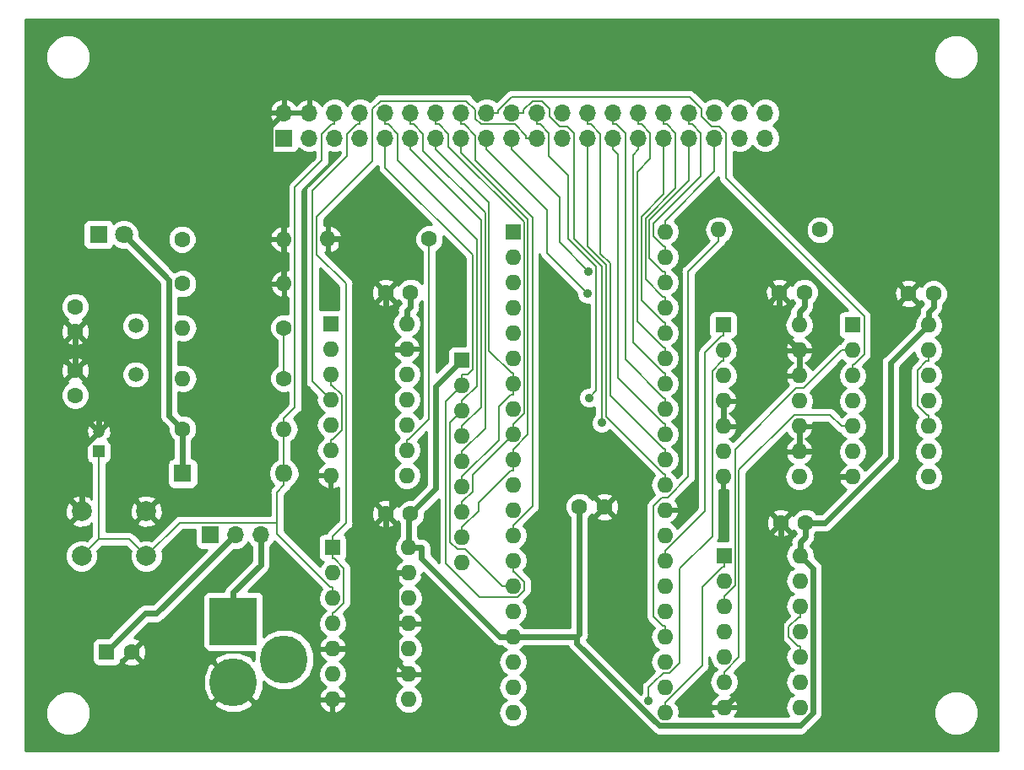
<source format=gbl>
G04 #@! TF.GenerationSoftware,KiCad,Pcbnew,(5.0.0-3-g5ebb6b6)*
G04 #@! TF.CreationDate,2019-03-17T21:37:14+09:00*
G04 #@! TF.ProjectId,Z80-CPUB,5A38302D435055422E6B696361645F70,rev?*
G04 #@! TF.SameCoordinates,Original*
G04 #@! TF.FileFunction,Copper,L2,Bot,Signal*
G04 #@! TF.FilePolarity,Positive*
%FSLAX46Y46*%
G04 Gerber Fmt 4.6, Leading zero omitted, Abs format (unit mm)*
G04 Created by KiCad (PCBNEW (5.0.0-3-g5ebb6b6)) date *
%MOMM*%
%LPD*%
G01*
G04 APERTURE LIST*
G04 #@! TA.AperFunction,ComponentPad*
%ADD10R,1.700000X1.700000*%
G04 #@! TD*
G04 #@! TA.AperFunction,ComponentPad*
%ADD11O,1.700000X1.700000*%
G04 #@! TD*
G04 #@! TA.AperFunction,ComponentPad*
%ADD12R,1.800000X1.800000*%
G04 #@! TD*
G04 #@! TA.AperFunction,ComponentPad*
%ADD13O,1.800000X1.800000*%
G04 #@! TD*
G04 #@! TA.AperFunction,ComponentPad*
%ADD14C,2.000000*%
G04 #@! TD*
G04 #@! TA.AperFunction,ComponentPad*
%ADD15C,1.600000*%
G04 #@! TD*
G04 #@! TA.AperFunction,ComponentPad*
%ADD16C,1.500000*%
G04 #@! TD*
G04 #@! TA.AperFunction,ComponentPad*
%ADD17C,1.800000*%
G04 #@! TD*
G04 #@! TA.AperFunction,ComponentPad*
%ADD18R,1.600000X1.600000*%
G04 #@! TD*
G04 #@! TA.AperFunction,ComponentPad*
%ADD19O,1.600000X1.600000*%
G04 #@! TD*
G04 #@! TA.AperFunction,ComponentPad*
%ADD20C,4.800600*%
G04 #@! TD*
G04 #@! TA.AperFunction,ComponentPad*
%ADD21R,4.800600X4.800600*%
G04 #@! TD*
G04 #@! TA.AperFunction,ComponentPad*
%ADD22R,1.200000X1.200000*%
G04 #@! TD*
G04 #@! TA.AperFunction,ComponentPad*
%ADD23C,1.200000*%
G04 #@! TD*
G04 #@! TA.AperFunction,ViaPad*
%ADD24C,0.889000*%
G04 #@! TD*
G04 #@! TA.AperFunction,Conductor*
%ADD25C,0.609600*%
G04 #@! TD*
G04 #@! TA.AperFunction,Conductor*
%ADD26C,0.203200*%
G04 #@! TD*
G04 #@! TA.AperFunction,Conductor*
%ADD27C,0.254000*%
G04 #@! TD*
G04 APERTURE END LIST*
D10*
G04 #@! TO.P,S1,1*
G04 #@! TO.N,Net-(S1-Pad1)*
X84023200Y-109664000D03*
D11*
G04 #@! TO.P,S1,2*
G04 #@! TO.N,VCC*
X86563200Y-109664000D03*
G04 #@! TO.P,S1,3*
G04 #@! TO.N,Net-(J2-Pad1)*
X89103200Y-109664000D03*
G04 #@! TD*
D12*
G04 #@! TO.P,D1,1*
G04 #@! TO.N,VCC*
X81280000Y-103505000D03*
D13*
G04 #@! TO.P,D1,2*
G04 #@! TO.N,~RESIN*
X91440000Y-103505000D03*
G04 #@! TD*
D14*
G04 #@! TO.P,SW1,2*
G04 #@! TO.N,~RESIN*
X71132700Y-111802000D03*
G04 #@! TO.P,SW1,1*
G04 #@! TO.N,GND*
X71132700Y-107302000D03*
G04 #@! TO.P,SW1,2*
G04 #@! TO.N,~RESIN*
X77632700Y-111802000D03*
G04 #@! TO.P,SW1,1*
G04 #@! TO.N,GND*
X77632700Y-107302000D03*
G04 #@! TD*
D15*
G04 #@! TO.P,C1,2*
G04 #@! TO.N,GND*
X123569000Y-106858000D03*
G04 #@! TO.P,C1,1*
G04 #@! TO.N,VCC*
X121069000Y-106858000D03*
G04 #@! TD*
G04 #@! TO.P,C3,1*
G04 #@! TO.N,VCC*
X104140000Y-85344000D03*
G04 #@! TO.P,C3,2*
G04 #@! TO.N,GND*
X101640000Y-85344000D03*
G04 #@! TD*
G04 #@! TO.P,C4,2*
G04 #@! TO.N,GND*
X141264000Y-108458000D03*
G04 #@! TO.P,C4,1*
G04 #@! TO.N,VCC*
X143764000Y-108458000D03*
G04 #@! TD*
G04 #@! TO.P,C5,1*
G04 #@! TO.N,VCC*
X104140000Y-107569000D03*
G04 #@! TO.P,C5,2*
G04 #@! TO.N,GND*
X101640000Y-107569000D03*
G04 #@! TD*
G04 #@! TO.P,C6,2*
G04 #@! TO.N,GND*
X70497700Y-89279100D03*
G04 #@! TO.P,C6,1*
G04 #@! TO.N,Net-(C6-Pad1)*
X70497700Y-86779100D03*
G04 #@! TD*
G04 #@! TO.P,C7,1*
G04 #@! TO.N,Net-(C7-Pad1)*
X70497700Y-95681800D03*
G04 #@! TO.P,C7,2*
G04 #@! TO.N,GND*
X70497700Y-93181800D03*
G04 #@! TD*
G04 #@! TO.P,C9,2*
G04 #@! TO.N,GND*
X141137000Y-85344000D03*
G04 #@! TO.P,C9,1*
G04 #@! TO.N,VCC*
X143637000Y-85344000D03*
G04 #@! TD*
G04 #@! TO.P,C10,1*
G04 #@! TO.N,VCC*
X156591000Y-85471000D03*
G04 #@! TO.P,C10,2*
G04 #@! TO.N,GND*
X154091000Y-85471000D03*
G04 #@! TD*
D10*
G04 #@! TO.P,J1,1*
G04 #@! TO.N,VCC*
X91440000Y-69850000D03*
D11*
G04 #@! TO.P,J1,2*
G04 #@! TO.N,GND*
X91440000Y-67310000D03*
G04 #@! TO.P,J1,3*
G04 #@! TO.N,VCC*
X93980000Y-69850000D03*
G04 #@! TO.P,J1,4*
G04 #@! TO.N,GND*
X93980000Y-67310000D03*
G04 #@! TO.P,J1,5*
G04 #@! TO.N,~INTA*
X96520000Y-69850000D03*
G04 #@! TO.P,J1,6*
G04 #@! TO.N,~RESIN*
X96520000Y-67310000D03*
G04 #@! TO.P,J1,7*
G04 #@! TO.N,RDYIN*
X99060000Y-69850000D03*
G04 #@! TO.P,J1,8*
G04 #@! TO.N,CLK*
X99060000Y-67310000D03*
G04 #@! TO.P,J1,9*
G04 #@! TO.N,D0*
X101600000Y-69850000D03*
G04 #@! TO.P,J1,10*
G04 #@! TO.N,D1*
X101600000Y-67310000D03*
G04 #@! TO.P,J1,11*
G04 #@! TO.N,D2*
X104140000Y-69850000D03*
G04 #@! TO.P,J1,12*
G04 #@! TO.N,D3*
X104140000Y-67310000D03*
G04 #@! TO.P,J1,13*
G04 #@! TO.N,D4*
X106680000Y-69850000D03*
G04 #@! TO.P,J1,14*
G04 #@! TO.N,D5*
X106680000Y-67310000D03*
G04 #@! TO.P,J1,15*
G04 #@! TO.N,D6*
X109220000Y-69850000D03*
G04 #@! TO.P,J1,16*
G04 #@! TO.N,D7*
X109220000Y-67310000D03*
G04 #@! TO.P,J1,17*
G04 #@! TO.N,~IORD*
X111760000Y-69850000D03*
G04 #@! TO.P,J1,18*
G04 #@! TO.N,~MEMRD*
X111760000Y-67310000D03*
G04 #@! TO.P,J1,19*
G04 #@! TO.N,~IOWR*
X114300000Y-69850000D03*
G04 #@! TO.P,J1,20*
G04 #@! TO.N,~MEMWR*
X114300000Y-67310000D03*
G04 #@! TO.P,J1,21*
G04 #@! TO.N,RES*
X116840000Y-69850000D03*
G04 #@! TO.P,J1,22*
G04 #@! TO.N,HLDA*
X116840000Y-67310000D03*
G04 #@! TO.P,J1,23*
G04 #@! TO.N,INT*
X119380000Y-69850000D03*
G04 #@! TO.P,J1,24*
G04 #@! TO.N,HOLD*
X119380000Y-67310000D03*
G04 #@! TO.P,J1,25*
G04 #@! TO.N,A0*
X121920000Y-69850000D03*
G04 #@! TO.P,J1,26*
G04 #@! TO.N,A1*
X121920000Y-67310000D03*
G04 #@! TO.P,J1,27*
G04 #@! TO.N,A2*
X124460000Y-69850000D03*
G04 #@! TO.P,J1,28*
G04 #@! TO.N,A3*
X124460000Y-67310000D03*
G04 #@! TO.P,J1,29*
G04 #@! TO.N,A4*
X127000000Y-69850000D03*
G04 #@! TO.P,J1,30*
G04 #@! TO.N,A5*
X127000000Y-67310000D03*
G04 #@! TO.P,J1,31*
G04 #@! TO.N,A6*
X129540000Y-69850000D03*
G04 #@! TO.P,J1,32*
G04 #@! TO.N,A7*
X129540000Y-67310000D03*
G04 #@! TO.P,J1,33*
G04 #@! TO.N,A8*
X132080000Y-69850000D03*
G04 #@! TO.P,J1,34*
G04 #@! TO.N,A9*
X132080000Y-67310000D03*
G04 #@! TO.P,J1,35*
G04 #@! TO.N,A10*
X134620000Y-69850000D03*
G04 #@! TO.P,J1,36*
G04 #@! TO.N,A11*
X134620000Y-67310000D03*
G04 #@! TO.P,J1,37*
G04 #@! TO.N,A12*
X137160000Y-69850000D03*
G04 #@! TO.P,J1,38*
G04 #@! TO.N,A13*
X137160000Y-67310000D03*
G04 #@! TO.P,J1,39*
G04 #@! TO.N,A14*
X139700000Y-69850000D03*
G04 #@! TO.P,J1,40*
G04 #@! TO.N,A15*
X139700000Y-67310000D03*
G04 #@! TD*
D16*
G04 #@! TO.P,Y1,1*
G04 #@! TO.N,Net-(C6-Pad1)*
X76568300Y-88696800D03*
G04 #@! TO.P,Y1,2*
G04 #@! TO.N,Net-(C7-Pad1)*
X76568300Y-93576800D03*
G04 #@! TD*
D12*
G04 #@! TO.P,D2,1*
G04 #@! TO.N,Net-(D2-Pad1)*
X72834500Y-79527400D03*
D17*
G04 #@! TO.P,D2,2*
G04 #@! TO.N,VCC*
X75374500Y-79527400D03*
G04 #@! TD*
D18*
G04 #@! TO.P,U2,1*
G04 #@! TO.N,RES*
X96316800Y-110947000D03*
D19*
G04 #@! TO.P,U2,8*
G04 #@! TO.N,Net-(U2-Pad8)*
X103936800Y-126187000D03*
G04 #@! TO.P,U2,2*
G04 #@! TO.N,Net-(U1-Pad26)*
X96316800Y-113487000D03*
G04 #@! TO.P,U2,9*
G04 #@! TO.N,GND*
X103936800Y-123647000D03*
G04 #@! TO.P,U2,3*
G04 #@! TO.N,~RESIN*
X96316800Y-116027000D03*
G04 #@! TO.P,U2,10*
G04 #@! TO.N,Net-(U2-Pad10)*
X103936800Y-121107000D03*
G04 #@! TO.P,U2,4*
G04 #@! TO.N,RES*
X96316800Y-118567000D03*
G04 #@! TO.P,U2,11*
G04 #@! TO.N,GND*
X103936800Y-118567000D03*
G04 #@! TO.P,U2,5*
X96316800Y-121107000D03*
G04 #@! TO.P,U2,12*
G04 #@! TO.N,Net-(U2-Pad12)*
X103936800Y-116027000D03*
G04 #@! TO.P,U2,6*
G04 #@! TO.N,Net-(U2-Pad6)*
X96316800Y-123647000D03*
G04 #@! TO.P,U2,13*
G04 #@! TO.N,GND*
X103936800Y-113487000D03*
G04 #@! TO.P,U2,7*
X96316800Y-126187000D03*
G04 #@! TO.P,U2,14*
G04 #@! TO.N,VCC*
X103936800Y-110947000D03*
G04 #@! TD*
G04 #@! TO.P,U3,14*
G04 #@! TO.N,VCC*
X103746300Y-88480900D03*
G04 #@! TO.P,U3,7*
G04 #@! TO.N,GND*
X96126300Y-103720900D03*
G04 #@! TO.P,U3,13*
X103746300Y-91020900D03*
G04 #@! TO.P,U3,6*
G04 #@! TO.N,Net-(R3-Pad1)*
X96126300Y-101180900D03*
G04 #@! TO.P,U3,12*
G04 #@! TO.N,Net-(U3-Pad12)*
X103746300Y-93560900D03*
G04 #@! TO.P,U3,5*
G04 #@! TO.N,Net-(C7-Pad1)*
X96126300Y-98640900D03*
G04 #@! TO.P,U3,11*
G04 #@! TO.N,Net-(U1-Pad23)*
X103746300Y-96100900D03*
G04 #@! TO.P,U3,4*
G04 #@! TO.N,CLK*
X96126300Y-96100900D03*
G04 #@! TO.P,U3,10*
G04 #@! TO.N,HLDA*
X103746300Y-98640900D03*
G04 #@! TO.P,U3,3*
G04 #@! TO.N,Net-(R3-Pad1)*
X96126300Y-93560900D03*
G04 #@! TO.P,U3,9*
G04 #@! TO.N,HOLD*
X103746300Y-101180900D03*
G04 #@! TO.P,U3,2*
G04 #@! TO.N,/~INT*
X96126300Y-91020900D03*
G04 #@! TO.P,U3,8*
G04 #@! TO.N,Net-(U1-Pad25)*
X103746300Y-103720900D03*
D18*
G04 #@! TO.P,U3,1*
G04 #@! TO.N,INT*
X96126300Y-88480900D03*
G04 #@! TD*
G04 #@! TO.P,U4,1*
G04 #@! TO.N,/~RD*
X135572000Y-111747000D03*
D19*
G04 #@! TO.P,U4,8*
G04 #@! TO.N,Net-(U4-Pad8)*
X143192000Y-126987000D03*
G04 #@! TO.P,U4,2*
G04 #@! TO.N,/~MREQ*
X135572000Y-114287000D03*
G04 #@! TO.P,U4,9*
G04 #@! TO.N,/~RD*
X143192000Y-124447000D03*
G04 #@! TO.P,U4,3*
G04 #@! TO.N,Net-(U4-Pad3)*
X135572000Y-116827000D03*
G04 #@! TO.P,U4,10*
G04 #@! TO.N,/~IOREQ*
X143192000Y-121907000D03*
G04 #@! TO.P,U4,4*
G04 #@! TO.N,/~MREQ*
X135572000Y-119367000D03*
G04 #@! TO.P,U4,11*
G04 #@! TO.N,Net-(U4-Pad11)*
X143192000Y-119367000D03*
G04 #@! TO.P,U4,5*
G04 #@! TO.N,/~WR*
X135572000Y-121907000D03*
G04 #@! TO.P,U4,12*
G04 #@! TO.N,/~IOREQ*
X143192000Y-116827000D03*
G04 #@! TO.P,U4,6*
G04 #@! TO.N,Net-(U4-Pad6)*
X135572000Y-124447000D03*
G04 #@! TO.P,U4,13*
G04 #@! TO.N,/~WR*
X143192000Y-114287000D03*
G04 #@! TO.P,U4,7*
G04 #@! TO.N,GND*
X135572000Y-126987000D03*
G04 #@! TO.P,U4,14*
G04 #@! TO.N,VCC*
X143192000Y-111747000D03*
G04 #@! TD*
G04 #@! TO.P,U5,14*
G04 #@! TO.N,VCC*
X143104000Y-88595200D03*
G04 #@! TO.P,U5,7*
G04 #@! TO.N,GND*
X135484000Y-103835200D03*
G04 #@! TO.P,U5,13*
X143104000Y-91135200D03*
G04 #@! TO.P,U5,6*
G04 #@! TO.N,Net-(U5-Pad6)*
X135484000Y-101295200D03*
G04 #@! TO.P,U5,12*
G04 #@! TO.N,GND*
X143104000Y-93675200D03*
G04 #@! TO.P,U5,5*
X135484000Y-98755200D03*
G04 #@! TO.P,U5,11*
G04 #@! TO.N,Net-(U5-Pad11)*
X143104000Y-96215200D03*
G04 #@! TO.P,U5,4*
G04 #@! TO.N,GND*
X135484000Y-96215200D03*
G04 #@! TO.P,U5,10*
X143104000Y-98755200D03*
G04 #@! TO.P,U5,3*
G04 #@! TO.N,~INTA*
X135484000Y-93675200D03*
G04 #@! TO.P,U5,9*
G04 #@! TO.N,GND*
X143104000Y-101295200D03*
G04 #@! TO.P,U5,2*
G04 #@! TO.N,/~IOREQ*
X135484000Y-91135200D03*
G04 #@! TO.P,U5,8*
G04 #@! TO.N,Net-(U5-Pad8)*
X143104000Y-103835200D03*
D18*
G04 #@! TO.P,U5,1*
G04 #@! TO.N,Net-(U1-Pad27)*
X135484000Y-88595200D03*
G04 #@! TD*
G04 #@! TO.P,U6,1*
G04 #@! TO.N,HLDA*
X148463000Y-88607900D03*
D19*
G04 #@! TO.P,U6,8*
G04 #@! TO.N,~IORD*
X156083000Y-103847900D03*
G04 #@! TO.P,U6,2*
G04 #@! TO.N,Net-(U4-Pad3)*
X148463000Y-91147900D03*
G04 #@! TO.P,U6,9*
G04 #@! TO.N,Net-(U4-Pad8)*
X156083000Y-101307900D03*
G04 #@! TO.P,U6,3*
G04 #@! TO.N,~MEMRD*
X148463000Y-93687900D03*
G04 #@! TO.P,U6,10*
G04 #@! TO.N,HLDA*
X156083000Y-98767900D03*
G04 #@! TO.P,U6,4*
X148463000Y-96227900D03*
G04 #@! TO.P,U6,11*
G04 #@! TO.N,~IOWR*
X156083000Y-96227900D03*
G04 #@! TO.P,U6,5*
G04 #@! TO.N,Net-(U4-Pad6)*
X148463000Y-98767900D03*
G04 #@! TO.P,U6,12*
G04 #@! TO.N,Net-(U4-Pad11)*
X156083000Y-93687900D03*
G04 #@! TO.P,U6,6*
G04 #@! TO.N,~MEMWR*
X148463000Y-101307900D03*
G04 #@! TO.P,U6,13*
G04 #@! TO.N,HLDA*
X156083000Y-91147900D03*
G04 #@! TO.P,U6,7*
G04 #@! TO.N,GND*
X148463000Y-103847900D03*
G04 #@! TO.P,U6,14*
G04 #@! TO.N,VCC*
X156083000Y-88607900D03*
G04 #@! TD*
D18*
G04 #@! TO.P,U1,1*
G04 #@! TO.N,A11*
X114402000Y-79248000D03*
D19*
G04 #@! TO.P,U1,21*
G04 #@! TO.N,/~RD*
X129642000Y-127508000D03*
G04 #@! TO.P,U1,2*
G04 #@! TO.N,A12*
X114402000Y-81788000D03*
G04 #@! TO.P,U1,22*
G04 #@! TO.N,/~WR*
X129642000Y-124968000D03*
G04 #@! TO.P,U1,3*
G04 #@! TO.N,A13*
X114402000Y-84328000D03*
G04 #@! TO.P,U1,23*
G04 #@! TO.N,Net-(U1-Pad23)*
X129642000Y-122428000D03*
G04 #@! TO.P,U1,4*
G04 #@! TO.N,A14*
X114402000Y-86868000D03*
G04 #@! TO.P,U1,24*
G04 #@! TO.N,RDYIN*
X129642000Y-119888000D03*
G04 #@! TO.P,U1,5*
G04 #@! TO.N,A15*
X114402000Y-89408000D03*
G04 #@! TO.P,U1,25*
G04 #@! TO.N,Net-(U1-Pad25)*
X129642000Y-117348000D03*
G04 #@! TO.P,U1,6*
G04 #@! TO.N,CLK*
X114402000Y-91948000D03*
G04 #@! TO.P,U1,26*
G04 #@! TO.N,Net-(U1-Pad26)*
X129642000Y-114808000D03*
G04 #@! TO.P,U1,7*
G04 #@! TO.N,D4*
X114402000Y-94488000D03*
G04 #@! TO.P,U1,27*
G04 #@! TO.N,Net-(U1-Pad27)*
X129642000Y-112268000D03*
G04 #@! TO.P,U1,8*
G04 #@! TO.N,D3*
X114402000Y-97028000D03*
G04 #@! TO.P,U1,28*
G04 #@! TO.N,Net-(U1-Pad28)*
X129642000Y-109728000D03*
G04 #@! TO.P,U1,9*
G04 #@! TO.N,D5*
X114402000Y-99568000D03*
G04 #@! TO.P,U1,29*
G04 #@! TO.N,GND*
X129642000Y-107188000D03*
G04 #@! TO.P,U1,10*
G04 #@! TO.N,D6*
X114402000Y-102108000D03*
G04 #@! TO.P,U1,30*
G04 #@! TO.N,A0*
X129642000Y-104648000D03*
G04 #@! TO.P,U1,11*
G04 #@! TO.N,VCC*
X114402000Y-104648000D03*
G04 #@! TO.P,U1,31*
G04 #@! TO.N,A1*
X129642000Y-102108000D03*
G04 #@! TO.P,U1,12*
G04 #@! TO.N,D2*
X114402000Y-107188000D03*
G04 #@! TO.P,U1,32*
G04 #@! TO.N,A2*
X129642000Y-99568000D03*
G04 #@! TO.P,U1,13*
G04 #@! TO.N,D7*
X114402000Y-109728000D03*
G04 #@! TO.P,U1,33*
G04 #@! TO.N,A3*
X129642000Y-97028000D03*
G04 #@! TO.P,U1,14*
G04 #@! TO.N,D0*
X114402000Y-112268000D03*
G04 #@! TO.P,U1,34*
G04 #@! TO.N,A4*
X129642000Y-94488000D03*
G04 #@! TO.P,U1,15*
G04 #@! TO.N,D1*
X114402000Y-114808000D03*
G04 #@! TO.P,U1,35*
G04 #@! TO.N,A5*
X129642000Y-91948000D03*
G04 #@! TO.P,U1,16*
G04 #@! TO.N,/~INT*
X114402000Y-117348000D03*
G04 #@! TO.P,U1,36*
G04 #@! TO.N,A6*
X129642000Y-89408000D03*
G04 #@! TO.P,U1,17*
G04 #@! TO.N,VCC*
X114402000Y-119888000D03*
G04 #@! TO.P,U1,37*
G04 #@! TO.N,A7*
X129642000Y-86868000D03*
G04 #@! TO.P,U1,18*
G04 #@! TO.N,Net-(U1-Pad18)*
X114402000Y-122428000D03*
G04 #@! TO.P,U1,38*
G04 #@! TO.N,A8*
X129642000Y-84328000D03*
G04 #@! TO.P,U1,19*
G04 #@! TO.N,/~MREQ*
X114402000Y-124968000D03*
G04 #@! TO.P,U1,39*
G04 #@! TO.N,A9*
X129642000Y-81788000D03*
G04 #@! TO.P,U1,20*
G04 #@! TO.N,/~IOREQ*
X114402000Y-127508000D03*
G04 #@! TO.P,U1,40*
G04 #@! TO.N,A10*
X129642000Y-79248000D03*
G04 #@! TD*
D15*
G04 #@! TO.P,R2,1*
G04 #@! TO.N,VCC*
X81280000Y-99060000D03*
D19*
G04 #@! TO.P,R2,2*
G04 #@! TO.N,~RESIN*
X91440000Y-99060000D03*
G04 #@! TD*
G04 #@! TO.P,R1,2*
G04 #@! TO.N,GND*
X91440000Y-84455000D03*
D15*
G04 #@! TO.P,R1,1*
G04 #@! TO.N,INT*
X81280000Y-84455000D03*
G04 #@! TD*
G04 #@! TO.P,R3,1*
G04 #@! TO.N,Net-(R3-Pad1)*
X91440000Y-88900000D03*
D19*
G04 #@! TO.P,R3,2*
G04 #@! TO.N,Net-(C6-Pad1)*
X81280000Y-88900000D03*
G04 #@! TD*
G04 #@! TO.P,R4,2*
G04 #@! TO.N,Net-(C7-Pad1)*
X81280000Y-93980000D03*
D15*
G04 #@! TO.P,R4,1*
G04 #@! TO.N,Net-(R3-Pad1)*
X91440000Y-93980000D03*
G04 #@! TD*
G04 #@! TO.P,R5,1*
G04 #@! TO.N,Net-(D2-Pad1)*
X81229200Y-80010000D03*
D19*
G04 #@! TO.P,R5,2*
G04 #@! TO.N,GND*
X91389200Y-80010000D03*
G04 #@! TD*
G04 #@! TO.P,R6,2*
G04 #@! TO.N,RDYIN*
X135052000Y-79057500D03*
D15*
G04 #@! TO.P,R6,1*
G04 #@! TO.N,VCC*
X145212000Y-79057500D03*
G04 #@! TD*
G04 #@! TO.P,R7,1*
G04 #@! TO.N,HOLD*
X106007000Y-79959200D03*
D19*
G04 #@! TO.P,R7,2*
G04 #@! TO.N,GND*
X95847000Y-79959200D03*
G04 #@! TD*
D20*
G04 #@! TO.P,J2,2*
G04 #@! TO.N,GND*
X86360000Y-124460000D03*
D21*
G04 #@! TO.P,J2,1*
G04 #@! TO.N,Net-(J2-Pad1)*
X86360000Y-118364000D03*
D20*
G04 #@! TO.P,J2,3*
G04 #@! TO.N,Net-(J2-Pad3)*
X91440000Y-122174000D03*
G04 #@! TD*
D22*
G04 #@! TO.P,C2,1*
G04 #@! TO.N,~RESIN*
X72859900Y-101308000D03*
D23*
G04 #@! TO.P,C2,2*
G04 #@! TO.N,GND*
X72859900Y-99308000D03*
G04 #@! TD*
D18*
G04 #@! TO.P,C8,1*
G04 #@! TO.N,VCC*
X73660000Y-121412000D03*
D15*
G04 #@! TO.P,C8,2*
G04 #@! TO.N,GND*
X76160000Y-121412000D03*
G04 #@! TD*
D18*
G04 #@! TO.P,RN1,1*
G04 #@! TO.N,VCC*
X109245000Y-92176600D03*
D19*
G04 #@! TO.P,RN1,2*
G04 #@! TO.N,D0*
X109245000Y-94716600D03*
G04 #@! TO.P,RN1,3*
G04 #@! TO.N,D1*
X109245000Y-97256600D03*
G04 #@! TO.P,RN1,4*
G04 #@! TO.N,D2*
X109245000Y-99796600D03*
G04 #@! TO.P,RN1,5*
G04 #@! TO.N,D3*
X109245000Y-102336600D03*
G04 #@! TO.P,RN1,6*
G04 #@! TO.N,D4*
X109245000Y-104876600D03*
G04 #@! TO.P,RN1,7*
G04 #@! TO.N,D5*
X109245000Y-107416600D03*
G04 #@! TO.P,RN1,8*
G04 #@! TO.N,D6*
X109245000Y-109956600D03*
G04 #@! TO.P,RN1,9*
G04 #@! TO.N,D7*
X109245000Y-112496600D03*
G04 #@! TD*
D24*
G04 #@! TO.N,GND*
X102235000Y-76200000D03*
X120015000Y-87630000D03*
X100965000Y-98425000D03*
X125730000Y-121285000D03*
X117475000Y-113030000D03*
X139700000Y-120015000D03*
X152400000Y-107315000D03*
X120015000Y-93980000D03*
X107950000Y-88265000D03*
X106680000Y-109220000D03*
X95885000Y-84455000D03*
X107950000Y-82550000D03*
X117729000Y-83312000D03*
X119888000Y-125095000D03*
X117792500Y-117411500D03*
X138289500Y-124269500D03*
X134175500Y-84391500D03*
X150558500Y-94742000D03*
X151638000Y-90106500D03*
X145859500Y-94996000D03*
G04 #@! TO.N,~IORD*
X121898000Y-85481600D03*
G04 #@! TO.N,~IOWR*
X122003600Y-83207000D03*
G04 #@! TO.N,~MEMWR*
X123311200Y-98441900D03*
G04 #@! TO.N,/~IOREQ*
X128016000Y-126365000D03*
G04 #@! TO.N,HLDA*
X122022000Y-95922800D03*
G04 #@! TD*
D25*
G04 #@! TO.N,VCC*
X86563200Y-109664000D02*
X78651300Y-117575900D01*
X78651300Y-117575900D02*
X77496100Y-117575900D01*
X77496100Y-117575900D02*
X73660000Y-121412000D01*
X81280000Y-99060000D02*
X79920800Y-97700800D01*
X79920800Y-97700800D02*
X79920800Y-84073700D01*
X79920800Y-84073700D02*
X75374500Y-79527400D01*
X81280000Y-103505000D02*
X81280000Y-99060000D01*
X103936800Y-110947000D02*
X105245100Y-110947000D01*
X105245100Y-110947000D02*
X105245100Y-112039400D01*
X105245100Y-112039400D02*
X113093700Y-119888000D01*
X104140000Y-107569000D02*
X103936800Y-107772200D01*
X103936800Y-107772200D02*
X103936800Y-110947000D01*
X114402000Y-119888000D02*
X113093700Y-119888000D01*
X109245000Y-92176600D02*
X106679700Y-94741900D01*
X106679700Y-94741900D02*
X106679700Y-105029300D01*
X106679700Y-105029300D02*
X104140000Y-107569000D01*
X156083000Y-88607900D02*
X156083000Y-87299600D01*
X156083000Y-87299600D02*
X156591000Y-86791600D01*
X156591000Y-86791600D02*
X156591000Y-85471000D01*
X143764000Y-108458000D02*
X145715400Y-108458000D01*
X145715400Y-108458000D02*
X152279000Y-101894400D01*
X152279000Y-101894400D02*
X152279000Y-92411900D01*
X152279000Y-92411900D02*
X156083000Y-88607900D01*
X143764000Y-108458000D02*
X143764000Y-109866700D01*
X143764000Y-109866700D02*
X143192000Y-110438700D01*
X120804200Y-119888000D02*
X120804200Y-120568300D01*
X120804200Y-120568300D02*
X129070300Y-128834400D01*
X129070300Y-128834400D02*
X143199400Y-128834400D01*
X143199400Y-128834400D02*
X144502400Y-127531400D01*
X144502400Y-127531400D02*
X144502400Y-113057400D01*
X144502400Y-113057400D02*
X143192000Y-111747000D01*
X121069000Y-106858000D02*
X121069000Y-119623200D01*
X121069000Y-119623200D02*
X120804200Y-119888000D01*
X115710300Y-119888000D02*
X120804200Y-119888000D01*
X114402000Y-119888000D02*
X115710300Y-119888000D01*
X143192000Y-111747000D02*
X143192000Y-110438700D01*
X103746300Y-88480900D02*
X103746300Y-87172600D01*
X103746300Y-87172600D02*
X104140000Y-86778900D01*
X104140000Y-86778900D02*
X104140000Y-85344000D01*
X143104000Y-88595200D02*
X143104000Y-87286900D01*
X143104000Y-87286900D02*
X143637000Y-86753900D01*
X143637000Y-86753900D02*
X143637000Y-85344000D01*
G04 #@! TO.N,GND*
X135572000Y-126987000D02*
X138289500Y-124269500D01*
X141264000Y-121295000D02*
X141264000Y-108458000D01*
X70497700Y-89279100D02*
X70497700Y-93181800D01*
X70497700Y-93181800D02*
X72859900Y-95544000D01*
X72859900Y-95544000D02*
X72859900Y-99308000D01*
X148463000Y-103847900D02*
X147154700Y-103847900D01*
X143104000Y-101295200D02*
X144602000Y-101295200D01*
X144602000Y-101295200D02*
X147154700Y-103847900D01*
X143104000Y-98755200D02*
X143104000Y-101295200D01*
X102628500Y-121107000D02*
X102628500Y-118567000D01*
X103936800Y-123647000D02*
X102628500Y-122338700D01*
X102628500Y-122338700D02*
X102628500Y-121107000D01*
X102628500Y-121107000D02*
X97625100Y-121107000D01*
X96316800Y-121107000D02*
X97625100Y-121107000D01*
X102628500Y-118567000D02*
X102628500Y-113487000D01*
X103936800Y-118567000D02*
X102628500Y-118567000D01*
X95847000Y-79959200D02*
X97155300Y-79959200D01*
X101640000Y-85344000D02*
X97155300Y-80859300D01*
X97155300Y-80859300D02*
X97155300Y-79959200D01*
X101640000Y-85344000D02*
X101640000Y-90418600D01*
X101640000Y-90418600D02*
X102242300Y-91020900D01*
X72859900Y-99308000D02*
X71132700Y-101035200D01*
X71132700Y-101035200D02*
X71132700Y-107302000D01*
X102242300Y-91020900D02*
X102242300Y-106966700D01*
X102242300Y-106966700D02*
X101640000Y-107569000D01*
X102438000Y-91020900D02*
X102242300Y-91020900D01*
X103746300Y-91020900D02*
X102438000Y-91020900D01*
X101640000Y-107569000D02*
X101640000Y-112498500D01*
X101640000Y-112498500D02*
X102628500Y-113487000D01*
X103936800Y-113487000D02*
X102628500Y-113487000D01*
X91389200Y-80010000D02*
X91389200Y-78701700D01*
X91440000Y-67310000D02*
X90081700Y-68668300D01*
X90081700Y-68668300D02*
X90081700Y-77394200D01*
X90081700Y-77394200D02*
X91389200Y-78701700D01*
X143104000Y-91135200D02*
X141137000Y-89168200D01*
X141137000Y-89168200D02*
X141137000Y-85344000D01*
X143104000Y-93675200D02*
X143104000Y-91135200D01*
X135484000Y-96215200D02*
X135484000Y-98755200D01*
X91440000Y-84455000D02*
X91440000Y-83146700D01*
X91440000Y-83146700D02*
X91389200Y-83095900D01*
X91389200Y-83095900D02*
X91389200Y-80010000D01*
X138289500Y-124269500D02*
X141264000Y-121295000D01*
D26*
G04 #@! TO.N,CLK*
X99060000Y-67310000D02*
X99060000Y-68465100D01*
X96126300Y-96100900D02*
X94320000Y-94294600D01*
X94320000Y-94294600D02*
X94320000Y-75148500D01*
X94320000Y-75148500D02*
X97790000Y-71678500D01*
X97790000Y-71678500D02*
X97790000Y-69465800D01*
X97790000Y-69465800D02*
X98790700Y-68465100D01*
X98790700Y-68465100D02*
X99060000Y-68465100D01*
G04 #@! TO.N,D0*
X114402000Y-112268000D02*
X114402000Y-113373100D01*
X114402000Y-113373100D02*
X114540100Y-113373100D01*
X114540100Y-113373100D02*
X115549500Y-114382500D01*
X115549500Y-114382500D02*
X115549500Y-115224100D01*
X115549500Y-115224100D02*
X114823300Y-115950300D01*
X114823300Y-115950300D02*
X111068500Y-115950300D01*
X111068500Y-115950300D02*
X107698200Y-112580000D01*
X107698200Y-112580000D02*
X107698200Y-96263400D01*
X107698200Y-96263400D02*
X109245000Y-94716600D01*
X109245000Y-94716600D02*
X109245000Y-93611500D01*
X109245000Y-93611500D02*
X109849400Y-93611500D01*
X109849400Y-93611500D02*
X110350200Y-93110700D01*
X110350200Y-93110700D02*
X110350200Y-81589800D01*
X110350200Y-81589800D02*
X101600000Y-72839600D01*
X101600000Y-72839600D02*
X101600000Y-69850000D01*
G04 #@! TO.N,D1*
X101600000Y-67310000D02*
X101600000Y-68465100D01*
X109245000Y-97256600D02*
X109245000Y-96151500D01*
X109245000Y-96151500D02*
X109383100Y-96151500D01*
X109383100Y-96151500D02*
X110799600Y-94735000D01*
X110799600Y-94735000D02*
X110799600Y-80007100D01*
X110799600Y-80007100D02*
X102870000Y-72077500D01*
X102870000Y-72077500D02*
X102870000Y-69465900D01*
X102870000Y-69465900D02*
X101869200Y-68465100D01*
X101869200Y-68465100D02*
X101600000Y-68465100D01*
X113296900Y-114808000D02*
X109584000Y-111095100D01*
X109584000Y-111095100D02*
X108817300Y-111095100D01*
X108817300Y-111095100D02*
X108110000Y-110387800D01*
X108110000Y-110387800D02*
X108110000Y-98391600D01*
X108110000Y-98391600D02*
X109245000Y-97256600D01*
X114402000Y-114808000D02*
X113296900Y-114808000D01*
G04 #@! TO.N,D2*
X109245000Y-98691500D02*
X109374100Y-98691500D01*
X109374100Y-98691500D02*
X111206400Y-96859200D01*
X111206400Y-96859200D02*
X111206400Y-78071500D01*
X111206400Y-78071500D02*
X104140000Y-71005100D01*
X109245000Y-99796600D02*
X109245000Y-98691500D01*
X104140000Y-69850000D02*
X104140000Y-71005100D01*
G04 #@! TO.N,D3*
X109245000Y-101231500D02*
X109383100Y-101231500D01*
X109383100Y-101231500D02*
X111613100Y-99001500D01*
X111613100Y-99001500D02*
X111613100Y-77363200D01*
X111613100Y-77363200D02*
X105410000Y-71160100D01*
X105410000Y-71160100D02*
X105410000Y-69465900D01*
X105410000Y-69465900D02*
X104409200Y-68465100D01*
X104409200Y-68465100D02*
X104140000Y-68465100D01*
X104140000Y-67310000D02*
X104140000Y-68465100D01*
X109245000Y-102336600D02*
X109245000Y-101231500D01*
G04 #@! TO.N,D4*
X114402000Y-94488000D02*
X114402000Y-95593100D01*
X109245000Y-104876600D02*
X109245000Y-103771500D01*
X109245000Y-103771500D02*
X109383100Y-103771500D01*
X109383100Y-103771500D02*
X112967200Y-100187400D01*
X112967200Y-100187400D02*
X112967200Y-96798900D01*
X112967200Y-96798900D02*
X114173000Y-95593100D01*
X114173000Y-95593100D02*
X114402000Y-95593100D01*
X114402000Y-93382900D02*
X114231600Y-93382900D01*
X114231600Y-93382900D02*
X112019800Y-91171100D01*
X112019800Y-91171100D02*
X112019800Y-76344900D01*
X112019800Y-76344900D02*
X106680000Y-71005100D01*
X106680000Y-69850000D02*
X106680000Y-71005100D01*
X114402000Y-94488000D02*
X114402000Y-93382900D01*
G04 #@! TO.N,D5*
X109245000Y-107416600D02*
X109245000Y-106311500D01*
X109245000Y-106311500D02*
X109383300Y-106311500D01*
X109383300Y-106311500D02*
X110350100Y-105344700D01*
X110350100Y-105344700D02*
X110350100Y-103619900D01*
X110350100Y-103619900D02*
X114402000Y-99568000D01*
X106680000Y-67310000D02*
X106680000Y-68465100D01*
X114402000Y-99568000D02*
X114402000Y-98462900D01*
X114402000Y-98462900D02*
X114540100Y-98462900D01*
X114540100Y-98462900D02*
X115507200Y-97495800D01*
X115507200Y-97495800D02*
X115507200Y-78282100D01*
X115507200Y-78282100D02*
X107950000Y-70724900D01*
X107950000Y-70724900D02*
X107950000Y-69465900D01*
X107950000Y-69465900D02*
X106949200Y-68465100D01*
X106949200Y-68465100D02*
X106680000Y-68465100D01*
G04 #@! TO.N,D6*
X109245000Y-108851500D02*
X109381400Y-108851500D01*
X109381400Y-108851500D02*
X110925200Y-107307700D01*
X110925200Y-107307700D02*
X110925200Y-106460900D01*
X110925200Y-106460900D02*
X114173000Y-103213100D01*
X114173000Y-103213100D02*
X114402000Y-103213100D01*
X114402000Y-102108000D02*
X114402000Y-103213100D01*
X109245000Y-109956600D02*
X109245000Y-108851500D01*
X114402000Y-102108000D02*
X114402000Y-101002900D01*
X114402000Y-101002900D02*
X114540100Y-101002900D01*
X114540100Y-101002900D02*
X115915900Y-99627100D01*
X115915900Y-99627100D02*
X115915900Y-77975600D01*
X115915900Y-77975600D02*
X109220000Y-71279700D01*
X109220000Y-71279700D02*
X109220000Y-69850000D01*
G04 #@! TO.N,D7*
X109220000Y-67310000D02*
X109220000Y-68465100D01*
X114402000Y-109728000D02*
X114402000Y-108622900D01*
X114402000Y-108622900D02*
X114540100Y-108622900D01*
X114540100Y-108622900D02*
X116350900Y-106812100D01*
X116350900Y-106812100D02*
X116350900Y-77835300D01*
X116350900Y-77835300D02*
X110604800Y-72089200D01*
X110604800Y-72089200D02*
X110604800Y-69580700D01*
X110604800Y-69580700D02*
X109489200Y-68465100D01*
X109489200Y-68465100D02*
X109220000Y-68465100D01*
G04 #@! TO.N,~IORD*
X111760000Y-71005100D02*
X117818000Y-77063100D01*
X117818000Y-77063100D02*
X117818000Y-81401600D01*
X117818000Y-81401600D02*
X121898000Y-85481600D01*
X111760000Y-69850000D02*
X111760000Y-71005100D01*
G04 #@! TO.N,~MEMRD*
X111760000Y-67310000D02*
X112915100Y-67310000D01*
X148463000Y-93687900D02*
X148463000Y-92582800D01*
X148463000Y-92582800D02*
X148601100Y-92582800D01*
X148601100Y-92582800D02*
X149619200Y-91564700D01*
X149619200Y-91564700D02*
X149619200Y-87732200D01*
X149619200Y-87732200D02*
X135775200Y-73888200D01*
X135775200Y-73888200D02*
X135775200Y-69349300D01*
X135775200Y-69349300D02*
X135075800Y-68649900D01*
X135075800Y-68649900D02*
X134307000Y-68649900D01*
X134307000Y-68649900D02*
X133350000Y-67692900D01*
X133350000Y-67692900D02*
X133350000Y-66923800D01*
X133350000Y-66923800D02*
X132143700Y-65717500D01*
X132143700Y-65717500D02*
X114238300Y-65717500D01*
X114238300Y-65717500D02*
X112915100Y-67040700D01*
X112915100Y-67040700D02*
X112915100Y-67310000D01*
G04 #@! TO.N,~IOWR*
X114300000Y-69850000D02*
X114300000Y-71005100D01*
X122003600Y-83207000D02*
X119117200Y-80320600D01*
X119117200Y-80320600D02*
X119117200Y-75822300D01*
X119117200Y-75822300D02*
X114300000Y-71005100D01*
G04 #@! TO.N,~MEMWR*
X123311200Y-98441900D02*
X123311200Y-82707900D01*
X123311200Y-82707900D02*
X120535800Y-79932500D01*
X120535800Y-79932500D02*
X120535800Y-69349500D01*
X120535800Y-69349500D02*
X119836200Y-68649900D01*
X119836200Y-68649900D02*
X119053500Y-68649900D01*
X119053500Y-68649900D02*
X118110000Y-67706400D01*
X118110000Y-67706400D02*
X118110000Y-66931300D01*
X118110000Y-66931300D02*
X117306900Y-66128200D01*
X117306900Y-66128200D02*
X116348100Y-66128200D01*
X116348100Y-66128200D02*
X115455100Y-67021200D01*
X115455100Y-67021200D02*
X115455100Y-67310000D01*
X114300000Y-67310000D02*
X115455100Y-67310000D01*
G04 #@! TO.N,RES*
X96316800Y-110947000D02*
X96316800Y-112052100D01*
X96316800Y-118567000D02*
X96316800Y-117461900D01*
X96316800Y-117461900D02*
X96454900Y-117461900D01*
X96454900Y-117461900D02*
X97421900Y-116494900D01*
X97421900Y-116494900D02*
X97421900Y-113018900D01*
X97421900Y-113018900D02*
X96455100Y-112052100D01*
X96455100Y-112052100D02*
X96316800Y-112052100D01*
X116840000Y-69850000D02*
X115684900Y-69850000D01*
X96316800Y-110947000D02*
X96316800Y-109841900D01*
X96316800Y-109841900D02*
X97651600Y-108507100D01*
X97651600Y-108507100D02*
X97651600Y-84451100D01*
X97651600Y-84451100D02*
X94740600Y-81540100D01*
X94740600Y-81540100D02*
X94740600Y-77706500D01*
X94740600Y-77706500D02*
X100330000Y-72117100D01*
X100330000Y-72117100D02*
X100330000Y-66900100D01*
X100330000Y-66900100D02*
X101122900Y-66107200D01*
X101122900Y-66107200D02*
X109717100Y-66107200D01*
X109717100Y-66107200D02*
X110604800Y-66994900D01*
X110604800Y-66994900D02*
X110604800Y-67886600D01*
X110604800Y-67886600D02*
X111183400Y-68465200D01*
X111183400Y-68465200D02*
X114569300Y-68465200D01*
X114569300Y-68465200D02*
X115684900Y-69580800D01*
X115684900Y-69580800D02*
X115684900Y-69850000D01*
G04 #@! TO.N,A0*
X129642000Y-103542900D02*
X129503900Y-103542900D01*
X129503900Y-103542900D02*
X123781600Y-97820600D01*
X123781600Y-97820600D02*
X123781600Y-82603100D01*
X123781600Y-82603100D02*
X121920000Y-80741500D01*
X121920000Y-80741500D02*
X121920000Y-71005100D01*
X121920000Y-69850000D02*
X121920000Y-71005100D01*
X129642000Y-104648000D02*
X129642000Y-103542900D01*
G04 #@! TO.N,A1*
X129642000Y-101002900D02*
X129503900Y-101002900D01*
X129503900Y-101002900D02*
X124188300Y-95687300D01*
X124188300Y-95687300D02*
X124188300Y-82434600D01*
X124188300Y-82434600D02*
X123190000Y-81436300D01*
X123190000Y-81436300D02*
X123190000Y-69465900D01*
X123190000Y-69465900D02*
X122189200Y-68465100D01*
X122189200Y-68465100D02*
X121920000Y-68465100D01*
X121920000Y-67310000D02*
X121920000Y-68465100D01*
X129642000Y-102108000D02*
X129642000Y-101002900D01*
G04 #@! TO.N,A2*
X129642000Y-98462900D02*
X129503900Y-98462900D01*
X129503900Y-98462900D02*
X124938000Y-93897000D01*
X124938000Y-93897000D02*
X124938000Y-71483100D01*
X124938000Y-71483100D02*
X124460000Y-71005100D01*
X124460000Y-69850000D02*
X124460000Y-71005100D01*
X129642000Y-99568000D02*
X129642000Y-98462900D01*
G04 #@! TO.N,A3*
X129642000Y-95922900D02*
X129503900Y-95922900D01*
X129503900Y-95922900D02*
X125660000Y-92079000D01*
X125660000Y-92079000D02*
X125660000Y-69395900D01*
X125660000Y-69395900D02*
X124729200Y-68465100D01*
X124729200Y-68465100D02*
X124460000Y-68465100D01*
X124460000Y-67310000D02*
X124460000Y-68465100D01*
X129642000Y-97028000D02*
X129642000Y-95922900D01*
G04 #@! TO.N,A4*
X127000000Y-71005100D02*
X126473400Y-71531700D01*
X126473400Y-71531700D02*
X126473400Y-90352400D01*
X126473400Y-90352400D02*
X129503900Y-93382900D01*
X129503900Y-93382900D02*
X129642000Y-93382900D01*
X127000000Y-69850000D02*
X127000000Y-71005100D01*
X129642000Y-94488000D02*
X129642000Y-93382900D01*
G04 #@! TO.N,A5*
X127000000Y-67310000D02*
X127000000Y-68465100D01*
X129642000Y-91948000D02*
X129642000Y-90842900D01*
X129642000Y-90842900D02*
X129503900Y-90842900D01*
X129503900Y-90842900D02*
X126880100Y-88219100D01*
X126880100Y-88219100D02*
X126880100Y-73249200D01*
X126880100Y-73249200D02*
X128190600Y-71938700D01*
X128190600Y-71938700D02*
X128190600Y-69386500D01*
X128190600Y-69386500D02*
X127269200Y-68465100D01*
X127269200Y-68465100D02*
X127000000Y-68465100D01*
G04 #@! TO.N,A6*
X129540000Y-71005100D02*
X129540000Y-75456000D01*
X129540000Y-75456000D02*
X127286800Y-77709200D01*
X127286800Y-77709200D02*
X127286800Y-86085800D01*
X127286800Y-86085800D02*
X129503900Y-88302900D01*
X129503900Y-88302900D02*
X129642000Y-88302900D01*
X129540000Y-69850000D02*
X129540000Y-71005100D01*
X129642000Y-89408000D02*
X129642000Y-88302900D01*
G04 #@! TO.N,A7*
X129540000Y-68465100D02*
X129828800Y-68465100D01*
X129828800Y-68465100D02*
X130698100Y-69334400D01*
X130698100Y-69334400D02*
X130698100Y-74873100D01*
X130698100Y-74873100D02*
X127693500Y-77877700D01*
X127693500Y-77877700D02*
X127693500Y-84043400D01*
X127693500Y-84043400D02*
X129413000Y-85762900D01*
X129413000Y-85762900D02*
X129642000Y-85762900D01*
X129642000Y-86868000D02*
X129642000Y-85762900D01*
X129540000Y-67310000D02*
X129540000Y-68465100D01*
G04 #@! TO.N,A8*
X132080000Y-71005100D02*
X132080000Y-74066400D01*
X132080000Y-74066400D02*
X128100200Y-78046200D01*
X128100200Y-78046200D02*
X128100200Y-81910100D01*
X128100200Y-81910100D02*
X129413000Y-83222900D01*
X129413000Y-83222900D02*
X129642000Y-83222900D01*
X129642000Y-84328000D02*
X129642000Y-83222900D01*
X132080000Y-69850000D02*
X132080000Y-71005100D01*
G04 #@! TO.N,A9*
X132080000Y-67310000D02*
X132080000Y-68465100D01*
X129642000Y-81788000D02*
X129642000Y-80682900D01*
X129642000Y-80682900D02*
X129483900Y-80682900D01*
X129483900Y-80682900D02*
X128506900Y-79705900D01*
X128506900Y-79705900D02*
X128506900Y-78418200D01*
X128506900Y-78418200D02*
X133261400Y-73663700D01*
X133261400Y-73663700D02*
X133261400Y-69377300D01*
X133261400Y-69377300D02*
X132349200Y-68465100D01*
X132349200Y-68465100D02*
X132080000Y-68465100D01*
G04 #@! TO.N,A10*
X129642000Y-79248000D02*
X129642000Y-78142900D01*
X134620000Y-69850000D02*
X134620000Y-73164900D01*
X134620000Y-73164900D02*
X129642000Y-78142900D01*
D25*
G04 #@! TO.N,Net-(J2-Pad1)*
X86360000Y-118364000D02*
X86360000Y-115455400D01*
X86360000Y-115455400D02*
X89103200Y-112712200D01*
X89103200Y-112712200D02*
X89103200Y-109664000D01*
D26*
G04 #@! TO.N,Net-(R3-Pad1)*
X91440000Y-93980000D02*
X91440000Y-88900000D01*
X96126300Y-101180900D02*
X96126300Y-100075800D01*
X96126300Y-93560900D02*
X96126300Y-94666000D01*
X96126300Y-94666000D02*
X96254300Y-94666000D01*
X96254300Y-94666000D02*
X97231400Y-95643100D01*
X97231400Y-95643100D02*
X97231400Y-99199700D01*
X97231400Y-99199700D02*
X96355300Y-100075800D01*
X96355300Y-100075800D02*
X96126300Y-100075800D01*
G04 #@! TO.N,/~IOREQ*
X143192000Y-117932100D02*
X143053900Y-117932100D01*
X143053900Y-117932100D02*
X142050100Y-118935900D01*
X142050100Y-118935900D02*
X142050100Y-119889000D01*
X142050100Y-119889000D02*
X142963000Y-120801900D01*
X142963000Y-120801900D02*
X143192000Y-120801900D01*
X143192000Y-116827000D02*
X143192000Y-117932100D01*
X143192000Y-121907000D02*
X143192000Y-120801900D01*
X135484000Y-92240300D02*
X135484000Y-91135200D01*
X135345700Y-92240300D02*
X135484000Y-92240300D01*
X134378900Y-93207100D02*
X135345700Y-92240300D01*
X134378900Y-109840500D02*
X134378900Y-93207100D01*
X131153900Y-113065500D02*
X134378900Y-109840500D01*
X131153900Y-122513000D02*
X131153900Y-113065500D01*
X130112800Y-123554100D02*
X131153900Y-122513000D01*
X128503700Y-124516200D02*
X129465800Y-123554100D01*
X129465800Y-123554100D02*
X130112800Y-123554100D01*
X128016000Y-124968000D02*
X128503700Y-124516200D01*
X128016000Y-126365000D02*
X128016000Y-124968000D01*
G04 #@! TO.N,/~RD*
X135572000Y-111747000D02*
X135572000Y-112852100D01*
X129642000Y-127508000D02*
X129642000Y-126402900D01*
X129642000Y-126402900D02*
X129780100Y-126402900D01*
X129780100Y-126402900D02*
X133374100Y-122808900D01*
X133374100Y-122808900D02*
X133374100Y-114911900D01*
X133374100Y-114911900D02*
X135433900Y-112852100D01*
X135433900Y-112852100D02*
X135572000Y-112852100D01*
G04 #@! TO.N,Net-(U1-Pad27)*
X135484000Y-88595200D02*
X135484000Y-89700300D01*
X129642000Y-112268000D02*
X129642000Y-111162900D01*
X129642000Y-111162900D02*
X129780100Y-111162900D01*
X129780100Y-111162900D02*
X133652700Y-107290300D01*
X133652700Y-107290300D02*
X133652700Y-91393500D01*
X133652700Y-91393500D02*
X135345900Y-89700300D01*
X135345900Y-89700300D02*
X135484000Y-89700300D01*
G04 #@! TO.N,HOLD*
X103746300Y-101180900D02*
X103746300Y-100075800D01*
X106007000Y-79959200D02*
X106007000Y-98044100D01*
X106007000Y-98044100D02*
X103975300Y-100075800D01*
X103975300Y-100075800D02*
X103746300Y-100075800D01*
G04 #@! TO.N,RDYIN*
X129642000Y-119888000D02*
X129642000Y-118782900D01*
X135052000Y-79057500D02*
X135052000Y-80162600D01*
X135052000Y-80162600D02*
X131991500Y-83223100D01*
X131991500Y-83223100D02*
X131991500Y-103862700D01*
X131991500Y-103862700D02*
X129936200Y-105918000D01*
X129936200Y-105918000D02*
X129348900Y-105918000D01*
X129348900Y-105918000D02*
X128492600Y-106774300D01*
X128492600Y-106774300D02*
X128492600Y-117862500D01*
X128492600Y-117862500D02*
X129413000Y-118782900D01*
X129413000Y-118782900D02*
X129642000Y-118782900D01*
G04 #@! TO.N,~RESIN*
X72859900Y-110074800D02*
X71132700Y-111802000D01*
X72859900Y-101308000D02*
X72859900Y-110074800D01*
X72859900Y-110074800D02*
X75905500Y-110074800D01*
X75905500Y-110074800D02*
X77632700Y-111802000D01*
X91440000Y-103505000D02*
X91440000Y-104710100D01*
X90747500Y-108442200D02*
X90747500Y-109581600D01*
X90747500Y-109581600D02*
X96087800Y-114921900D01*
X96087800Y-114921900D02*
X96316800Y-114921900D01*
X91440000Y-104710100D02*
X90747500Y-105402600D01*
X90747500Y-105402600D02*
X90747500Y-108442200D01*
X77632700Y-111802000D02*
X80992500Y-108442200D01*
X80992500Y-108442200D02*
X90747500Y-108442200D01*
X96316800Y-116027000D02*
X96316800Y-114921900D01*
X96520000Y-67310000D02*
X96520000Y-68465100D01*
X91440000Y-99060000D02*
X91440000Y-97954900D01*
X91440000Y-97954900D02*
X92545100Y-96849800D01*
X92545100Y-96849800D02*
X92545100Y-74797400D01*
X92545100Y-74797400D02*
X95250000Y-72092500D01*
X95250000Y-72092500D02*
X95250000Y-69465800D01*
X95250000Y-69465800D02*
X96250700Y-68465100D01*
X96250700Y-68465100D02*
X96520000Y-68465100D01*
X91440000Y-103505000D02*
X91440000Y-99060000D01*
G04 #@! TO.N,HLDA*
X116840000Y-67310000D02*
X116840000Y-68465100D01*
X116840000Y-68465100D02*
X117128900Y-68465100D01*
X117128900Y-68465100D02*
X117995100Y-69331300D01*
X117995100Y-69331300D02*
X117995100Y-71616200D01*
X117995100Y-71616200D02*
X119970300Y-73591400D01*
X119970300Y-73591400D02*
X119970300Y-79942300D01*
X119970300Y-79942300D02*
X122753800Y-82725800D01*
X122753800Y-82725800D02*
X122753800Y-95191000D01*
X122753800Y-95191000D02*
X122022000Y-95922800D01*
X156083000Y-91147900D02*
X156083000Y-92253000D01*
X156083000Y-98767900D02*
X156083000Y-97662800D01*
X156083000Y-97662800D02*
X155944900Y-97662800D01*
X155944900Y-97662800D02*
X154975700Y-96693600D01*
X154975700Y-96693600D02*
X154975700Y-93131300D01*
X154975700Y-93131300D02*
X155854000Y-92253000D01*
X155854000Y-92253000D02*
X156083000Y-92253000D01*
G04 #@! TO.N,Net-(U4-Pad3)*
X135572000Y-116827000D02*
X135572000Y-115721900D01*
X148463000Y-91147900D02*
X147357900Y-91147900D01*
X135572000Y-115721900D02*
X135710300Y-115721900D01*
X135710300Y-115721900D02*
X136677100Y-114755100D01*
X136677100Y-114755100D02*
X136677100Y-101076000D01*
X136677100Y-101076000D02*
X142807900Y-94945200D01*
X142807900Y-94945200D02*
X143560600Y-94945200D01*
X143560600Y-94945200D02*
X147357900Y-91147900D01*
G04 #@! TO.N,Net-(U4-Pad6)*
X135572000Y-123341900D02*
X135710300Y-123341900D01*
X135710300Y-123341900D02*
X137083800Y-121968400D01*
X137083800Y-121968400D02*
X137083800Y-103175700D01*
X137083800Y-103175700D02*
X142622700Y-97636800D01*
X142622700Y-97636800D02*
X146226800Y-97636800D01*
X146226800Y-97636800D02*
X147357900Y-98767900D01*
X148463000Y-98767900D02*
X147357900Y-98767900D01*
X135572000Y-124447000D02*
X135572000Y-123341900D01*
G04 #@! TD*
D27*
G04 #@! TO.N,GND*
G36*
X163068000Y-131318000D02*
X65532000Y-131318000D01*
X65532000Y-127130431D01*
X67565000Y-127130431D01*
X67565000Y-128019569D01*
X67905259Y-128841026D01*
X68533974Y-129469741D01*
X69355431Y-129810000D01*
X70244569Y-129810000D01*
X71066026Y-129469741D01*
X71694741Y-128841026D01*
X72035000Y-128019569D01*
X72035000Y-127130431D01*
X71825203Y-126623936D01*
X84375670Y-126623936D01*
X84645221Y-127036257D01*
X85761642Y-127496369D01*
X86969157Y-127494221D01*
X88074779Y-127036257D01*
X88344330Y-126623936D01*
X88256434Y-126536039D01*
X94924896Y-126536039D01*
X95085759Y-126924423D01*
X95461666Y-127339389D01*
X95967759Y-127578914D01*
X96189800Y-127457629D01*
X96189800Y-126314000D01*
X96443800Y-126314000D01*
X96443800Y-127457629D01*
X96665841Y-127578914D01*
X97171934Y-127339389D01*
X97547841Y-126924423D01*
X97708704Y-126536039D01*
X97586715Y-126314000D01*
X96443800Y-126314000D01*
X96189800Y-126314000D01*
X95046885Y-126314000D01*
X94924896Y-126536039D01*
X88256434Y-126536039D01*
X86360000Y-124639605D01*
X84375670Y-126623936D01*
X71825203Y-126623936D01*
X71694741Y-126308974D01*
X71066026Y-125680259D01*
X70244569Y-125340000D01*
X69355431Y-125340000D01*
X68533974Y-125680259D01*
X67905259Y-126308974D01*
X67565000Y-127130431D01*
X65532000Y-127130431D01*
X65532000Y-123861642D01*
X83323631Y-123861642D01*
X83325779Y-125069157D01*
X83783743Y-126174779D01*
X84196064Y-126444330D01*
X86180395Y-124460000D01*
X84196064Y-122475670D01*
X83783743Y-122745221D01*
X83323631Y-123861642D01*
X65532000Y-123861642D01*
X65532000Y-111476778D01*
X69497700Y-111476778D01*
X69497700Y-112127222D01*
X69746614Y-112728153D01*
X70206547Y-113188086D01*
X70807478Y-113437000D01*
X71457922Y-113437000D01*
X72058853Y-113188086D01*
X72518786Y-112728153D01*
X72767700Y-112127222D01*
X72767700Y-111476778D01*
X72689185Y-111287225D01*
X73165010Y-110811400D01*
X75600391Y-110811400D01*
X76076216Y-111287225D01*
X75997700Y-111476778D01*
X75997700Y-112127222D01*
X76246614Y-112728153D01*
X76706547Y-113188086D01*
X77307478Y-113437000D01*
X77957922Y-113437000D01*
X78558853Y-113188086D01*
X79018786Y-112728153D01*
X79267700Y-112127222D01*
X79267700Y-111476778D01*
X79189184Y-111287225D01*
X81297610Y-109178800D01*
X82525760Y-109178800D01*
X82525760Y-110514000D01*
X82575043Y-110761765D01*
X82715391Y-110971809D01*
X82925435Y-111112157D01*
X83173200Y-111161440D01*
X83736682Y-111161440D01*
X78262023Y-116636100D01*
X77588654Y-116636100D01*
X77496100Y-116617690D01*
X77403546Y-116636100D01*
X77403541Y-116636100D01*
X77129409Y-116690628D01*
X77077519Y-116725300D01*
X76897010Y-116845912D01*
X76897008Y-116845914D01*
X76818543Y-116898343D01*
X76766114Y-116976808D01*
X73778363Y-119964560D01*
X72860000Y-119964560D01*
X72612235Y-120013843D01*
X72402191Y-120154191D01*
X72261843Y-120364235D01*
X72212560Y-120612000D01*
X72212560Y-122212000D01*
X72261843Y-122459765D01*
X72402191Y-122669809D01*
X72612235Y-122810157D01*
X72860000Y-122859440D01*
X74460000Y-122859440D01*
X74707765Y-122810157D01*
X74917809Y-122669809D01*
X75058157Y-122459765D01*
X75066117Y-122419745D01*
X75331861Y-122419745D01*
X75405995Y-122665864D01*
X75943223Y-122858965D01*
X76513454Y-122831778D01*
X76914005Y-122665864D01*
X76988139Y-122419745D01*
X76160000Y-121591605D01*
X75331861Y-122419745D01*
X75066117Y-122419745D01*
X75104693Y-122225813D01*
X75152255Y-122240139D01*
X75980395Y-121412000D01*
X76339605Y-121412000D01*
X77167745Y-122240139D01*
X77413864Y-122166005D01*
X77606965Y-121628777D01*
X77579778Y-121058546D01*
X77413864Y-120657995D01*
X77167745Y-120583861D01*
X76339605Y-121412000D01*
X75980395Y-121412000D01*
X75966253Y-121397858D01*
X76145858Y-121218253D01*
X76160000Y-121232395D01*
X76988139Y-120404255D01*
X76914005Y-120158136D01*
X76420373Y-119980705D01*
X77885378Y-118515700D01*
X78558746Y-118515700D01*
X78651300Y-118534110D01*
X78743854Y-118515700D01*
X78743859Y-118515700D01*
X79017991Y-118461172D01*
X79328857Y-118253457D01*
X79381288Y-118174989D01*
X86408882Y-111147396D01*
X86416944Y-111149000D01*
X86709456Y-111149000D01*
X87142618Y-111062839D01*
X87633825Y-110734625D01*
X87833200Y-110436239D01*
X88032575Y-110734625D01*
X88163401Y-110822040D01*
X88163400Y-112322922D01*
X85760909Y-114725414D01*
X85682444Y-114777843D01*
X85630015Y-114856308D01*
X85630012Y-114856311D01*
X85474729Y-115088708D01*
X85429466Y-115316260D01*
X83959700Y-115316260D01*
X83711935Y-115365543D01*
X83501891Y-115505891D01*
X83361543Y-115715935D01*
X83312260Y-115963700D01*
X83312260Y-120764300D01*
X83361543Y-121012065D01*
X83501891Y-121222109D01*
X83711935Y-121362457D01*
X83959700Y-121411740D01*
X88470353Y-121411740D01*
X88404700Y-121570241D01*
X88404700Y-122235692D01*
X88344329Y-122296063D01*
X88074779Y-121883743D01*
X86958358Y-121423631D01*
X85750843Y-121425779D01*
X84645221Y-121883743D01*
X84375670Y-122296064D01*
X86360000Y-124280395D01*
X86374142Y-124266252D01*
X86553748Y-124445858D01*
X86539605Y-124460000D01*
X88523936Y-126444330D01*
X88917563Y-126187000D01*
X102473687Y-126187000D01*
X102585060Y-126746909D01*
X102902223Y-127221577D01*
X103376891Y-127538740D01*
X103795467Y-127622000D01*
X104078133Y-127622000D01*
X104496709Y-127538740D01*
X104971377Y-127221577D01*
X105288540Y-126746909D01*
X105399913Y-126187000D01*
X105288540Y-125627091D01*
X104971377Y-125152423D01*
X104587692Y-124896053D01*
X104791934Y-124799389D01*
X105167841Y-124384423D01*
X105328704Y-123996039D01*
X105206715Y-123774000D01*
X104063800Y-123774000D01*
X104063800Y-123794000D01*
X103809800Y-123794000D01*
X103809800Y-123774000D01*
X102666885Y-123774000D01*
X102544896Y-123996039D01*
X102705759Y-124384423D01*
X103081666Y-124799389D01*
X103285908Y-124896053D01*
X102902223Y-125152423D01*
X102585060Y-125627091D01*
X102473687Y-126187000D01*
X88917563Y-126187000D01*
X88936257Y-126174779D01*
X89396369Y-125058358D01*
X89395237Y-124421799D01*
X89720641Y-124747203D01*
X90836241Y-125209300D01*
X92043759Y-125209300D01*
X93159359Y-124747203D01*
X94013203Y-123893359D01*
X94115248Y-123647000D01*
X94853687Y-123647000D01*
X94965060Y-124206909D01*
X95282223Y-124681577D01*
X95665908Y-124937947D01*
X95461666Y-125034611D01*
X95085759Y-125449577D01*
X94924896Y-125837961D01*
X95046885Y-126060000D01*
X96189800Y-126060000D01*
X96189800Y-126040000D01*
X96443800Y-126040000D01*
X96443800Y-126060000D01*
X97586715Y-126060000D01*
X97708704Y-125837961D01*
X97547841Y-125449577D01*
X97171934Y-125034611D01*
X96967692Y-124937947D01*
X97351377Y-124681577D01*
X97668540Y-124206909D01*
X97779913Y-123647000D01*
X97668540Y-123087091D01*
X97351377Y-122612423D01*
X96967692Y-122356053D01*
X97171934Y-122259389D01*
X97547841Y-121844423D01*
X97708704Y-121456039D01*
X97586715Y-121234000D01*
X96443800Y-121234000D01*
X96443800Y-121254000D01*
X96189800Y-121254000D01*
X96189800Y-121234000D01*
X95046885Y-121234000D01*
X94924896Y-121456039D01*
X95085759Y-121844423D01*
X95461666Y-122259389D01*
X95665908Y-122356053D01*
X95282223Y-122612423D01*
X94965060Y-123087091D01*
X94853687Y-123647000D01*
X94115248Y-123647000D01*
X94475300Y-122777759D01*
X94475300Y-121570241D01*
X94283420Y-121107000D01*
X102473687Y-121107000D01*
X102585060Y-121666909D01*
X102902223Y-122141577D01*
X103285908Y-122397947D01*
X103081666Y-122494611D01*
X102705759Y-122909577D01*
X102544896Y-123297961D01*
X102666885Y-123520000D01*
X103809800Y-123520000D01*
X103809800Y-123500000D01*
X104063800Y-123500000D01*
X104063800Y-123520000D01*
X105206715Y-123520000D01*
X105328704Y-123297961D01*
X105167841Y-122909577D01*
X104791934Y-122494611D01*
X104587692Y-122397947D01*
X104971377Y-122141577D01*
X105288540Y-121666909D01*
X105399913Y-121107000D01*
X105288540Y-120547091D01*
X104971377Y-120072423D01*
X104587692Y-119816053D01*
X104791934Y-119719389D01*
X105167841Y-119304423D01*
X105328704Y-118916039D01*
X105206715Y-118694000D01*
X104063800Y-118694000D01*
X104063800Y-118714000D01*
X103809800Y-118714000D01*
X103809800Y-118694000D01*
X102666885Y-118694000D01*
X102544896Y-118916039D01*
X102705759Y-119304423D01*
X103081666Y-119719389D01*
X103285908Y-119816053D01*
X102902223Y-120072423D01*
X102585060Y-120547091D01*
X102473687Y-121107000D01*
X94283420Y-121107000D01*
X94013203Y-120454641D01*
X93159359Y-119600797D01*
X92043759Y-119138700D01*
X90836241Y-119138700D01*
X89720641Y-119600797D01*
X89407740Y-119913698D01*
X89407740Y-115963700D01*
X89358457Y-115715935D01*
X89218109Y-115505891D01*
X89008065Y-115365543D01*
X88760300Y-115316260D01*
X87828217Y-115316260D01*
X89702293Y-113442185D01*
X89780757Y-113389757D01*
X89833186Y-113311292D01*
X89833188Y-113311290D01*
X89947969Y-113139507D01*
X89988472Y-113078891D01*
X90043000Y-112804759D01*
X90043000Y-112804754D01*
X90061410Y-112712200D01*
X90043000Y-112619646D01*
X90043000Y-110822039D01*
X90173825Y-110734625D01*
X90448194Y-110324003D01*
X95215889Y-115091699D01*
X94965060Y-115467091D01*
X94853687Y-116027000D01*
X94965060Y-116586909D01*
X95282223Y-117061577D01*
X95602793Y-117275775D01*
X95593054Y-117324732D01*
X95282223Y-117532423D01*
X94965060Y-118007091D01*
X94853687Y-118567000D01*
X94965060Y-119126909D01*
X95282223Y-119601577D01*
X95665908Y-119857947D01*
X95461666Y-119954611D01*
X95085759Y-120369577D01*
X94924896Y-120757961D01*
X95046885Y-120980000D01*
X96189800Y-120980000D01*
X96189800Y-120960000D01*
X96443800Y-120960000D01*
X96443800Y-120980000D01*
X97586715Y-120980000D01*
X97708704Y-120757961D01*
X97547841Y-120369577D01*
X97171934Y-119954611D01*
X96967692Y-119857947D01*
X97351377Y-119601577D01*
X97668540Y-119126909D01*
X97779913Y-118567000D01*
X97668540Y-118007091D01*
X97381301Y-117577208D01*
X97891461Y-117067049D01*
X97952958Y-117025958D01*
X97994049Y-116964461D01*
X97994051Y-116964459D01*
X98115761Y-116782307D01*
X98129971Y-116710870D01*
X98158500Y-116567444D01*
X98158500Y-116567441D01*
X98172929Y-116494900D01*
X98158500Y-116422360D01*
X98158500Y-113091440D01*
X98172929Y-113018900D01*
X98158500Y-112946359D01*
X98158500Y-112946356D01*
X98115761Y-112731493D01*
X98063008Y-112652543D01*
X97994051Y-112549341D01*
X97994049Y-112549339D01*
X97952958Y-112487842D01*
X97891460Y-112446750D01*
X97604614Y-112159904D01*
X97714957Y-111994765D01*
X97764240Y-111747000D01*
X97764240Y-110147000D01*
X97714957Y-109899235D01*
X97574609Y-109689191D01*
X97536609Y-109663800D01*
X98121161Y-109079249D01*
X98182658Y-109038158D01*
X98223749Y-108976661D01*
X98223751Y-108976659D01*
X98345461Y-108794507D01*
X98358370Y-108729607D01*
X98388200Y-108579644D01*
X98388200Y-108579641D01*
X98388776Y-108576745D01*
X100811861Y-108576745D01*
X100885995Y-108822864D01*
X101423223Y-109015965D01*
X101993454Y-108988778D01*
X102394005Y-108822864D01*
X102468139Y-108576745D01*
X101640000Y-107748605D01*
X100811861Y-108576745D01*
X98388776Y-108576745D01*
X98402629Y-108507101D01*
X98388200Y-108434560D01*
X98388200Y-107352223D01*
X100193035Y-107352223D01*
X100220222Y-107922454D01*
X100386136Y-108323005D01*
X100632255Y-108397139D01*
X101460395Y-107569000D01*
X100632255Y-106740861D01*
X100386136Y-106814995D01*
X100193035Y-107352223D01*
X98388200Y-107352223D01*
X98388200Y-106561255D01*
X100811861Y-106561255D01*
X101640000Y-107389395D01*
X102468139Y-106561255D01*
X102394005Y-106315136D01*
X101856777Y-106122035D01*
X101286546Y-106149222D01*
X100885995Y-106315136D01*
X100811861Y-106561255D01*
X98388200Y-106561255D01*
X98388200Y-86351745D01*
X100811861Y-86351745D01*
X100885995Y-86597864D01*
X101423223Y-86790965D01*
X101993454Y-86763778D01*
X102394005Y-86597864D01*
X102468139Y-86351745D01*
X101640000Y-85523605D01*
X100811861Y-86351745D01*
X98388200Y-86351745D01*
X98388200Y-85127223D01*
X100193035Y-85127223D01*
X100220222Y-85697454D01*
X100386136Y-86098005D01*
X100632255Y-86172139D01*
X101460395Y-85344000D01*
X100632255Y-84515861D01*
X100386136Y-84589995D01*
X100193035Y-85127223D01*
X98388200Y-85127223D01*
X98388200Y-84523640D01*
X98402629Y-84451100D01*
X98388200Y-84378559D01*
X98388200Y-84378556D01*
X98379786Y-84336255D01*
X100811861Y-84336255D01*
X101640000Y-85164395D01*
X102468139Y-84336255D01*
X102394005Y-84090136D01*
X101856777Y-83897035D01*
X101286546Y-83924222D01*
X100885995Y-84090136D01*
X100811861Y-84336255D01*
X98379786Y-84336255D01*
X98345461Y-84163693D01*
X98270310Y-84051222D01*
X98223751Y-83981541D01*
X98223749Y-83981539D01*
X98182658Y-83920042D01*
X98121160Y-83878951D01*
X95559634Y-81317425D01*
X95720000Y-81229829D01*
X95720000Y-80086200D01*
X95974000Y-80086200D01*
X95974000Y-81229829D01*
X96196041Y-81351114D01*
X96702134Y-81111589D01*
X97078041Y-80696623D01*
X97238904Y-80308239D01*
X97116915Y-80086200D01*
X95974000Y-80086200D01*
X95720000Y-80086200D01*
X95700000Y-80086200D01*
X95700000Y-79832200D01*
X95720000Y-79832200D01*
X95720000Y-78688571D01*
X95974000Y-78688571D01*
X95974000Y-79832200D01*
X97116915Y-79832200D01*
X97238904Y-79610161D01*
X97078041Y-79221777D01*
X96702134Y-78806811D01*
X96196041Y-78567286D01*
X95974000Y-78688571D01*
X95720000Y-78688571D01*
X95497959Y-78567286D01*
X95477200Y-78577111D01*
X95477200Y-78011609D01*
X100799561Y-72689249D01*
X100861058Y-72648158D01*
X100863400Y-72644653D01*
X100863400Y-72767060D01*
X100848971Y-72839600D01*
X100863400Y-72912140D01*
X100863400Y-72912143D01*
X100906139Y-73127006D01*
X101068942Y-73370658D01*
X101130442Y-73411751D01*
X106242890Y-78524200D01*
X105721561Y-78524200D01*
X105194138Y-78742666D01*
X104790466Y-79146338D01*
X104572000Y-79673761D01*
X104572000Y-80244639D01*
X104790466Y-80772062D01*
X105194138Y-81175734D01*
X105270400Y-81207323D01*
X105270400Y-84445004D01*
X104952862Y-84127466D01*
X104425439Y-83909000D01*
X103854561Y-83909000D01*
X103327138Y-84127466D01*
X102923466Y-84531138D01*
X102896475Y-84596299D01*
X102893864Y-84589995D01*
X102647745Y-84515861D01*
X101819605Y-85344000D01*
X102647745Y-86172139D01*
X102893864Y-86098005D01*
X102896290Y-86091254D01*
X102923466Y-86156862D01*
X103178214Y-86411610D01*
X103147209Y-86442614D01*
X103068744Y-86495043D01*
X103016315Y-86573508D01*
X103016312Y-86573511D01*
X102861029Y-86805908D01*
X102788090Y-87172600D01*
X102806501Y-87265158D01*
X102806501Y-87382995D01*
X102711723Y-87446323D01*
X102394560Y-87920991D01*
X102283187Y-88480900D01*
X102394560Y-89040809D01*
X102711723Y-89515477D01*
X103095408Y-89771847D01*
X102891166Y-89868511D01*
X102515259Y-90283477D01*
X102354396Y-90671861D01*
X102476385Y-90893900D01*
X103619300Y-90893900D01*
X103619300Y-90873900D01*
X103873300Y-90873900D01*
X103873300Y-90893900D01*
X105016215Y-90893900D01*
X105138204Y-90671861D01*
X104977341Y-90283477D01*
X104601434Y-89868511D01*
X104397192Y-89771847D01*
X104780877Y-89515477D01*
X105098040Y-89040809D01*
X105209413Y-88480900D01*
X105098040Y-87920991D01*
X104796880Y-87470273D01*
X104817557Y-87456457D01*
X104869988Y-87377989D01*
X105025271Y-87145593D01*
X105025271Y-87145592D01*
X105025272Y-87145591D01*
X105079800Y-86871459D01*
X105079800Y-86871454D01*
X105098210Y-86778900D01*
X105079800Y-86686346D01*
X105079800Y-86433596D01*
X105270400Y-86242996D01*
X105270401Y-97738989D01*
X105030091Y-97979299D01*
X104780877Y-97606323D01*
X104428542Y-97370900D01*
X104780877Y-97135477D01*
X105098040Y-96660809D01*
X105209413Y-96100900D01*
X105098040Y-95540991D01*
X104780877Y-95066323D01*
X104428542Y-94830900D01*
X104780877Y-94595477D01*
X105098040Y-94120809D01*
X105209413Y-93560900D01*
X105098040Y-93000991D01*
X104780877Y-92526323D01*
X104397192Y-92269953D01*
X104601434Y-92173289D01*
X104977341Y-91758323D01*
X105138204Y-91369939D01*
X105016215Y-91147900D01*
X103873300Y-91147900D01*
X103873300Y-91167900D01*
X103619300Y-91167900D01*
X103619300Y-91147900D01*
X102476385Y-91147900D01*
X102354396Y-91369939D01*
X102515259Y-91758323D01*
X102891166Y-92173289D01*
X103095408Y-92269953D01*
X102711723Y-92526323D01*
X102394560Y-93000991D01*
X102283187Y-93560900D01*
X102394560Y-94120809D01*
X102711723Y-94595477D01*
X103064058Y-94830900D01*
X102711723Y-95066323D01*
X102394560Y-95540991D01*
X102283187Y-96100900D01*
X102394560Y-96660809D01*
X102711723Y-97135477D01*
X103064058Y-97370900D01*
X102711723Y-97606323D01*
X102394560Y-98080991D01*
X102283187Y-98640900D01*
X102394560Y-99200809D01*
X102711723Y-99675477D01*
X103032293Y-99889675D01*
X103022554Y-99938632D01*
X102711723Y-100146323D01*
X102394560Y-100620991D01*
X102283187Y-101180900D01*
X102394560Y-101740809D01*
X102711723Y-102215477D01*
X103064058Y-102450900D01*
X102711723Y-102686323D01*
X102394560Y-103160991D01*
X102283187Y-103720900D01*
X102394560Y-104280809D01*
X102711723Y-104755477D01*
X103186391Y-105072640D01*
X103604967Y-105155900D01*
X103887633Y-105155900D01*
X104306209Y-105072640D01*
X104780877Y-104755477D01*
X105098040Y-104280809D01*
X105209413Y-103720900D01*
X105098040Y-103160991D01*
X104780877Y-102686323D01*
X104428542Y-102450900D01*
X104780877Y-102215477D01*
X105098040Y-101740809D01*
X105209413Y-101180900D01*
X105098040Y-100620991D01*
X104847211Y-100245598D01*
X105739900Y-99352909D01*
X105739901Y-104640022D01*
X104245923Y-106134000D01*
X103854561Y-106134000D01*
X103327138Y-106352466D01*
X102923466Y-106756138D01*
X102896475Y-106821299D01*
X102893864Y-106814995D01*
X102647745Y-106740861D01*
X101819605Y-107569000D01*
X102647745Y-108397139D01*
X102893864Y-108323005D01*
X102896290Y-108316254D01*
X102923466Y-108381862D01*
X102997000Y-108455396D01*
X102997001Y-109849095D01*
X102902223Y-109912423D01*
X102585060Y-110387091D01*
X102473687Y-110947000D01*
X102585060Y-111506909D01*
X102902223Y-111981577D01*
X103285908Y-112237947D01*
X103081666Y-112334611D01*
X102705759Y-112749577D01*
X102544896Y-113137961D01*
X102666885Y-113360000D01*
X103809800Y-113360000D01*
X103809800Y-113340000D01*
X104063800Y-113340000D01*
X104063800Y-113360000D01*
X104083800Y-113360000D01*
X104083800Y-113614000D01*
X104063800Y-113614000D01*
X104063800Y-113634000D01*
X103809800Y-113634000D01*
X103809800Y-113614000D01*
X102666885Y-113614000D01*
X102544896Y-113836039D01*
X102705759Y-114224423D01*
X103081666Y-114639389D01*
X103285908Y-114736053D01*
X102902223Y-114992423D01*
X102585060Y-115467091D01*
X102473687Y-116027000D01*
X102585060Y-116586909D01*
X102902223Y-117061577D01*
X103285908Y-117317947D01*
X103081666Y-117414611D01*
X102705759Y-117829577D01*
X102544896Y-118217961D01*
X102666885Y-118440000D01*
X103809800Y-118440000D01*
X103809800Y-118420000D01*
X104063800Y-118420000D01*
X104063800Y-118440000D01*
X105206715Y-118440000D01*
X105328704Y-118217961D01*
X105167841Y-117829577D01*
X104791934Y-117414611D01*
X104587692Y-117317947D01*
X104971377Y-117061577D01*
X105288540Y-116586909D01*
X105399913Y-116027000D01*
X105288540Y-115467091D01*
X104971377Y-114992423D01*
X104587692Y-114736053D01*
X104791934Y-114639389D01*
X105167841Y-114224423D01*
X105328704Y-113836039D01*
X105206716Y-113614002D01*
X105371800Y-113614002D01*
X105371800Y-113495177D01*
X112363714Y-120487092D01*
X112416143Y-120565557D01*
X112494608Y-120617986D01*
X112494610Y-120617988D01*
X112645396Y-120718740D01*
X112727009Y-120773272D01*
X113001141Y-120827800D01*
X113001146Y-120827800D01*
X113093700Y-120846210D01*
X113186254Y-120827800D01*
X113304095Y-120827800D01*
X113367423Y-120922577D01*
X113719758Y-121158000D01*
X113367423Y-121393423D01*
X113050260Y-121868091D01*
X112938887Y-122428000D01*
X113050260Y-122987909D01*
X113367423Y-123462577D01*
X113719758Y-123698000D01*
X113367423Y-123933423D01*
X113050260Y-124408091D01*
X112938887Y-124968000D01*
X113050260Y-125527909D01*
X113367423Y-126002577D01*
X113719758Y-126238000D01*
X113367423Y-126473423D01*
X113050260Y-126948091D01*
X112938887Y-127508000D01*
X113050260Y-128067909D01*
X113367423Y-128542577D01*
X113842091Y-128859740D01*
X114260667Y-128943000D01*
X114543333Y-128943000D01*
X114961909Y-128859740D01*
X115436577Y-128542577D01*
X115753740Y-128067909D01*
X115865113Y-127508000D01*
X115753740Y-126948091D01*
X115436577Y-126473423D01*
X115084242Y-126238000D01*
X115436577Y-126002577D01*
X115753740Y-125527909D01*
X115865113Y-124968000D01*
X115753740Y-124408091D01*
X115436577Y-123933423D01*
X115084242Y-123698000D01*
X115436577Y-123462577D01*
X115753740Y-122987909D01*
X115865113Y-122428000D01*
X115753740Y-121868091D01*
X115436577Y-121393423D01*
X115084242Y-121158000D01*
X115436577Y-120922577D01*
X115499905Y-120827800D01*
X119897607Y-120827800D01*
X119918929Y-120934992D01*
X120074212Y-121167389D01*
X120074215Y-121167392D01*
X120126644Y-121245857D01*
X120205109Y-121298286D01*
X128340314Y-129433492D01*
X128392743Y-129511957D01*
X128471208Y-129564386D01*
X128471210Y-129564388D01*
X128634223Y-129673309D01*
X128703609Y-129719672D01*
X128977741Y-129774200D01*
X128977746Y-129774200D01*
X129070300Y-129792610D01*
X129162854Y-129774200D01*
X143106846Y-129774200D01*
X143199400Y-129792610D01*
X143291954Y-129774200D01*
X143291959Y-129774200D01*
X143566091Y-129719672D01*
X143876957Y-129511957D01*
X143929387Y-129433490D01*
X145101493Y-128261385D01*
X145179957Y-128208957D01*
X145293481Y-128039058D01*
X145387671Y-127898093D01*
X145387671Y-127898092D01*
X145387672Y-127898091D01*
X145442200Y-127623959D01*
X145442200Y-127623955D01*
X145460610Y-127531401D01*
X145442200Y-127438847D01*
X145442200Y-127105431D01*
X156615000Y-127105431D01*
X156615000Y-127994569D01*
X156955259Y-128816026D01*
X157583974Y-129444741D01*
X158405431Y-129785000D01*
X159294569Y-129785000D01*
X160116026Y-129444741D01*
X160744741Y-128816026D01*
X161085000Y-127994569D01*
X161085000Y-127105431D01*
X160744741Y-126283974D01*
X160116026Y-125655259D01*
X159294569Y-125315000D01*
X158405431Y-125315000D01*
X157583974Y-125655259D01*
X156955259Y-126283974D01*
X156615000Y-127105431D01*
X145442200Y-127105431D01*
X145442200Y-113149949D01*
X145460609Y-113057399D01*
X145442200Y-112964849D01*
X145442200Y-112964841D01*
X145387672Y-112690709D01*
X145362171Y-112652544D01*
X145232387Y-112458309D01*
X145232386Y-112458308D01*
X145179957Y-112379843D01*
X145101492Y-112327414D01*
X144632875Y-111858797D01*
X144655113Y-111747000D01*
X144543740Y-111187091D01*
X144234899Y-110724878D01*
X144363087Y-110596689D01*
X144441557Y-110544257D01*
X144642179Y-110244007D01*
X144649271Y-110233393D01*
X144649271Y-110233392D01*
X144649272Y-110233391D01*
X144703800Y-109959259D01*
X144703800Y-109959255D01*
X144722210Y-109866701D01*
X144703800Y-109774147D01*
X144703800Y-109547596D01*
X144853596Y-109397800D01*
X145622846Y-109397800D01*
X145715400Y-109416210D01*
X145807954Y-109397800D01*
X145807959Y-109397800D01*
X146082091Y-109343272D01*
X146278545Y-109212005D01*
X146314489Y-109187988D01*
X146392957Y-109135557D01*
X146445388Y-109057089D01*
X152878090Y-102624387D01*
X152956557Y-102571957D01*
X153072573Y-102398327D01*
X153164271Y-102261093D01*
X153164271Y-102261092D01*
X153164272Y-102261091D01*
X153218800Y-101986959D01*
X153218800Y-101986955D01*
X153237210Y-101894401D01*
X153218800Y-101801847D01*
X153218800Y-92801177D01*
X154661728Y-91358249D01*
X154731260Y-91707809D01*
X154982089Y-92083201D01*
X154506140Y-92559151D01*
X154444643Y-92600242D01*
X154403552Y-92661739D01*
X154403549Y-92661742D01*
X154281839Y-92843894D01*
X154224671Y-93131300D01*
X154239101Y-93203845D01*
X154239100Y-96621060D01*
X154224671Y-96693600D01*
X154239100Y-96766140D01*
X154239100Y-96766143D01*
X154281839Y-96981006D01*
X154444642Y-97224658D01*
X154506142Y-97265751D01*
X155018499Y-97778108D01*
X154731260Y-98207991D01*
X154619887Y-98767900D01*
X154731260Y-99327809D01*
X155048423Y-99802477D01*
X155400758Y-100037900D01*
X155048423Y-100273323D01*
X154731260Y-100747991D01*
X154619887Y-101307900D01*
X154731260Y-101867809D01*
X155048423Y-102342477D01*
X155400758Y-102577900D01*
X155048423Y-102813323D01*
X154731260Y-103287991D01*
X154619887Y-103847900D01*
X154731260Y-104407809D01*
X155048423Y-104882477D01*
X155523091Y-105199640D01*
X155941667Y-105282900D01*
X156224333Y-105282900D01*
X156642909Y-105199640D01*
X157117577Y-104882477D01*
X157434740Y-104407809D01*
X157546113Y-103847900D01*
X157434740Y-103287991D01*
X157117577Y-102813323D01*
X156765242Y-102577900D01*
X157117577Y-102342477D01*
X157434740Y-101867809D01*
X157546113Y-101307900D01*
X157434740Y-100747991D01*
X157117577Y-100273323D01*
X156765242Y-100037900D01*
X157117577Y-99802477D01*
X157434740Y-99327809D01*
X157546113Y-98767900D01*
X157434740Y-98207991D01*
X157117577Y-97733323D01*
X156806746Y-97525632D01*
X156797007Y-97476675D01*
X157117577Y-97262477D01*
X157434740Y-96787809D01*
X157546113Y-96227900D01*
X157434740Y-95667991D01*
X157117577Y-95193323D01*
X156765242Y-94957900D01*
X157117577Y-94722477D01*
X157434740Y-94247809D01*
X157546113Y-93687900D01*
X157434740Y-93127991D01*
X157117577Y-92653323D01*
X156797007Y-92439125D01*
X156806746Y-92390168D01*
X157117577Y-92182477D01*
X157434740Y-91707809D01*
X157546113Y-91147900D01*
X157434740Y-90587991D01*
X157117577Y-90113323D01*
X156765242Y-89877900D01*
X157117577Y-89642477D01*
X157434740Y-89167809D01*
X157546113Y-88607900D01*
X157434740Y-88047991D01*
X157125899Y-87585778D01*
X157190090Y-87521587D01*
X157268557Y-87469157D01*
X157474823Y-87160460D01*
X157476271Y-87158293D01*
X157476271Y-87158292D01*
X157476272Y-87158291D01*
X157530800Y-86884159D01*
X157530800Y-86884151D01*
X157549209Y-86791601D01*
X157530800Y-86699051D01*
X157530800Y-86560596D01*
X157807534Y-86283862D01*
X158026000Y-85756439D01*
X158026000Y-85185561D01*
X157807534Y-84658138D01*
X157403862Y-84254466D01*
X156876439Y-84036000D01*
X156305561Y-84036000D01*
X155778138Y-84254466D01*
X155374466Y-84658138D01*
X155347475Y-84723299D01*
X155344864Y-84716995D01*
X155098745Y-84642861D01*
X154270605Y-85471000D01*
X155098745Y-86299139D01*
X155344864Y-86225005D01*
X155347290Y-86218254D01*
X155374466Y-86283862D01*
X155572064Y-86481460D01*
X155483909Y-86569614D01*
X155405444Y-86622043D01*
X155353015Y-86700508D01*
X155353012Y-86700511D01*
X155197729Y-86932908D01*
X155124790Y-87299600D01*
X155143201Y-87392158D01*
X155143201Y-87509995D01*
X155048423Y-87573323D01*
X154731260Y-88047991D01*
X154619887Y-88607900D01*
X154642125Y-88719697D01*
X151679909Y-91681914D01*
X151601444Y-91734343D01*
X151549015Y-91812808D01*
X151549012Y-91812811D01*
X151393729Y-92045208D01*
X151320790Y-92411900D01*
X151339201Y-92504459D01*
X151339200Y-101505123D01*
X149705699Y-103138624D01*
X149694041Y-103110477D01*
X149318134Y-102695511D01*
X149113892Y-102598847D01*
X149497577Y-102342477D01*
X149814740Y-101867809D01*
X149926113Y-101307900D01*
X149814740Y-100747991D01*
X149497577Y-100273323D01*
X149145242Y-100037900D01*
X149497577Y-99802477D01*
X149814740Y-99327809D01*
X149926113Y-98767900D01*
X149814740Y-98207991D01*
X149497577Y-97733323D01*
X149145242Y-97497900D01*
X149497577Y-97262477D01*
X149814740Y-96787809D01*
X149926113Y-96227900D01*
X149814740Y-95667991D01*
X149497577Y-95193323D01*
X149145242Y-94957900D01*
X149497577Y-94722477D01*
X149814740Y-94247809D01*
X149926113Y-93687900D01*
X149814740Y-93127991D01*
X149527501Y-92698108D01*
X150088761Y-92136849D01*
X150150258Y-92095758D01*
X150191349Y-92034261D01*
X150191351Y-92034259D01*
X150313061Y-91852107D01*
X150336388Y-91734835D01*
X150355800Y-91637244D01*
X150355800Y-91637241D01*
X150370229Y-91564700D01*
X150355800Y-91492160D01*
X150355800Y-87804740D01*
X150370229Y-87732200D01*
X150355800Y-87659659D01*
X150355800Y-87659656D01*
X150313061Y-87444793D01*
X150282502Y-87399058D01*
X150191351Y-87262641D01*
X150191349Y-87262639D01*
X150150258Y-87201142D01*
X150088761Y-87160051D01*
X149407455Y-86478745D01*
X153262861Y-86478745D01*
X153336995Y-86724864D01*
X153874223Y-86917965D01*
X154444454Y-86890778D01*
X154845005Y-86724864D01*
X154919139Y-86478745D01*
X154091000Y-85650605D01*
X153262861Y-86478745D01*
X149407455Y-86478745D01*
X148182933Y-85254223D01*
X152644035Y-85254223D01*
X152671222Y-85824454D01*
X152837136Y-86225005D01*
X153083255Y-86299139D01*
X153911395Y-85471000D01*
X153083255Y-84642861D01*
X152837136Y-84716995D01*
X152644035Y-85254223D01*
X148182933Y-85254223D01*
X147391965Y-84463255D01*
X153262861Y-84463255D01*
X154091000Y-85291395D01*
X154919139Y-84463255D01*
X154845005Y-84217136D01*
X154307777Y-84024035D01*
X153737546Y-84051222D01*
X153336995Y-84217136D01*
X153262861Y-84463255D01*
X147391965Y-84463255D01*
X141700771Y-78772061D01*
X143777000Y-78772061D01*
X143777000Y-79342939D01*
X143995466Y-79870362D01*
X144399138Y-80274034D01*
X144926561Y-80492500D01*
X145497439Y-80492500D01*
X146024862Y-80274034D01*
X146428534Y-79870362D01*
X146647000Y-79342939D01*
X146647000Y-78772061D01*
X146428534Y-78244638D01*
X146024862Y-77840966D01*
X145497439Y-77622500D01*
X144926561Y-77622500D01*
X144399138Y-77840966D01*
X143995466Y-78244638D01*
X143777000Y-78772061D01*
X141700771Y-78772061D01*
X136511800Y-73583091D01*
X136511800Y-71202880D01*
X136580582Y-71248839D01*
X137013744Y-71335000D01*
X137306256Y-71335000D01*
X137739418Y-71248839D01*
X138230625Y-70920625D01*
X138430000Y-70622239D01*
X138629375Y-70920625D01*
X139120582Y-71248839D01*
X139553744Y-71335000D01*
X139846256Y-71335000D01*
X140279418Y-71248839D01*
X140770625Y-70920625D01*
X141098839Y-70429418D01*
X141214092Y-69850000D01*
X141098839Y-69270582D01*
X140770625Y-68779375D01*
X140472239Y-68580000D01*
X140770625Y-68380625D01*
X141098839Y-67889418D01*
X141214092Y-67310000D01*
X141098839Y-66730582D01*
X140770625Y-66239375D01*
X140279418Y-65911161D01*
X139846256Y-65825000D01*
X139553744Y-65825000D01*
X139120582Y-65911161D01*
X138629375Y-66239375D01*
X138430000Y-66537761D01*
X138230625Y-66239375D01*
X137739418Y-65911161D01*
X137306256Y-65825000D01*
X137013744Y-65825000D01*
X136580582Y-65911161D01*
X136089375Y-66239375D01*
X135890000Y-66537761D01*
X135690625Y-66239375D01*
X135199418Y-65911161D01*
X134766256Y-65825000D01*
X134473744Y-65825000D01*
X134040582Y-65911161D01*
X133644035Y-66176125D01*
X132715851Y-65247942D01*
X132674758Y-65186442D01*
X132431107Y-65023639D01*
X132216244Y-64980900D01*
X132216240Y-64980900D01*
X132143700Y-64966471D01*
X132071160Y-64980900D01*
X114310838Y-64980900D01*
X114238299Y-64966471D01*
X114165760Y-64980900D01*
X114165756Y-64980900D01*
X113950893Y-65023639D01*
X113707242Y-65186442D01*
X113666149Y-65247942D01*
X112737164Y-66176927D01*
X112339418Y-65911161D01*
X111906256Y-65825000D01*
X111613744Y-65825000D01*
X111180582Y-65911161D01*
X110810231Y-66158622D01*
X110289251Y-65637642D01*
X110248158Y-65576142D01*
X110004507Y-65413339D01*
X109789644Y-65370600D01*
X109789640Y-65370600D01*
X109717100Y-65356171D01*
X109644560Y-65370600D01*
X101195440Y-65370600D01*
X101122900Y-65356171D01*
X101050359Y-65370600D01*
X101050356Y-65370600D01*
X100835493Y-65413339D01*
X100653341Y-65535049D01*
X100653339Y-65535051D01*
X100591842Y-65576142D01*
X100550750Y-65637640D01*
X100021758Y-66166633D01*
X99639418Y-65911161D01*
X99206256Y-65825000D01*
X98913744Y-65825000D01*
X98480582Y-65911161D01*
X97989375Y-66239375D01*
X97790000Y-66537761D01*
X97590625Y-66239375D01*
X97099418Y-65911161D01*
X96666256Y-65825000D01*
X96373744Y-65825000D01*
X95940582Y-65911161D01*
X95449375Y-66239375D01*
X95236157Y-66558478D01*
X95175183Y-66428642D01*
X94746924Y-66038355D01*
X94336890Y-65868524D01*
X94107000Y-65989845D01*
X94107000Y-67183000D01*
X94127000Y-67183000D01*
X94127000Y-67437000D01*
X94107000Y-67437000D01*
X94107000Y-67457000D01*
X93853000Y-67457000D01*
X93853000Y-67437000D01*
X91567000Y-67437000D01*
X91567000Y-67457000D01*
X91313000Y-67457000D01*
X91313000Y-67437000D01*
X90119181Y-67437000D01*
X89998514Y-67666892D01*
X90244817Y-68191358D01*
X90451855Y-68380039D01*
X90342235Y-68401843D01*
X90132191Y-68542191D01*
X89991843Y-68752235D01*
X89942560Y-69000000D01*
X89942560Y-70700000D01*
X89991843Y-70947765D01*
X90132191Y-71157809D01*
X90342235Y-71298157D01*
X90590000Y-71347440D01*
X92290000Y-71347440D01*
X92537765Y-71298157D01*
X92747809Y-71157809D01*
X92888157Y-70947765D01*
X92897184Y-70902381D01*
X92909375Y-70920625D01*
X93400582Y-71248839D01*
X93833744Y-71335000D01*
X94126256Y-71335000D01*
X94513400Y-71257992D01*
X94513400Y-71787390D01*
X92075540Y-74225251D01*
X92014043Y-74266342D01*
X91972952Y-74327839D01*
X91972949Y-74327842D01*
X91851239Y-74509994D01*
X91794071Y-74797400D01*
X91808501Y-74869945D01*
X91808501Y-78651339D01*
X91738241Y-78618086D01*
X91516200Y-78739371D01*
X91516200Y-79883000D01*
X91536200Y-79883000D01*
X91536200Y-80137000D01*
X91516200Y-80137000D01*
X91516200Y-81280629D01*
X91738241Y-81401914D01*
X91808501Y-81368661D01*
X91808501Y-83072296D01*
X91789041Y-83063086D01*
X91567000Y-83184371D01*
X91567000Y-84328000D01*
X91587000Y-84328000D01*
X91587000Y-84582000D01*
X91567000Y-84582000D01*
X91567000Y-85725629D01*
X91789041Y-85846914D01*
X91808500Y-85837704D01*
X91808500Y-87499405D01*
X91725439Y-87465000D01*
X91154561Y-87465000D01*
X90627138Y-87683466D01*
X90223466Y-88087138D01*
X90005000Y-88614561D01*
X90005000Y-89185439D01*
X90223466Y-89712862D01*
X90627138Y-90116534D01*
X90703401Y-90148123D01*
X90703400Y-92731877D01*
X90627138Y-92763466D01*
X90223466Y-93167138D01*
X90005000Y-93694561D01*
X90005000Y-94265439D01*
X90223466Y-94792862D01*
X90627138Y-95196534D01*
X91154561Y-95415000D01*
X91725439Y-95415000D01*
X91808500Y-95380595D01*
X91808500Y-96544691D01*
X90970440Y-97382751D01*
X90908943Y-97423842D01*
X90867852Y-97485339D01*
X90867849Y-97485342D01*
X90746139Y-97667494D01*
X90716255Y-97817732D01*
X90405423Y-98025423D01*
X90088260Y-98500091D01*
X89976887Y-99060000D01*
X90088260Y-99619909D01*
X90405423Y-100094577D01*
X90703401Y-100293679D01*
X90703400Y-102151052D01*
X90333327Y-102398327D01*
X89994062Y-102906073D01*
X89874928Y-103505000D01*
X89994062Y-104103927D01*
X90333327Y-104611673D01*
X90431273Y-104677118D01*
X90277942Y-104830449D01*
X90216442Y-104871542D01*
X90053639Y-105115194D01*
X90010900Y-105330057D01*
X90010900Y-105330060D01*
X89996471Y-105402600D01*
X90010900Y-105475140D01*
X90010901Y-107705600D01*
X81065040Y-107705600D01*
X80992500Y-107691171D01*
X80919959Y-107705600D01*
X80919956Y-107705600D01*
X80707255Y-107747909D01*
X80705093Y-107748339D01*
X80522941Y-107870049D01*
X80522939Y-107870051D01*
X80461442Y-107911142D01*
X80420351Y-107972639D01*
X78147475Y-110245516D01*
X77957922Y-110167000D01*
X77307478Y-110167000D01*
X77117925Y-110245516D01*
X76477651Y-109605242D01*
X76436558Y-109543742D01*
X76192907Y-109380939D01*
X75978044Y-109338200D01*
X75978040Y-109338200D01*
X75905500Y-109323771D01*
X75832960Y-109338200D01*
X73596500Y-109338200D01*
X73596500Y-108454532D01*
X76659773Y-108454532D01*
X76758436Y-108721387D01*
X77368161Y-108947908D01*
X78018160Y-108923856D01*
X78506964Y-108721387D01*
X78605627Y-108454532D01*
X77632700Y-107481605D01*
X76659773Y-108454532D01*
X73596500Y-108454532D01*
X73596500Y-107037461D01*
X75986792Y-107037461D01*
X76010844Y-107687460D01*
X76213313Y-108176264D01*
X76480168Y-108274927D01*
X77453095Y-107302000D01*
X77812305Y-107302000D01*
X78785232Y-108274927D01*
X79052087Y-108176264D01*
X79278608Y-107566539D01*
X79254556Y-106916540D01*
X79052087Y-106427736D01*
X78785232Y-106329073D01*
X77812305Y-107302000D01*
X77453095Y-107302000D01*
X76480168Y-106329073D01*
X76213313Y-106427736D01*
X75986792Y-107037461D01*
X73596500Y-107037461D01*
X73596500Y-106149468D01*
X76659773Y-106149468D01*
X77632700Y-107122395D01*
X78605627Y-106149468D01*
X78506964Y-105882613D01*
X77897239Y-105656092D01*
X77247240Y-105680144D01*
X76758436Y-105882613D01*
X76659773Y-106149468D01*
X73596500Y-106149468D01*
X73596500Y-102528269D01*
X73707665Y-102506157D01*
X73917709Y-102365809D01*
X74058057Y-102155765D01*
X74107340Y-101908000D01*
X74107340Y-100708000D01*
X74058057Y-100460235D01*
X73917709Y-100250191D01*
X73784182Y-100160970D01*
X73838330Y-100106822D01*
X73722637Y-99991129D01*
X73948064Y-99941617D01*
X74107707Y-99476964D01*
X74077382Y-98986587D01*
X73948064Y-98674383D01*
X73722635Y-98624870D01*
X73039505Y-99308000D01*
X73053648Y-99322143D01*
X72874043Y-99501748D01*
X72859900Y-99487605D01*
X72845758Y-99501748D01*
X72666153Y-99322143D01*
X72680295Y-99308000D01*
X71997165Y-98624870D01*
X71771736Y-98674383D01*
X71612093Y-99139036D01*
X71642418Y-99629413D01*
X71771736Y-99941617D01*
X71997163Y-99991129D01*
X71881470Y-100106822D01*
X71935618Y-100160970D01*
X71802091Y-100250191D01*
X71661743Y-100460235D01*
X71612460Y-100708000D01*
X71612460Y-101908000D01*
X71661743Y-102155765D01*
X71802091Y-102365809D01*
X72012135Y-102506157D01*
X72123300Y-102528269D01*
X72123301Y-106131791D01*
X72105626Y-106149466D01*
X72006964Y-105882613D01*
X71397239Y-105656092D01*
X70747240Y-105680144D01*
X70258436Y-105882613D01*
X70159773Y-106149468D01*
X71132700Y-107122395D01*
X71146843Y-107108253D01*
X71326448Y-107287858D01*
X71312305Y-107302000D01*
X71326448Y-107316143D01*
X71146843Y-107495748D01*
X71132700Y-107481605D01*
X70159773Y-108454532D01*
X70258436Y-108721387D01*
X70868161Y-108947908D01*
X71518160Y-108923856D01*
X72006964Y-108721387D01*
X72105626Y-108454534D01*
X72123301Y-108472209D01*
X72123301Y-109769689D01*
X71647475Y-110245515D01*
X71457922Y-110167000D01*
X70807478Y-110167000D01*
X70206547Y-110415914D01*
X69746614Y-110875847D01*
X69497700Y-111476778D01*
X65532000Y-111476778D01*
X65532000Y-107037461D01*
X69486792Y-107037461D01*
X69510844Y-107687460D01*
X69713313Y-108176264D01*
X69980168Y-108274927D01*
X70953095Y-107302000D01*
X69980168Y-106329073D01*
X69713313Y-106427736D01*
X69486792Y-107037461D01*
X65532000Y-107037461D01*
X65532000Y-98445265D01*
X72176770Y-98445265D01*
X72859900Y-99128395D01*
X73543030Y-98445265D01*
X73493517Y-98219836D01*
X73028864Y-98060193D01*
X72538487Y-98090518D01*
X72226283Y-98219836D01*
X72176770Y-98445265D01*
X65532000Y-98445265D01*
X65532000Y-95396361D01*
X69062700Y-95396361D01*
X69062700Y-95967239D01*
X69281166Y-96494662D01*
X69684838Y-96898334D01*
X70212261Y-97116800D01*
X70783139Y-97116800D01*
X71310562Y-96898334D01*
X71714234Y-96494662D01*
X71932700Y-95967239D01*
X71932700Y-95396361D01*
X71714234Y-94868938D01*
X71310562Y-94465266D01*
X71245401Y-94438275D01*
X71251705Y-94435664D01*
X71325839Y-94189545D01*
X70497700Y-93361405D01*
X69669561Y-94189545D01*
X69743695Y-94435664D01*
X69750446Y-94438090D01*
X69684838Y-94465266D01*
X69281166Y-94868938D01*
X69062700Y-95396361D01*
X65532000Y-95396361D01*
X65532000Y-92965023D01*
X69050735Y-92965023D01*
X69077922Y-93535254D01*
X69243836Y-93935805D01*
X69489955Y-94009939D01*
X70318095Y-93181800D01*
X70677305Y-93181800D01*
X71505445Y-94009939D01*
X71751564Y-93935805D01*
X71944665Y-93398577D01*
X71940028Y-93301306D01*
X75183300Y-93301306D01*
X75183300Y-93852294D01*
X75394153Y-94361340D01*
X75783760Y-94750947D01*
X76292806Y-94961800D01*
X76843794Y-94961800D01*
X77352840Y-94750947D01*
X77742447Y-94361340D01*
X77953300Y-93852294D01*
X77953300Y-93301306D01*
X77742447Y-92792260D01*
X77352840Y-92402653D01*
X76843794Y-92191800D01*
X76292806Y-92191800D01*
X75783760Y-92402653D01*
X75394153Y-92792260D01*
X75183300Y-93301306D01*
X71940028Y-93301306D01*
X71917478Y-92828346D01*
X71751564Y-92427795D01*
X71505445Y-92353661D01*
X70677305Y-93181800D01*
X70318095Y-93181800D01*
X69489955Y-92353661D01*
X69243836Y-92427795D01*
X69050735Y-92965023D01*
X65532000Y-92965023D01*
X65532000Y-92174055D01*
X69669561Y-92174055D01*
X70497700Y-93002195D01*
X71325839Y-92174055D01*
X71251705Y-91927936D01*
X70714477Y-91734835D01*
X70144246Y-91762022D01*
X69743695Y-91927936D01*
X69669561Y-92174055D01*
X65532000Y-92174055D01*
X65532000Y-90286845D01*
X69669561Y-90286845D01*
X69743695Y-90532964D01*
X70280923Y-90726065D01*
X70851154Y-90698878D01*
X71251705Y-90532964D01*
X71325839Y-90286845D01*
X70497700Y-89458705D01*
X69669561Y-90286845D01*
X65532000Y-90286845D01*
X65532000Y-89062323D01*
X69050735Y-89062323D01*
X69077922Y-89632554D01*
X69243836Y-90033105D01*
X69489955Y-90107239D01*
X70318095Y-89279100D01*
X70677305Y-89279100D01*
X71505445Y-90107239D01*
X71751564Y-90033105D01*
X71944665Y-89495877D01*
X71917478Y-88925646D01*
X71751564Y-88525095D01*
X71505445Y-88450961D01*
X70677305Y-89279100D01*
X70318095Y-89279100D01*
X69489955Y-88450961D01*
X69243836Y-88525095D01*
X69050735Y-89062323D01*
X65532000Y-89062323D01*
X65532000Y-86493661D01*
X69062700Y-86493661D01*
X69062700Y-87064539D01*
X69281166Y-87591962D01*
X69684838Y-87995634D01*
X69749999Y-88022625D01*
X69743695Y-88025236D01*
X69669561Y-88271355D01*
X70497700Y-89099495D01*
X71175888Y-88421306D01*
X75183300Y-88421306D01*
X75183300Y-88972294D01*
X75394153Y-89481340D01*
X75783760Y-89870947D01*
X76292806Y-90081800D01*
X76843794Y-90081800D01*
X77352840Y-89870947D01*
X77742447Y-89481340D01*
X77953300Y-88972294D01*
X77953300Y-88421306D01*
X77742447Y-87912260D01*
X77352840Y-87522653D01*
X76843794Y-87311800D01*
X76292806Y-87311800D01*
X75783760Y-87522653D01*
X75394153Y-87912260D01*
X75183300Y-88421306D01*
X71175888Y-88421306D01*
X71325839Y-88271355D01*
X71251705Y-88025236D01*
X71244954Y-88022810D01*
X71310562Y-87995634D01*
X71714234Y-87591962D01*
X71932700Y-87064539D01*
X71932700Y-86493661D01*
X71714234Y-85966238D01*
X71310562Y-85562566D01*
X70783139Y-85344100D01*
X70212261Y-85344100D01*
X69684838Y-85562566D01*
X69281166Y-85966238D01*
X69062700Y-86493661D01*
X65532000Y-86493661D01*
X65532000Y-78627400D01*
X71287060Y-78627400D01*
X71287060Y-80427400D01*
X71336343Y-80675165D01*
X71476691Y-80885209D01*
X71686735Y-81025557D01*
X71934500Y-81074840D01*
X73734500Y-81074840D01*
X73982265Y-81025557D01*
X74192309Y-80885209D01*
X74332657Y-80675165D01*
X74335775Y-80659492D01*
X74504993Y-80828710D01*
X75069170Y-81062400D01*
X75580423Y-81062400D01*
X78981001Y-84462978D01*
X78981000Y-97608246D01*
X78962590Y-97700800D01*
X78981000Y-97793354D01*
X78981000Y-97793358D01*
X79035528Y-98067490D01*
X79035529Y-98067491D01*
X79035529Y-98067492D01*
X79152336Y-98242306D01*
X79243243Y-98378357D01*
X79321711Y-98430788D01*
X79845000Y-98954077D01*
X79845000Y-99345439D01*
X80063466Y-99872862D01*
X80340201Y-100149597D01*
X80340200Y-101965477D01*
X80132235Y-102006843D01*
X79922191Y-102147191D01*
X79781843Y-102357235D01*
X79732560Y-102605000D01*
X79732560Y-104405000D01*
X79781843Y-104652765D01*
X79922191Y-104862809D01*
X80132235Y-105003157D01*
X80380000Y-105052440D01*
X82180000Y-105052440D01*
X82427765Y-105003157D01*
X82637809Y-104862809D01*
X82778157Y-104652765D01*
X82827440Y-104405000D01*
X82827440Y-102605000D01*
X82778157Y-102357235D01*
X82637809Y-102147191D01*
X82427765Y-102006843D01*
X82219800Y-101965477D01*
X82219800Y-100149596D01*
X82496534Y-99872862D01*
X82715000Y-99345439D01*
X82715000Y-98774561D01*
X82496534Y-98247138D01*
X82092862Y-97843466D01*
X81565439Y-97625000D01*
X81174077Y-97625000D01*
X80860600Y-97311523D01*
X80860600Y-95359689D01*
X81138667Y-95415000D01*
X81421333Y-95415000D01*
X81839909Y-95331740D01*
X82314577Y-95014577D01*
X82631740Y-94539909D01*
X82743113Y-93980000D01*
X82631740Y-93420091D01*
X82314577Y-92945423D01*
X81839909Y-92628260D01*
X81421333Y-92545000D01*
X81138667Y-92545000D01*
X80860600Y-92600311D01*
X80860600Y-90279689D01*
X81138667Y-90335000D01*
X81421333Y-90335000D01*
X81839909Y-90251740D01*
X82314577Y-89934577D01*
X82631740Y-89459909D01*
X82743113Y-88900000D01*
X82631740Y-88340091D01*
X82314577Y-87865423D01*
X81839909Y-87548260D01*
X81421333Y-87465000D01*
X81138667Y-87465000D01*
X80860600Y-87520311D01*
X80860600Y-85834511D01*
X80994561Y-85890000D01*
X81565439Y-85890000D01*
X82092862Y-85671534D01*
X82496534Y-85267862D01*
X82688655Y-84804039D01*
X90048096Y-84804039D01*
X90208959Y-85192423D01*
X90584866Y-85607389D01*
X91090959Y-85846914D01*
X91313000Y-85725629D01*
X91313000Y-84582000D01*
X90170085Y-84582000D01*
X90048096Y-84804039D01*
X82688655Y-84804039D01*
X82715000Y-84740439D01*
X82715000Y-84169561D01*
X82688656Y-84105961D01*
X90048096Y-84105961D01*
X90170085Y-84328000D01*
X91313000Y-84328000D01*
X91313000Y-83184371D01*
X91090959Y-83063086D01*
X90584866Y-83302611D01*
X90208959Y-83717577D01*
X90048096Y-84105961D01*
X82688656Y-84105961D01*
X82496534Y-83642138D01*
X82092862Y-83238466D01*
X81565439Y-83020000D01*
X80994561Y-83020000D01*
X80467138Y-83238466D01*
X80440891Y-83264714D01*
X76909500Y-79733323D01*
X76909500Y-79724561D01*
X79794200Y-79724561D01*
X79794200Y-80295439D01*
X80012666Y-80822862D01*
X80416338Y-81226534D01*
X80943761Y-81445000D01*
X81514639Y-81445000D01*
X82042062Y-81226534D01*
X82445734Y-80822862D01*
X82637855Y-80359039D01*
X89997296Y-80359039D01*
X90158159Y-80747423D01*
X90534066Y-81162389D01*
X91040159Y-81401914D01*
X91262200Y-81280629D01*
X91262200Y-80137000D01*
X90119285Y-80137000D01*
X89997296Y-80359039D01*
X82637855Y-80359039D01*
X82664200Y-80295439D01*
X82664200Y-79724561D01*
X82637856Y-79660961D01*
X89997296Y-79660961D01*
X90119285Y-79883000D01*
X91262200Y-79883000D01*
X91262200Y-78739371D01*
X91040159Y-78618086D01*
X90534066Y-78857611D01*
X90158159Y-79272577D01*
X89997296Y-79660961D01*
X82637856Y-79660961D01*
X82445734Y-79197138D01*
X82042062Y-78793466D01*
X81514639Y-78575000D01*
X80943761Y-78575000D01*
X80416338Y-78793466D01*
X80012666Y-79197138D01*
X79794200Y-79724561D01*
X76909500Y-79724561D01*
X76909500Y-79222070D01*
X76675810Y-78657893D01*
X76244007Y-78226090D01*
X75679830Y-77992400D01*
X75069170Y-77992400D01*
X74504993Y-78226090D01*
X74335775Y-78395308D01*
X74332657Y-78379635D01*
X74192309Y-78169591D01*
X73982265Y-78029243D01*
X73734500Y-77979960D01*
X71934500Y-77979960D01*
X71686735Y-78029243D01*
X71476691Y-78169591D01*
X71336343Y-78379635D01*
X71287060Y-78627400D01*
X65532000Y-78627400D01*
X65532000Y-66953108D01*
X89998514Y-66953108D01*
X90119181Y-67183000D01*
X91313000Y-67183000D01*
X91313000Y-65989845D01*
X91567000Y-65989845D01*
X91567000Y-67183000D01*
X93853000Y-67183000D01*
X93853000Y-65989845D01*
X93623110Y-65868524D01*
X93213076Y-66038355D01*
X92784817Y-66428642D01*
X92710000Y-66587954D01*
X92635183Y-66428642D01*
X92206924Y-66038355D01*
X91796890Y-65868524D01*
X91567000Y-65989845D01*
X91313000Y-65989845D01*
X91083110Y-65868524D01*
X90673076Y-66038355D01*
X90244817Y-66428642D01*
X89998514Y-66953108D01*
X65532000Y-66953108D01*
X65532000Y-61255431D01*
X67540000Y-61255431D01*
X67540000Y-62144569D01*
X67880259Y-62966026D01*
X68508974Y-63594741D01*
X69330431Y-63935000D01*
X70219569Y-63935000D01*
X71041026Y-63594741D01*
X71669741Y-62966026D01*
X72010000Y-62144569D01*
X72010000Y-61255431D01*
X156590000Y-61255431D01*
X156590000Y-62144569D01*
X156930259Y-62966026D01*
X157558974Y-63594741D01*
X158380431Y-63935000D01*
X159269569Y-63935000D01*
X160091026Y-63594741D01*
X160719741Y-62966026D01*
X161060000Y-62144569D01*
X161060000Y-61255431D01*
X160719741Y-60433974D01*
X160091026Y-59805259D01*
X159269569Y-59465000D01*
X158380431Y-59465000D01*
X157558974Y-59805259D01*
X156930259Y-60433974D01*
X156590000Y-61255431D01*
X72010000Y-61255431D01*
X71669741Y-60433974D01*
X71041026Y-59805259D01*
X70219569Y-59465000D01*
X69330431Y-59465000D01*
X68508974Y-59805259D01*
X67880259Y-60433974D01*
X67540000Y-61255431D01*
X65532000Y-61255431D01*
X65532000Y-57912000D01*
X163068000Y-57912000D01*
X163068000Y-131318000D01*
X163068000Y-131318000D01*
G37*
X163068000Y-131318000D02*
X65532000Y-131318000D01*
X65532000Y-127130431D01*
X67565000Y-127130431D01*
X67565000Y-128019569D01*
X67905259Y-128841026D01*
X68533974Y-129469741D01*
X69355431Y-129810000D01*
X70244569Y-129810000D01*
X71066026Y-129469741D01*
X71694741Y-128841026D01*
X72035000Y-128019569D01*
X72035000Y-127130431D01*
X71825203Y-126623936D01*
X84375670Y-126623936D01*
X84645221Y-127036257D01*
X85761642Y-127496369D01*
X86969157Y-127494221D01*
X88074779Y-127036257D01*
X88344330Y-126623936D01*
X88256434Y-126536039D01*
X94924896Y-126536039D01*
X95085759Y-126924423D01*
X95461666Y-127339389D01*
X95967759Y-127578914D01*
X96189800Y-127457629D01*
X96189800Y-126314000D01*
X96443800Y-126314000D01*
X96443800Y-127457629D01*
X96665841Y-127578914D01*
X97171934Y-127339389D01*
X97547841Y-126924423D01*
X97708704Y-126536039D01*
X97586715Y-126314000D01*
X96443800Y-126314000D01*
X96189800Y-126314000D01*
X95046885Y-126314000D01*
X94924896Y-126536039D01*
X88256434Y-126536039D01*
X86360000Y-124639605D01*
X84375670Y-126623936D01*
X71825203Y-126623936D01*
X71694741Y-126308974D01*
X71066026Y-125680259D01*
X70244569Y-125340000D01*
X69355431Y-125340000D01*
X68533974Y-125680259D01*
X67905259Y-126308974D01*
X67565000Y-127130431D01*
X65532000Y-127130431D01*
X65532000Y-123861642D01*
X83323631Y-123861642D01*
X83325779Y-125069157D01*
X83783743Y-126174779D01*
X84196064Y-126444330D01*
X86180395Y-124460000D01*
X84196064Y-122475670D01*
X83783743Y-122745221D01*
X83323631Y-123861642D01*
X65532000Y-123861642D01*
X65532000Y-111476778D01*
X69497700Y-111476778D01*
X69497700Y-112127222D01*
X69746614Y-112728153D01*
X70206547Y-113188086D01*
X70807478Y-113437000D01*
X71457922Y-113437000D01*
X72058853Y-113188086D01*
X72518786Y-112728153D01*
X72767700Y-112127222D01*
X72767700Y-111476778D01*
X72689185Y-111287225D01*
X73165010Y-110811400D01*
X75600391Y-110811400D01*
X76076216Y-111287225D01*
X75997700Y-111476778D01*
X75997700Y-112127222D01*
X76246614Y-112728153D01*
X76706547Y-113188086D01*
X77307478Y-113437000D01*
X77957922Y-113437000D01*
X78558853Y-113188086D01*
X79018786Y-112728153D01*
X79267700Y-112127222D01*
X79267700Y-111476778D01*
X79189184Y-111287225D01*
X81297610Y-109178800D01*
X82525760Y-109178800D01*
X82525760Y-110514000D01*
X82575043Y-110761765D01*
X82715391Y-110971809D01*
X82925435Y-111112157D01*
X83173200Y-111161440D01*
X83736682Y-111161440D01*
X78262023Y-116636100D01*
X77588654Y-116636100D01*
X77496100Y-116617690D01*
X77403546Y-116636100D01*
X77403541Y-116636100D01*
X77129409Y-116690628D01*
X77077519Y-116725300D01*
X76897010Y-116845912D01*
X76897008Y-116845914D01*
X76818543Y-116898343D01*
X76766114Y-116976808D01*
X73778363Y-119964560D01*
X72860000Y-119964560D01*
X72612235Y-120013843D01*
X72402191Y-120154191D01*
X72261843Y-120364235D01*
X72212560Y-120612000D01*
X72212560Y-122212000D01*
X72261843Y-122459765D01*
X72402191Y-122669809D01*
X72612235Y-122810157D01*
X72860000Y-122859440D01*
X74460000Y-122859440D01*
X74707765Y-122810157D01*
X74917809Y-122669809D01*
X75058157Y-122459765D01*
X75066117Y-122419745D01*
X75331861Y-122419745D01*
X75405995Y-122665864D01*
X75943223Y-122858965D01*
X76513454Y-122831778D01*
X76914005Y-122665864D01*
X76988139Y-122419745D01*
X76160000Y-121591605D01*
X75331861Y-122419745D01*
X75066117Y-122419745D01*
X75104693Y-122225813D01*
X75152255Y-122240139D01*
X75980395Y-121412000D01*
X76339605Y-121412000D01*
X77167745Y-122240139D01*
X77413864Y-122166005D01*
X77606965Y-121628777D01*
X77579778Y-121058546D01*
X77413864Y-120657995D01*
X77167745Y-120583861D01*
X76339605Y-121412000D01*
X75980395Y-121412000D01*
X75966253Y-121397858D01*
X76145858Y-121218253D01*
X76160000Y-121232395D01*
X76988139Y-120404255D01*
X76914005Y-120158136D01*
X76420373Y-119980705D01*
X77885378Y-118515700D01*
X78558746Y-118515700D01*
X78651300Y-118534110D01*
X78743854Y-118515700D01*
X78743859Y-118515700D01*
X79017991Y-118461172D01*
X79328857Y-118253457D01*
X79381288Y-118174989D01*
X86408882Y-111147396D01*
X86416944Y-111149000D01*
X86709456Y-111149000D01*
X87142618Y-111062839D01*
X87633825Y-110734625D01*
X87833200Y-110436239D01*
X88032575Y-110734625D01*
X88163401Y-110822040D01*
X88163400Y-112322922D01*
X85760909Y-114725414D01*
X85682444Y-114777843D01*
X85630015Y-114856308D01*
X85630012Y-114856311D01*
X85474729Y-115088708D01*
X85429466Y-115316260D01*
X83959700Y-115316260D01*
X83711935Y-115365543D01*
X83501891Y-115505891D01*
X83361543Y-115715935D01*
X83312260Y-115963700D01*
X83312260Y-120764300D01*
X83361543Y-121012065D01*
X83501891Y-121222109D01*
X83711935Y-121362457D01*
X83959700Y-121411740D01*
X88470353Y-121411740D01*
X88404700Y-121570241D01*
X88404700Y-122235692D01*
X88344329Y-122296063D01*
X88074779Y-121883743D01*
X86958358Y-121423631D01*
X85750843Y-121425779D01*
X84645221Y-121883743D01*
X84375670Y-122296064D01*
X86360000Y-124280395D01*
X86374142Y-124266252D01*
X86553748Y-124445858D01*
X86539605Y-124460000D01*
X88523936Y-126444330D01*
X88917563Y-126187000D01*
X102473687Y-126187000D01*
X102585060Y-126746909D01*
X102902223Y-127221577D01*
X103376891Y-127538740D01*
X103795467Y-127622000D01*
X104078133Y-127622000D01*
X104496709Y-127538740D01*
X104971377Y-127221577D01*
X105288540Y-126746909D01*
X105399913Y-126187000D01*
X105288540Y-125627091D01*
X104971377Y-125152423D01*
X104587692Y-124896053D01*
X104791934Y-124799389D01*
X105167841Y-124384423D01*
X105328704Y-123996039D01*
X105206715Y-123774000D01*
X104063800Y-123774000D01*
X104063800Y-123794000D01*
X103809800Y-123794000D01*
X103809800Y-123774000D01*
X102666885Y-123774000D01*
X102544896Y-123996039D01*
X102705759Y-124384423D01*
X103081666Y-124799389D01*
X103285908Y-124896053D01*
X102902223Y-125152423D01*
X102585060Y-125627091D01*
X102473687Y-126187000D01*
X88917563Y-126187000D01*
X88936257Y-126174779D01*
X89396369Y-125058358D01*
X89395237Y-124421799D01*
X89720641Y-124747203D01*
X90836241Y-125209300D01*
X92043759Y-125209300D01*
X93159359Y-124747203D01*
X94013203Y-123893359D01*
X94115248Y-123647000D01*
X94853687Y-123647000D01*
X94965060Y-124206909D01*
X95282223Y-124681577D01*
X95665908Y-124937947D01*
X95461666Y-125034611D01*
X95085759Y-125449577D01*
X94924896Y-125837961D01*
X95046885Y-126060000D01*
X96189800Y-126060000D01*
X96189800Y-126040000D01*
X96443800Y-126040000D01*
X96443800Y-126060000D01*
X97586715Y-126060000D01*
X97708704Y-125837961D01*
X97547841Y-125449577D01*
X97171934Y-125034611D01*
X96967692Y-124937947D01*
X97351377Y-124681577D01*
X97668540Y-124206909D01*
X97779913Y-123647000D01*
X97668540Y-123087091D01*
X97351377Y-122612423D01*
X96967692Y-122356053D01*
X97171934Y-122259389D01*
X97547841Y-121844423D01*
X97708704Y-121456039D01*
X97586715Y-121234000D01*
X96443800Y-121234000D01*
X96443800Y-121254000D01*
X96189800Y-121254000D01*
X96189800Y-121234000D01*
X95046885Y-121234000D01*
X94924896Y-121456039D01*
X95085759Y-121844423D01*
X95461666Y-122259389D01*
X95665908Y-122356053D01*
X95282223Y-122612423D01*
X94965060Y-123087091D01*
X94853687Y-123647000D01*
X94115248Y-123647000D01*
X94475300Y-122777759D01*
X94475300Y-121570241D01*
X94283420Y-121107000D01*
X102473687Y-121107000D01*
X102585060Y-121666909D01*
X102902223Y-122141577D01*
X103285908Y-122397947D01*
X103081666Y-122494611D01*
X102705759Y-122909577D01*
X102544896Y-123297961D01*
X102666885Y-123520000D01*
X103809800Y-123520000D01*
X103809800Y-123500000D01*
X104063800Y-123500000D01*
X104063800Y-123520000D01*
X105206715Y-123520000D01*
X105328704Y-123297961D01*
X105167841Y-122909577D01*
X104791934Y-122494611D01*
X104587692Y-122397947D01*
X104971377Y-122141577D01*
X105288540Y-121666909D01*
X105399913Y-121107000D01*
X105288540Y-120547091D01*
X104971377Y-120072423D01*
X104587692Y-119816053D01*
X104791934Y-119719389D01*
X105167841Y-119304423D01*
X105328704Y-118916039D01*
X105206715Y-118694000D01*
X104063800Y-118694000D01*
X104063800Y-118714000D01*
X103809800Y-118714000D01*
X103809800Y-118694000D01*
X102666885Y-118694000D01*
X102544896Y-118916039D01*
X102705759Y-119304423D01*
X103081666Y-119719389D01*
X103285908Y-119816053D01*
X102902223Y-120072423D01*
X102585060Y-120547091D01*
X102473687Y-121107000D01*
X94283420Y-121107000D01*
X94013203Y-120454641D01*
X93159359Y-119600797D01*
X92043759Y-119138700D01*
X90836241Y-119138700D01*
X89720641Y-119600797D01*
X89407740Y-119913698D01*
X89407740Y-115963700D01*
X89358457Y-115715935D01*
X89218109Y-115505891D01*
X89008065Y-115365543D01*
X88760300Y-115316260D01*
X87828217Y-115316260D01*
X89702293Y-113442185D01*
X89780757Y-113389757D01*
X89833186Y-113311292D01*
X89833188Y-113311290D01*
X89947969Y-113139507D01*
X89988472Y-113078891D01*
X90043000Y-112804759D01*
X90043000Y-112804754D01*
X90061410Y-112712200D01*
X90043000Y-112619646D01*
X90043000Y-110822039D01*
X90173825Y-110734625D01*
X90448194Y-110324003D01*
X95215889Y-115091699D01*
X94965060Y-115467091D01*
X94853687Y-116027000D01*
X94965060Y-116586909D01*
X95282223Y-117061577D01*
X95602793Y-117275775D01*
X95593054Y-117324732D01*
X95282223Y-117532423D01*
X94965060Y-118007091D01*
X94853687Y-118567000D01*
X94965060Y-119126909D01*
X95282223Y-119601577D01*
X95665908Y-119857947D01*
X95461666Y-119954611D01*
X95085759Y-120369577D01*
X94924896Y-120757961D01*
X95046885Y-120980000D01*
X96189800Y-120980000D01*
X96189800Y-120960000D01*
X96443800Y-120960000D01*
X96443800Y-120980000D01*
X97586715Y-120980000D01*
X97708704Y-120757961D01*
X97547841Y-120369577D01*
X97171934Y-119954611D01*
X96967692Y-119857947D01*
X97351377Y-119601577D01*
X97668540Y-119126909D01*
X97779913Y-118567000D01*
X97668540Y-118007091D01*
X97381301Y-117577208D01*
X97891461Y-117067049D01*
X97952958Y-117025958D01*
X97994049Y-116964461D01*
X97994051Y-116964459D01*
X98115761Y-116782307D01*
X98129971Y-116710870D01*
X98158500Y-116567444D01*
X98158500Y-116567441D01*
X98172929Y-116494900D01*
X98158500Y-116422360D01*
X98158500Y-113091440D01*
X98172929Y-113018900D01*
X98158500Y-112946359D01*
X98158500Y-112946356D01*
X98115761Y-112731493D01*
X98063008Y-112652543D01*
X97994051Y-112549341D01*
X97994049Y-112549339D01*
X97952958Y-112487842D01*
X97891460Y-112446750D01*
X97604614Y-112159904D01*
X97714957Y-111994765D01*
X97764240Y-111747000D01*
X97764240Y-110147000D01*
X97714957Y-109899235D01*
X97574609Y-109689191D01*
X97536609Y-109663800D01*
X98121161Y-109079249D01*
X98182658Y-109038158D01*
X98223749Y-108976661D01*
X98223751Y-108976659D01*
X98345461Y-108794507D01*
X98358370Y-108729607D01*
X98388200Y-108579644D01*
X98388200Y-108579641D01*
X98388776Y-108576745D01*
X100811861Y-108576745D01*
X100885995Y-108822864D01*
X101423223Y-109015965D01*
X101993454Y-108988778D01*
X102394005Y-108822864D01*
X102468139Y-108576745D01*
X101640000Y-107748605D01*
X100811861Y-108576745D01*
X98388776Y-108576745D01*
X98402629Y-108507101D01*
X98388200Y-108434560D01*
X98388200Y-107352223D01*
X100193035Y-107352223D01*
X100220222Y-107922454D01*
X100386136Y-108323005D01*
X100632255Y-108397139D01*
X101460395Y-107569000D01*
X100632255Y-106740861D01*
X100386136Y-106814995D01*
X100193035Y-107352223D01*
X98388200Y-107352223D01*
X98388200Y-106561255D01*
X100811861Y-106561255D01*
X101640000Y-107389395D01*
X102468139Y-106561255D01*
X102394005Y-106315136D01*
X101856777Y-106122035D01*
X101286546Y-106149222D01*
X100885995Y-106315136D01*
X100811861Y-106561255D01*
X98388200Y-106561255D01*
X98388200Y-86351745D01*
X100811861Y-86351745D01*
X100885995Y-86597864D01*
X101423223Y-86790965D01*
X101993454Y-86763778D01*
X102394005Y-86597864D01*
X102468139Y-86351745D01*
X101640000Y-85523605D01*
X100811861Y-86351745D01*
X98388200Y-86351745D01*
X98388200Y-85127223D01*
X100193035Y-85127223D01*
X100220222Y-85697454D01*
X100386136Y-86098005D01*
X100632255Y-86172139D01*
X101460395Y-85344000D01*
X100632255Y-84515861D01*
X100386136Y-84589995D01*
X100193035Y-85127223D01*
X98388200Y-85127223D01*
X98388200Y-84523640D01*
X98402629Y-84451100D01*
X98388200Y-84378559D01*
X98388200Y-84378556D01*
X98379786Y-84336255D01*
X100811861Y-84336255D01*
X101640000Y-85164395D01*
X102468139Y-84336255D01*
X102394005Y-84090136D01*
X101856777Y-83897035D01*
X101286546Y-83924222D01*
X100885995Y-84090136D01*
X100811861Y-84336255D01*
X98379786Y-84336255D01*
X98345461Y-84163693D01*
X98270310Y-84051222D01*
X98223751Y-83981541D01*
X98223749Y-83981539D01*
X98182658Y-83920042D01*
X98121160Y-83878951D01*
X95559634Y-81317425D01*
X95720000Y-81229829D01*
X95720000Y-80086200D01*
X95974000Y-80086200D01*
X95974000Y-81229829D01*
X96196041Y-81351114D01*
X96702134Y-81111589D01*
X97078041Y-80696623D01*
X97238904Y-80308239D01*
X97116915Y-80086200D01*
X95974000Y-80086200D01*
X95720000Y-80086200D01*
X95700000Y-80086200D01*
X95700000Y-79832200D01*
X95720000Y-79832200D01*
X95720000Y-78688571D01*
X95974000Y-78688571D01*
X95974000Y-79832200D01*
X97116915Y-79832200D01*
X97238904Y-79610161D01*
X97078041Y-79221777D01*
X96702134Y-78806811D01*
X96196041Y-78567286D01*
X95974000Y-78688571D01*
X95720000Y-78688571D01*
X95497959Y-78567286D01*
X95477200Y-78577111D01*
X95477200Y-78011609D01*
X100799561Y-72689249D01*
X100861058Y-72648158D01*
X100863400Y-72644653D01*
X100863400Y-72767060D01*
X100848971Y-72839600D01*
X100863400Y-72912140D01*
X100863400Y-72912143D01*
X100906139Y-73127006D01*
X101068942Y-73370658D01*
X101130442Y-73411751D01*
X106242890Y-78524200D01*
X105721561Y-78524200D01*
X105194138Y-78742666D01*
X104790466Y-79146338D01*
X104572000Y-79673761D01*
X104572000Y-80244639D01*
X104790466Y-80772062D01*
X105194138Y-81175734D01*
X105270400Y-81207323D01*
X105270400Y-84445004D01*
X104952862Y-84127466D01*
X104425439Y-83909000D01*
X103854561Y-83909000D01*
X103327138Y-84127466D01*
X102923466Y-84531138D01*
X102896475Y-84596299D01*
X102893864Y-84589995D01*
X102647745Y-84515861D01*
X101819605Y-85344000D01*
X102647745Y-86172139D01*
X102893864Y-86098005D01*
X102896290Y-86091254D01*
X102923466Y-86156862D01*
X103178214Y-86411610D01*
X103147209Y-86442614D01*
X103068744Y-86495043D01*
X103016315Y-86573508D01*
X103016312Y-86573511D01*
X102861029Y-86805908D01*
X102788090Y-87172600D01*
X102806501Y-87265158D01*
X102806501Y-87382995D01*
X102711723Y-87446323D01*
X102394560Y-87920991D01*
X102283187Y-88480900D01*
X102394560Y-89040809D01*
X102711723Y-89515477D01*
X103095408Y-89771847D01*
X102891166Y-89868511D01*
X102515259Y-90283477D01*
X102354396Y-90671861D01*
X102476385Y-90893900D01*
X103619300Y-90893900D01*
X103619300Y-90873900D01*
X103873300Y-90873900D01*
X103873300Y-90893900D01*
X105016215Y-90893900D01*
X105138204Y-90671861D01*
X104977341Y-90283477D01*
X104601434Y-89868511D01*
X104397192Y-89771847D01*
X104780877Y-89515477D01*
X105098040Y-89040809D01*
X105209413Y-88480900D01*
X105098040Y-87920991D01*
X104796880Y-87470273D01*
X104817557Y-87456457D01*
X104869988Y-87377989D01*
X105025271Y-87145593D01*
X105025271Y-87145592D01*
X105025272Y-87145591D01*
X105079800Y-86871459D01*
X105079800Y-86871454D01*
X105098210Y-86778900D01*
X105079800Y-86686346D01*
X105079800Y-86433596D01*
X105270400Y-86242996D01*
X105270401Y-97738989D01*
X105030091Y-97979299D01*
X104780877Y-97606323D01*
X104428542Y-97370900D01*
X104780877Y-97135477D01*
X105098040Y-96660809D01*
X105209413Y-96100900D01*
X105098040Y-95540991D01*
X104780877Y-95066323D01*
X104428542Y-94830900D01*
X104780877Y-94595477D01*
X105098040Y-94120809D01*
X105209413Y-93560900D01*
X105098040Y-93000991D01*
X104780877Y-92526323D01*
X104397192Y-92269953D01*
X104601434Y-92173289D01*
X104977341Y-91758323D01*
X105138204Y-91369939D01*
X105016215Y-91147900D01*
X103873300Y-91147900D01*
X103873300Y-91167900D01*
X103619300Y-91167900D01*
X103619300Y-91147900D01*
X102476385Y-91147900D01*
X102354396Y-91369939D01*
X102515259Y-91758323D01*
X102891166Y-92173289D01*
X103095408Y-92269953D01*
X102711723Y-92526323D01*
X102394560Y-93000991D01*
X102283187Y-93560900D01*
X102394560Y-94120809D01*
X102711723Y-94595477D01*
X103064058Y-94830900D01*
X102711723Y-95066323D01*
X102394560Y-95540991D01*
X102283187Y-96100900D01*
X102394560Y-96660809D01*
X102711723Y-97135477D01*
X103064058Y-97370900D01*
X102711723Y-97606323D01*
X102394560Y-98080991D01*
X102283187Y-98640900D01*
X102394560Y-99200809D01*
X102711723Y-99675477D01*
X103032293Y-99889675D01*
X103022554Y-99938632D01*
X102711723Y-100146323D01*
X102394560Y-100620991D01*
X102283187Y-101180900D01*
X102394560Y-101740809D01*
X102711723Y-102215477D01*
X103064058Y-102450900D01*
X102711723Y-102686323D01*
X102394560Y-103160991D01*
X102283187Y-103720900D01*
X102394560Y-104280809D01*
X102711723Y-104755477D01*
X103186391Y-105072640D01*
X103604967Y-105155900D01*
X103887633Y-105155900D01*
X104306209Y-105072640D01*
X104780877Y-104755477D01*
X105098040Y-104280809D01*
X105209413Y-103720900D01*
X105098040Y-103160991D01*
X104780877Y-102686323D01*
X104428542Y-102450900D01*
X104780877Y-102215477D01*
X105098040Y-101740809D01*
X105209413Y-101180900D01*
X105098040Y-100620991D01*
X104847211Y-100245598D01*
X105739900Y-99352909D01*
X105739901Y-104640022D01*
X104245923Y-106134000D01*
X103854561Y-106134000D01*
X103327138Y-106352466D01*
X102923466Y-106756138D01*
X102896475Y-106821299D01*
X102893864Y-106814995D01*
X102647745Y-106740861D01*
X101819605Y-107569000D01*
X102647745Y-108397139D01*
X102893864Y-108323005D01*
X102896290Y-108316254D01*
X102923466Y-108381862D01*
X102997000Y-108455396D01*
X102997001Y-109849095D01*
X102902223Y-109912423D01*
X102585060Y-110387091D01*
X102473687Y-110947000D01*
X102585060Y-111506909D01*
X102902223Y-111981577D01*
X103285908Y-112237947D01*
X103081666Y-112334611D01*
X102705759Y-112749577D01*
X102544896Y-113137961D01*
X102666885Y-113360000D01*
X103809800Y-113360000D01*
X103809800Y-113340000D01*
X104063800Y-113340000D01*
X104063800Y-113360000D01*
X104083800Y-113360000D01*
X104083800Y-113614000D01*
X104063800Y-113614000D01*
X104063800Y-113634000D01*
X103809800Y-113634000D01*
X103809800Y-113614000D01*
X102666885Y-113614000D01*
X102544896Y-113836039D01*
X102705759Y-114224423D01*
X103081666Y-114639389D01*
X103285908Y-114736053D01*
X102902223Y-114992423D01*
X102585060Y-115467091D01*
X102473687Y-116027000D01*
X102585060Y-116586909D01*
X102902223Y-117061577D01*
X103285908Y-117317947D01*
X103081666Y-117414611D01*
X102705759Y-117829577D01*
X102544896Y-118217961D01*
X102666885Y-118440000D01*
X103809800Y-118440000D01*
X103809800Y-118420000D01*
X104063800Y-118420000D01*
X104063800Y-118440000D01*
X105206715Y-118440000D01*
X105328704Y-118217961D01*
X105167841Y-117829577D01*
X104791934Y-117414611D01*
X104587692Y-117317947D01*
X104971377Y-117061577D01*
X105288540Y-116586909D01*
X105399913Y-116027000D01*
X105288540Y-115467091D01*
X104971377Y-114992423D01*
X104587692Y-114736053D01*
X104791934Y-114639389D01*
X105167841Y-114224423D01*
X105328704Y-113836039D01*
X105206716Y-113614002D01*
X105371800Y-113614002D01*
X105371800Y-113495177D01*
X112363714Y-120487092D01*
X112416143Y-120565557D01*
X112494608Y-120617986D01*
X112494610Y-120617988D01*
X112645396Y-120718740D01*
X112727009Y-120773272D01*
X113001141Y-120827800D01*
X113001146Y-120827800D01*
X113093700Y-120846210D01*
X113186254Y-120827800D01*
X113304095Y-120827800D01*
X113367423Y-120922577D01*
X113719758Y-121158000D01*
X113367423Y-121393423D01*
X113050260Y-121868091D01*
X112938887Y-122428000D01*
X113050260Y-122987909D01*
X113367423Y-123462577D01*
X113719758Y-123698000D01*
X113367423Y-123933423D01*
X113050260Y-124408091D01*
X112938887Y-124968000D01*
X113050260Y-125527909D01*
X113367423Y-126002577D01*
X113719758Y-126238000D01*
X113367423Y-126473423D01*
X113050260Y-126948091D01*
X112938887Y-127508000D01*
X113050260Y-128067909D01*
X113367423Y-128542577D01*
X113842091Y-128859740D01*
X114260667Y-128943000D01*
X114543333Y-128943000D01*
X114961909Y-128859740D01*
X115436577Y-128542577D01*
X115753740Y-128067909D01*
X115865113Y-127508000D01*
X115753740Y-126948091D01*
X115436577Y-126473423D01*
X115084242Y-126238000D01*
X115436577Y-126002577D01*
X115753740Y-125527909D01*
X115865113Y-124968000D01*
X115753740Y-124408091D01*
X115436577Y-123933423D01*
X115084242Y-123698000D01*
X115436577Y-123462577D01*
X115753740Y-122987909D01*
X115865113Y-122428000D01*
X115753740Y-121868091D01*
X115436577Y-121393423D01*
X115084242Y-121158000D01*
X115436577Y-120922577D01*
X115499905Y-120827800D01*
X119897607Y-120827800D01*
X119918929Y-120934992D01*
X120074212Y-121167389D01*
X120074215Y-121167392D01*
X120126644Y-121245857D01*
X120205109Y-121298286D01*
X128340314Y-129433492D01*
X128392743Y-129511957D01*
X128471208Y-129564386D01*
X128471210Y-129564388D01*
X128634223Y-129673309D01*
X128703609Y-129719672D01*
X128977741Y-129774200D01*
X128977746Y-129774200D01*
X129070300Y-129792610D01*
X129162854Y-129774200D01*
X143106846Y-129774200D01*
X143199400Y-129792610D01*
X143291954Y-129774200D01*
X143291959Y-129774200D01*
X143566091Y-129719672D01*
X143876957Y-129511957D01*
X143929387Y-129433490D01*
X145101493Y-128261385D01*
X145179957Y-128208957D01*
X145293481Y-128039058D01*
X145387671Y-127898093D01*
X145387671Y-127898092D01*
X145387672Y-127898091D01*
X145442200Y-127623959D01*
X145442200Y-127623955D01*
X145460610Y-127531401D01*
X145442200Y-127438847D01*
X145442200Y-127105431D01*
X156615000Y-127105431D01*
X156615000Y-127994569D01*
X156955259Y-128816026D01*
X157583974Y-129444741D01*
X158405431Y-129785000D01*
X159294569Y-129785000D01*
X160116026Y-129444741D01*
X160744741Y-128816026D01*
X161085000Y-127994569D01*
X161085000Y-127105431D01*
X160744741Y-126283974D01*
X160116026Y-125655259D01*
X159294569Y-125315000D01*
X158405431Y-125315000D01*
X157583974Y-125655259D01*
X156955259Y-126283974D01*
X156615000Y-127105431D01*
X145442200Y-127105431D01*
X145442200Y-113149949D01*
X145460609Y-113057399D01*
X145442200Y-112964849D01*
X145442200Y-112964841D01*
X145387672Y-112690709D01*
X145362171Y-112652544D01*
X145232387Y-112458309D01*
X145232386Y-112458308D01*
X145179957Y-112379843D01*
X145101492Y-112327414D01*
X144632875Y-111858797D01*
X144655113Y-111747000D01*
X144543740Y-111187091D01*
X144234899Y-110724878D01*
X144363087Y-110596689D01*
X144441557Y-110544257D01*
X144642179Y-110244007D01*
X144649271Y-110233393D01*
X144649271Y-110233392D01*
X144649272Y-110233391D01*
X144703800Y-109959259D01*
X144703800Y-109959255D01*
X144722210Y-109866701D01*
X144703800Y-109774147D01*
X144703800Y-109547596D01*
X144853596Y-109397800D01*
X145622846Y-109397800D01*
X145715400Y-109416210D01*
X145807954Y-109397800D01*
X145807959Y-109397800D01*
X146082091Y-109343272D01*
X146278545Y-109212005D01*
X146314489Y-109187988D01*
X146392957Y-109135557D01*
X146445388Y-109057089D01*
X152878090Y-102624387D01*
X152956557Y-102571957D01*
X153072573Y-102398327D01*
X153164271Y-102261093D01*
X153164271Y-102261092D01*
X153164272Y-102261091D01*
X153218800Y-101986959D01*
X153218800Y-101986955D01*
X153237210Y-101894401D01*
X153218800Y-101801847D01*
X153218800Y-92801177D01*
X154661728Y-91358249D01*
X154731260Y-91707809D01*
X154982089Y-92083201D01*
X154506140Y-92559151D01*
X154444643Y-92600242D01*
X154403552Y-92661739D01*
X154403549Y-92661742D01*
X154281839Y-92843894D01*
X154224671Y-93131300D01*
X154239101Y-93203845D01*
X154239100Y-96621060D01*
X154224671Y-96693600D01*
X154239100Y-96766140D01*
X154239100Y-96766143D01*
X154281839Y-96981006D01*
X154444642Y-97224658D01*
X154506142Y-97265751D01*
X155018499Y-97778108D01*
X154731260Y-98207991D01*
X154619887Y-98767900D01*
X154731260Y-99327809D01*
X155048423Y-99802477D01*
X155400758Y-100037900D01*
X155048423Y-100273323D01*
X154731260Y-100747991D01*
X154619887Y-101307900D01*
X154731260Y-101867809D01*
X155048423Y-102342477D01*
X155400758Y-102577900D01*
X155048423Y-102813323D01*
X154731260Y-103287991D01*
X154619887Y-103847900D01*
X154731260Y-104407809D01*
X155048423Y-104882477D01*
X155523091Y-105199640D01*
X155941667Y-105282900D01*
X156224333Y-105282900D01*
X156642909Y-105199640D01*
X157117577Y-104882477D01*
X157434740Y-104407809D01*
X157546113Y-103847900D01*
X157434740Y-103287991D01*
X157117577Y-102813323D01*
X156765242Y-102577900D01*
X157117577Y-102342477D01*
X157434740Y-101867809D01*
X157546113Y-101307900D01*
X157434740Y-100747991D01*
X157117577Y-100273323D01*
X156765242Y-100037900D01*
X157117577Y-99802477D01*
X157434740Y-99327809D01*
X157546113Y-98767900D01*
X157434740Y-98207991D01*
X157117577Y-97733323D01*
X156806746Y-97525632D01*
X156797007Y-97476675D01*
X157117577Y-97262477D01*
X157434740Y-96787809D01*
X157546113Y-96227900D01*
X157434740Y-95667991D01*
X157117577Y-95193323D01*
X156765242Y-94957900D01*
X157117577Y-94722477D01*
X157434740Y-94247809D01*
X157546113Y-93687900D01*
X157434740Y-93127991D01*
X157117577Y-92653323D01*
X156797007Y-92439125D01*
X156806746Y-92390168D01*
X157117577Y-92182477D01*
X157434740Y-91707809D01*
X157546113Y-91147900D01*
X157434740Y-90587991D01*
X157117577Y-90113323D01*
X156765242Y-89877900D01*
X157117577Y-89642477D01*
X157434740Y-89167809D01*
X157546113Y-88607900D01*
X157434740Y-88047991D01*
X157125899Y-87585778D01*
X157190090Y-87521587D01*
X157268557Y-87469157D01*
X157474823Y-87160460D01*
X157476271Y-87158293D01*
X157476271Y-87158292D01*
X157476272Y-87158291D01*
X157530800Y-86884159D01*
X157530800Y-86884151D01*
X157549209Y-86791601D01*
X157530800Y-86699051D01*
X157530800Y-86560596D01*
X157807534Y-86283862D01*
X158026000Y-85756439D01*
X158026000Y-85185561D01*
X157807534Y-84658138D01*
X157403862Y-84254466D01*
X156876439Y-84036000D01*
X156305561Y-84036000D01*
X155778138Y-84254466D01*
X155374466Y-84658138D01*
X155347475Y-84723299D01*
X155344864Y-84716995D01*
X155098745Y-84642861D01*
X154270605Y-85471000D01*
X155098745Y-86299139D01*
X155344864Y-86225005D01*
X155347290Y-86218254D01*
X155374466Y-86283862D01*
X155572064Y-86481460D01*
X155483909Y-86569614D01*
X155405444Y-86622043D01*
X155353015Y-86700508D01*
X155353012Y-86700511D01*
X155197729Y-86932908D01*
X155124790Y-87299600D01*
X155143201Y-87392158D01*
X155143201Y-87509995D01*
X155048423Y-87573323D01*
X154731260Y-88047991D01*
X154619887Y-88607900D01*
X154642125Y-88719697D01*
X151679909Y-91681914D01*
X151601444Y-91734343D01*
X151549015Y-91812808D01*
X151549012Y-91812811D01*
X151393729Y-92045208D01*
X151320790Y-92411900D01*
X151339201Y-92504459D01*
X151339200Y-101505123D01*
X149705699Y-103138624D01*
X149694041Y-103110477D01*
X149318134Y-102695511D01*
X149113892Y-102598847D01*
X149497577Y-102342477D01*
X149814740Y-101867809D01*
X149926113Y-101307900D01*
X149814740Y-100747991D01*
X149497577Y-100273323D01*
X149145242Y-100037900D01*
X149497577Y-99802477D01*
X149814740Y-99327809D01*
X149926113Y-98767900D01*
X149814740Y-98207991D01*
X149497577Y-97733323D01*
X149145242Y-97497900D01*
X149497577Y-97262477D01*
X149814740Y-96787809D01*
X149926113Y-96227900D01*
X149814740Y-95667991D01*
X149497577Y-95193323D01*
X149145242Y-94957900D01*
X149497577Y-94722477D01*
X149814740Y-94247809D01*
X149926113Y-93687900D01*
X149814740Y-93127991D01*
X149527501Y-92698108D01*
X150088761Y-92136849D01*
X150150258Y-92095758D01*
X150191349Y-92034261D01*
X150191351Y-92034259D01*
X150313061Y-91852107D01*
X150336388Y-91734835D01*
X150355800Y-91637244D01*
X150355800Y-91637241D01*
X150370229Y-91564700D01*
X150355800Y-91492160D01*
X150355800Y-87804740D01*
X150370229Y-87732200D01*
X150355800Y-87659659D01*
X150355800Y-87659656D01*
X150313061Y-87444793D01*
X150282502Y-87399058D01*
X150191351Y-87262641D01*
X150191349Y-87262639D01*
X150150258Y-87201142D01*
X150088761Y-87160051D01*
X149407455Y-86478745D01*
X153262861Y-86478745D01*
X153336995Y-86724864D01*
X153874223Y-86917965D01*
X154444454Y-86890778D01*
X154845005Y-86724864D01*
X154919139Y-86478745D01*
X154091000Y-85650605D01*
X153262861Y-86478745D01*
X149407455Y-86478745D01*
X148182933Y-85254223D01*
X152644035Y-85254223D01*
X152671222Y-85824454D01*
X152837136Y-86225005D01*
X153083255Y-86299139D01*
X153911395Y-85471000D01*
X153083255Y-84642861D01*
X152837136Y-84716995D01*
X152644035Y-85254223D01*
X148182933Y-85254223D01*
X147391965Y-84463255D01*
X153262861Y-84463255D01*
X154091000Y-85291395D01*
X154919139Y-84463255D01*
X154845005Y-84217136D01*
X154307777Y-84024035D01*
X153737546Y-84051222D01*
X153336995Y-84217136D01*
X153262861Y-84463255D01*
X147391965Y-84463255D01*
X141700771Y-78772061D01*
X143777000Y-78772061D01*
X143777000Y-79342939D01*
X143995466Y-79870362D01*
X144399138Y-80274034D01*
X144926561Y-80492500D01*
X145497439Y-80492500D01*
X146024862Y-80274034D01*
X146428534Y-79870362D01*
X146647000Y-79342939D01*
X146647000Y-78772061D01*
X146428534Y-78244638D01*
X146024862Y-77840966D01*
X145497439Y-77622500D01*
X144926561Y-77622500D01*
X144399138Y-77840966D01*
X143995466Y-78244638D01*
X143777000Y-78772061D01*
X141700771Y-78772061D01*
X136511800Y-73583091D01*
X136511800Y-71202880D01*
X136580582Y-71248839D01*
X137013744Y-71335000D01*
X137306256Y-71335000D01*
X137739418Y-71248839D01*
X138230625Y-70920625D01*
X138430000Y-70622239D01*
X138629375Y-70920625D01*
X139120582Y-71248839D01*
X139553744Y-71335000D01*
X139846256Y-71335000D01*
X140279418Y-71248839D01*
X140770625Y-70920625D01*
X141098839Y-70429418D01*
X141214092Y-69850000D01*
X141098839Y-69270582D01*
X140770625Y-68779375D01*
X140472239Y-68580000D01*
X140770625Y-68380625D01*
X141098839Y-67889418D01*
X141214092Y-67310000D01*
X141098839Y-66730582D01*
X140770625Y-66239375D01*
X140279418Y-65911161D01*
X139846256Y-65825000D01*
X139553744Y-65825000D01*
X139120582Y-65911161D01*
X138629375Y-66239375D01*
X138430000Y-66537761D01*
X138230625Y-66239375D01*
X137739418Y-65911161D01*
X137306256Y-65825000D01*
X137013744Y-65825000D01*
X136580582Y-65911161D01*
X136089375Y-66239375D01*
X135890000Y-66537761D01*
X135690625Y-66239375D01*
X135199418Y-65911161D01*
X134766256Y-65825000D01*
X134473744Y-65825000D01*
X134040582Y-65911161D01*
X133644035Y-66176125D01*
X132715851Y-65247942D01*
X132674758Y-65186442D01*
X132431107Y-65023639D01*
X132216244Y-64980900D01*
X132216240Y-64980900D01*
X132143700Y-64966471D01*
X132071160Y-64980900D01*
X114310838Y-64980900D01*
X114238299Y-64966471D01*
X114165760Y-64980900D01*
X114165756Y-64980900D01*
X113950893Y-65023639D01*
X113707242Y-65186442D01*
X113666149Y-65247942D01*
X112737164Y-66176927D01*
X112339418Y-65911161D01*
X111906256Y-65825000D01*
X111613744Y-65825000D01*
X111180582Y-65911161D01*
X110810231Y-66158622D01*
X110289251Y-65637642D01*
X110248158Y-65576142D01*
X110004507Y-65413339D01*
X109789644Y-65370600D01*
X109789640Y-65370600D01*
X109717100Y-65356171D01*
X109644560Y-65370600D01*
X101195440Y-65370600D01*
X101122900Y-65356171D01*
X101050359Y-65370600D01*
X101050356Y-65370600D01*
X100835493Y-65413339D01*
X100653341Y-65535049D01*
X100653339Y-65535051D01*
X100591842Y-65576142D01*
X100550750Y-65637640D01*
X100021758Y-66166633D01*
X99639418Y-65911161D01*
X99206256Y-65825000D01*
X98913744Y-65825000D01*
X98480582Y-65911161D01*
X97989375Y-66239375D01*
X97790000Y-66537761D01*
X97590625Y-66239375D01*
X97099418Y-65911161D01*
X96666256Y-65825000D01*
X96373744Y-65825000D01*
X95940582Y-65911161D01*
X95449375Y-66239375D01*
X95236157Y-66558478D01*
X95175183Y-66428642D01*
X94746924Y-66038355D01*
X94336890Y-65868524D01*
X94107000Y-65989845D01*
X94107000Y-67183000D01*
X94127000Y-67183000D01*
X94127000Y-67437000D01*
X94107000Y-67437000D01*
X94107000Y-67457000D01*
X93853000Y-67457000D01*
X93853000Y-67437000D01*
X91567000Y-67437000D01*
X91567000Y-67457000D01*
X91313000Y-67457000D01*
X91313000Y-67437000D01*
X90119181Y-67437000D01*
X89998514Y-67666892D01*
X90244817Y-68191358D01*
X90451855Y-68380039D01*
X90342235Y-68401843D01*
X90132191Y-68542191D01*
X89991843Y-68752235D01*
X89942560Y-69000000D01*
X89942560Y-70700000D01*
X89991843Y-70947765D01*
X90132191Y-71157809D01*
X90342235Y-71298157D01*
X90590000Y-71347440D01*
X92290000Y-71347440D01*
X92537765Y-71298157D01*
X92747809Y-71157809D01*
X92888157Y-70947765D01*
X92897184Y-70902381D01*
X92909375Y-70920625D01*
X93400582Y-71248839D01*
X93833744Y-71335000D01*
X94126256Y-71335000D01*
X94513400Y-71257992D01*
X94513400Y-71787390D01*
X92075540Y-74225251D01*
X92014043Y-74266342D01*
X91972952Y-74327839D01*
X91972949Y-74327842D01*
X91851239Y-74509994D01*
X91794071Y-74797400D01*
X91808501Y-74869945D01*
X91808501Y-78651339D01*
X91738241Y-78618086D01*
X91516200Y-78739371D01*
X91516200Y-79883000D01*
X91536200Y-79883000D01*
X91536200Y-80137000D01*
X91516200Y-80137000D01*
X91516200Y-81280629D01*
X91738241Y-81401914D01*
X91808501Y-81368661D01*
X91808501Y-83072296D01*
X91789041Y-83063086D01*
X91567000Y-83184371D01*
X91567000Y-84328000D01*
X91587000Y-84328000D01*
X91587000Y-84582000D01*
X91567000Y-84582000D01*
X91567000Y-85725629D01*
X91789041Y-85846914D01*
X91808500Y-85837704D01*
X91808500Y-87499405D01*
X91725439Y-87465000D01*
X91154561Y-87465000D01*
X90627138Y-87683466D01*
X90223466Y-88087138D01*
X90005000Y-88614561D01*
X90005000Y-89185439D01*
X90223466Y-89712862D01*
X90627138Y-90116534D01*
X90703401Y-90148123D01*
X90703400Y-92731877D01*
X90627138Y-92763466D01*
X90223466Y-93167138D01*
X90005000Y-93694561D01*
X90005000Y-94265439D01*
X90223466Y-94792862D01*
X90627138Y-95196534D01*
X91154561Y-95415000D01*
X91725439Y-95415000D01*
X91808500Y-95380595D01*
X91808500Y-96544691D01*
X90970440Y-97382751D01*
X90908943Y-97423842D01*
X90867852Y-97485339D01*
X90867849Y-97485342D01*
X90746139Y-97667494D01*
X90716255Y-97817732D01*
X90405423Y-98025423D01*
X90088260Y-98500091D01*
X89976887Y-99060000D01*
X90088260Y-99619909D01*
X90405423Y-100094577D01*
X90703401Y-100293679D01*
X90703400Y-102151052D01*
X90333327Y-102398327D01*
X89994062Y-102906073D01*
X89874928Y-103505000D01*
X89994062Y-104103927D01*
X90333327Y-104611673D01*
X90431273Y-104677118D01*
X90277942Y-104830449D01*
X90216442Y-104871542D01*
X90053639Y-105115194D01*
X90010900Y-105330057D01*
X90010900Y-105330060D01*
X89996471Y-105402600D01*
X90010900Y-105475140D01*
X90010901Y-107705600D01*
X81065040Y-107705600D01*
X80992500Y-107691171D01*
X80919959Y-107705600D01*
X80919956Y-107705600D01*
X80707255Y-107747909D01*
X80705093Y-107748339D01*
X80522941Y-107870049D01*
X80522939Y-107870051D01*
X80461442Y-107911142D01*
X80420351Y-107972639D01*
X78147475Y-110245516D01*
X77957922Y-110167000D01*
X77307478Y-110167000D01*
X77117925Y-110245516D01*
X76477651Y-109605242D01*
X76436558Y-109543742D01*
X76192907Y-109380939D01*
X75978044Y-109338200D01*
X75978040Y-109338200D01*
X75905500Y-109323771D01*
X75832960Y-109338200D01*
X73596500Y-109338200D01*
X73596500Y-108454532D01*
X76659773Y-108454532D01*
X76758436Y-108721387D01*
X77368161Y-108947908D01*
X78018160Y-108923856D01*
X78506964Y-108721387D01*
X78605627Y-108454532D01*
X77632700Y-107481605D01*
X76659773Y-108454532D01*
X73596500Y-108454532D01*
X73596500Y-107037461D01*
X75986792Y-107037461D01*
X76010844Y-107687460D01*
X76213313Y-108176264D01*
X76480168Y-108274927D01*
X77453095Y-107302000D01*
X77812305Y-107302000D01*
X78785232Y-108274927D01*
X79052087Y-108176264D01*
X79278608Y-107566539D01*
X79254556Y-106916540D01*
X79052087Y-106427736D01*
X78785232Y-106329073D01*
X77812305Y-107302000D01*
X77453095Y-107302000D01*
X76480168Y-106329073D01*
X76213313Y-106427736D01*
X75986792Y-107037461D01*
X73596500Y-107037461D01*
X73596500Y-106149468D01*
X76659773Y-106149468D01*
X77632700Y-107122395D01*
X78605627Y-106149468D01*
X78506964Y-105882613D01*
X77897239Y-105656092D01*
X77247240Y-105680144D01*
X76758436Y-105882613D01*
X76659773Y-106149468D01*
X73596500Y-106149468D01*
X73596500Y-102528269D01*
X73707665Y-102506157D01*
X73917709Y-102365809D01*
X74058057Y-102155765D01*
X74107340Y-101908000D01*
X74107340Y-100708000D01*
X74058057Y-100460235D01*
X73917709Y-100250191D01*
X73784182Y-100160970D01*
X73838330Y-100106822D01*
X73722637Y-99991129D01*
X73948064Y-99941617D01*
X74107707Y-99476964D01*
X74077382Y-98986587D01*
X73948064Y-98674383D01*
X73722635Y-98624870D01*
X73039505Y-99308000D01*
X73053648Y-99322143D01*
X72874043Y-99501748D01*
X72859900Y-99487605D01*
X72845758Y-99501748D01*
X72666153Y-99322143D01*
X72680295Y-99308000D01*
X71997165Y-98624870D01*
X71771736Y-98674383D01*
X71612093Y-99139036D01*
X71642418Y-99629413D01*
X71771736Y-99941617D01*
X71997163Y-99991129D01*
X71881470Y-100106822D01*
X71935618Y-100160970D01*
X71802091Y-100250191D01*
X71661743Y-100460235D01*
X71612460Y-100708000D01*
X71612460Y-101908000D01*
X71661743Y-102155765D01*
X71802091Y-102365809D01*
X72012135Y-102506157D01*
X72123300Y-102528269D01*
X72123301Y-106131791D01*
X72105626Y-106149466D01*
X72006964Y-105882613D01*
X71397239Y-105656092D01*
X70747240Y-105680144D01*
X70258436Y-105882613D01*
X70159773Y-106149468D01*
X71132700Y-107122395D01*
X71146843Y-107108253D01*
X71326448Y-107287858D01*
X71312305Y-107302000D01*
X71326448Y-107316143D01*
X71146843Y-107495748D01*
X71132700Y-107481605D01*
X70159773Y-108454532D01*
X70258436Y-108721387D01*
X70868161Y-108947908D01*
X71518160Y-108923856D01*
X72006964Y-108721387D01*
X72105626Y-108454534D01*
X72123301Y-108472209D01*
X72123301Y-109769689D01*
X71647475Y-110245515D01*
X71457922Y-110167000D01*
X70807478Y-110167000D01*
X70206547Y-110415914D01*
X69746614Y-110875847D01*
X69497700Y-111476778D01*
X65532000Y-111476778D01*
X65532000Y-107037461D01*
X69486792Y-107037461D01*
X69510844Y-107687460D01*
X69713313Y-108176264D01*
X69980168Y-108274927D01*
X70953095Y-107302000D01*
X69980168Y-106329073D01*
X69713313Y-106427736D01*
X69486792Y-107037461D01*
X65532000Y-107037461D01*
X65532000Y-98445265D01*
X72176770Y-98445265D01*
X72859900Y-99128395D01*
X73543030Y-98445265D01*
X73493517Y-98219836D01*
X73028864Y-98060193D01*
X72538487Y-98090518D01*
X72226283Y-98219836D01*
X72176770Y-98445265D01*
X65532000Y-98445265D01*
X65532000Y-95396361D01*
X69062700Y-95396361D01*
X69062700Y-95967239D01*
X69281166Y-96494662D01*
X69684838Y-96898334D01*
X70212261Y-97116800D01*
X70783139Y-97116800D01*
X71310562Y-96898334D01*
X71714234Y-96494662D01*
X71932700Y-95967239D01*
X71932700Y-95396361D01*
X71714234Y-94868938D01*
X71310562Y-94465266D01*
X71245401Y-94438275D01*
X71251705Y-94435664D01*
X71325839Y-94189545D01*
X70497700Y-93361405D01*
X69669561Y-94189545D01*
X69743695Y-94435664D01*
X69750446Y-94438090D01*
X69684838Y-94465266D01*
X69281166Y-94868938D01*
X69062700Y-95396361D01*
X65532000Y-95396361D01*
X65532000Y-92965023D01*
X69050735Y-92965023D01*
X69077922Y-93535254D01*
X69243836Y-93935805D01*
X69489955Y-94009939D01*
X70318095Y-93181800D01*
X70677305Y-93181800D01*
X71505445Y-94009939D01*
X71751564Y-93935805D01*
X71944665Y-93398577D01*
X71940028Y-93301306D01*
X75183300Y-93301306D01*
X75183300Y-93852294D01*
X75394153Y-94361340D01*
X75783760Y-94750947D01*
X76292806Y-94961800D01*
X76843794Y-94961800D01*
X77352840Y-94750947D01*
X77742447Y-94361340D01*
X77953300Y-93852294D01*
X77953300Y-93301306D01*
X77742447Y-92792260D01*
X77352840Y-92402653D01*
X76843794Y-92191800D01*
X76292806Y-92191800D01*
X75783760Y-92402653D01*
X75394153Y-92792260D01*
X75183300Y-93301306D01*
X71940028Y-93301306D01*
X71917478Y-92828346D01*
X71751564Y-92427795D01*
X71505445Y-92353661D01*
X70677305Y-93181800D01*
X70318095Y-93181800D01*
X69489955Y-92353661D01*
X69243836Y-92427795D01*
X69050735Y-92965023D01*
X65532000Y-92965023D01*
X65532000Y-92174055D01*
X69669561Y-92174055D01*
X70497700Y-93002195D01*
X71325839Y-92174055D01*
X71251705Y-91927936D01*
X70714477Y-91734835D01*
X70144246Y-91762022D01*
X69743695Y-91927936D01*
X69669561Y-92174055D01*
X65532000Y-92174055D01*
X65532000Y-90286845D01*
X69669561Y-90286845D01*
X69743695Y-90532964D01*
X70280923Y-90726065D01*
X70851154Y-90698878D01*
X71251705Y-90532964D01*
X71325839Y-90286845D01*
X70497700Y-89458705D01*
X69669561Y-90286845D01*
X65532000Y-90286845D01*
X65532000Y-89062323D01*
X69050735Y-89062323D01*
X69077922Y-89632554D01*
X69243836Y-90033105D01*
X69489955Y-90107239D01*
X70318095Y-89279100D01*
X70677305Y-89279100D01*
X71505445Y-90107239D01*
X71751564Y-90033105D01*
X71944665Y-89495877D01*
X71917478Y-88925646D01*
X71751564Y-88525095D01*
X71505445Y-88450961D01*
X70677305Y-89279100D01*
X70318095Y-89279100D01*
X69489955Y-88450961D01*
X69243836Y-88525095D01*
X69050735Y-89062323D01*
X65532000Y-89062323D01*
X65532000Y-86493661D01*
X69062700Y-86493661D01*
X69062700Y-87064539D01*
X69281166Y-87591962D01*
X69684838Y-87995634D01*
X69749999Y-88022625D01*
X69743695Y-88025236D01*
X69669561Y-88271355D01*
X70497700Y-89099495D01*
X71175888Y-88421306D01*
X75183300Y-88421306D01*
X75183300Y-88972294D01*
X75394153Y-89481340D01*
X75783760Y-89870947D01*
X76292806Y-90081800D01*
X76843794Y-90081800D01*
X77352840Y-89870947D01*
X77742447Y-89481340D01*
X77953300Y-88972294D01*
X77953300Y-88421306D01*
X77742447Y-87912260D01*
X77352840Y-87522653D01*
X76843794Y-87311800D01*
X76292806Y-87311800D01*
X75783760Y-87522653D01*
X75394153Y-87912260D01*
X75183300Y-88421306D01*
X71175888Y-88421306D01*
X71325839Y-88271355D01*
X71251705Y-88025236D01*
X71244954Y-88022810D01*
X71310562Y-87995634D01*
X71714234Y-87591962D01*
X71932700Y-87064539D01*
X71932700Y-86493661D01*
X71714234Y-85966238D01*
X71310562Y-85562566D01*
X70783139Y-85344100D01*
X70212261Y-85344100D01*
X69684838Y-85562566D01*
X69281166Y-85966238D01*
X69062700Y-86493661D01*
X65532000Y-86493661D01*
X65532000Y-78627400D01*
X71287060Y-78627400D01*
X71287060Y-80427400D01*
X71336343Y-80675165D01*
X71476691Y-80885209D01*
X71686735Y-81025557D01*
X71934500Y-81074840D01*
X73734500Y-81074840D01*
X73982265Y-81025557D01*
X74192309Y-80885209D01*
X74332657Y-80675165D01*
X74335775Y-80659492D01*
X74504993Y-80828710D01*
X75069170Y-81062400D01*
X75580423Y-81062400D01*
X78981001Y-84462978D01*
X78981000Y-97608246D01*
X78962590Y-97700800D01*
X78981000Y-97793354D01*
X78981000Y-97793358D01*
X79035528Y-98067490D01*
X79035529Y-98067491D01*
X79035529Y-98067492D01*
X79152336Y-98242306D01*
X79243243Y-98378357D01*
X79321711Y-98430788D01*
X79845000Y-98954077D01*
X79845000Y-99345439D01*
X80063466Y-99872862D01*
X80340201Y-100149597D01*
X80340200Y-101965477D01*
X80132235Y-102006843D01*
X79922191Y-102147191D01*
X79781843Y-102357235D01*
X79732560Y-102605000D01*
X79732560Y-104405000D01*
X79781843Y-104652765D01*
X79922191Y-104862809D01*
X80132235Y-105003157D01*
X80380000Y-105052440D01*
X82180000Y-105052440D01*
X82427765Y-105003157D01*
X82637809Y-104862809D01*
X82778157Y-104652765D01*
X82827440Y-104405000D01*
X82827440Y-102605000D01*
X82778157Y-102357235D01*
X82637809Y-102147191D01*
X82427765Y-102006843D01*
X82219800Y-101965477D01*
X82219800Y-100149596D01*
X82496534Y-99872862D01*
X82715000Y-99345439D01*
X82715000Y-98774561D01*
X82496534Y-98247138D01*
X82092862Y-97843466D01*
X81565439Y-97625000D01*
X81174077Y-97625000D01*
X80860600Y-97311523D01*
X80860600Y-95359689D01*
X81138667Y-95415000D01*
X81421333Y-95415000D01*
X81839909Y-95331740D01*
X82314577Y-95014577D01*
X82631740Y-94539909D01*
X82743113Y-93980000D01*
X82631740Y-93420091D01*
X82314577Y-92945423D01*
X81839909Y-92628260D01*
X81421333Y-92545000D01*
X81138667Y-92545000D01*
X80860600Y-92600311D01*
X80860600Y-90279689D01*
X81138667Y-90335000D01*
X81421333Y-90335000D01*
X81839909Y-90251740D01*
X82314577Y-89934577D01*
X82631740Y-89459909D01*
X82743113Y-88900000D01*
X82631740Y-88340091D01*
X82314577Y-87865423D01*
X81839909Y-87548260D01*
X81421333Y-87465000D01*
X81138667Y-87465000D01*
X80860600Y-87520311D01*
X80860600Y-85834511D01*
X80994561Y-85890000D01*
X81565439Y-85890000D01*
X82092862Y-85671534D01*
X82496534Y-85267862D01*
X82688655Y-84804039D01*
X90048096Y-84804039D01*
X90208959Y-85192423D01*
X90584866Y-85607389D01*
X91090959Y-85846914D01*
X91313000Y-85725629D01*
X91313000Y-84582000D01*
X90170085Y-84582000D01*
X90048096Y-84804039D01*
X82688655Y-84804039D01*
X82715000Y-84740439D01*
X82715000Y-84169561D01*
X82688656Y-84105961D01*
X90048096Y-84105961D01*
X90170085Y-84328000D01*
X91313000Y-84328000D01*
X91313000Y-83184371D01*
X91090959Y-83063086D01*
X90584866Y-83302611D01*
X90208959Y-83717577D01*
X90048096Y-84105961D01*
X82688656Y-84105961D01*
X82496534Y-83642138D01*
X82092862Y-83238466D01*
X81565439Y-83020000D01*
X80994561Y-83020000D01*
X80467138Y-83238466D01*
X80440891Y-83264714D01*
X76909500Y-79733323D01*
X76909500Y-79724561D01*
X79794200Y-79724561D01*
X79794200Y-80295439D01*
X80012666Y-80822862D01*
X80416338Y-81226534D01*
X80943761Y-81445000D01*
X81514639Y-81445000D01*
X82042062Y-81226534D01*
X82445734Y-80822862D01*
X82637855Y-80359039D01*
X89997296Y-80359039D01*
X90158159Y-80747423D01*
X90534066Y-81162389D01*
X91040159Y-81401914D01*
X91262200Y-81280629D01*
X91262200Y-80137000D01*
X90119285Y-80137000D01*
X89997296Y-80359039D01*
X82637855Y-80359039D01*
X82664200Y-80295439D01*
X82664200Y-79724561D01*
X82637856Y-79660961D01*
X89997296Y-79660961D01*
X90119285Y-79883000D01*
X91262200Y-79883000D01*
X91262200Y-78739371D01*
X91040159Y-78618086D01*
X90534066Y-78857611D01*
X90158159Y-79272577D01*
X89997296Y-79660961D01*
X82637856Y-79660961D01*
X82445734Y-79197138D01*
X82042062Y-78793466D01*
X81514639Y-78575000D01*
X80943761Y-78575000D01*
X80416338Y-78793466D01*
X80012666Y-79197138D01*
X79794200Y-79724561D01*
X76909500Y-79724561D01*
X76909500Y-79222070D01*
X76675810Y-78657893D01*
X76244007Y-78226090D01*
X75679830Y-77992400D01*
X75069170Y-77992400D01*
X74504993Y-78226090D01*
X74335775Y-78395308D01*
X74332657Y-78379635D01*
X74192309Y-78169591D01*
X73982265Y-78029243D01*
X73734500Y-77979960D01*
X71934500Y-77979960D01*
X71686735Y-78029243D01*
X71476691Y-78169591D01*
X71336343Y-78379635D01*
X71287060Y-78627400D01*
X65532000Y-78627400D01*
X65532000Y-66953108D01*
X89998514Y-66953108D01*
X90119181Y-67183000D01*
X91313000Y-67183000D01*
X91313000Y-65989845D01*
X91567000Y-65989845D01*
X91567000Y-67183000D01*
X93853000Y-67183000D01*
X93853000Y-65989845D01*
X93623110Y-65868524D01*
X93213076Y-66038355D01*
X92784817Y-66428642D01*
X92710000Y-66587954D01*
X92635183Y-66428642D01*
X92206924Y-66038355D01*
X91796890Y-65868524D01*
X91567000Y-65989845D01*
X91313000Y-65989845D01*
X91083110Y-65868524D01*
X90673076Y-66038355D01*
X90244817Y-66428642D01*
X89998514Y-66953108D01*
X65532000Y-66953108D01*
X65532000Y-61255431D01*
X67540000Y-61255431D01*
X67540000Y-62144569D01*
X67880259Y-62966026D01*
X68508974Y-63594741D01*
X69330431Y-63935000D01*
X70219569Y-63935000D01*
X71041026Y-63594741D01*
X71669741Y-62966026D01*
X72010000Y-62144569D01*
X72010000Y-61255431D01*
X156590000Y-61255431D01*
X156590000Y-62144569D01*
X156930259Y-62966026D01*
X157558974Y-63594741D01*
X158380431Y-63935000D01*
X159269569Y-63935000D01*
X160091026Y-63594741D01*
X160719741Y-62966026D01*
X161060000Y-62144569D01*
X161060000Y-61255431D01*
X160719741Y-60433974D01*
X160091026Y-59805259D01*
X159269569Y-59465000D01*
X158380431Y-59465000D01*
X157558974Y-59805259D01*
X156930259Y-60433974D01*
X156590000Y-61255431D01*
X72010000Y-61255431D01*
X71669741Y-60433974D01*
X71041026Y-59805259D01*
X70219569Y-59465000D01*
X69330431Y-59465000D01*
X68508974Y-59805259D01*
X67880259Y-60433974D01*
X67540000Y-61255431D01*
X65532000Y-61255431D01*
X65532000Y-57912000D01*
X163068000Y-57912000D01*
X163068000Y-131318000D01*
G36*
X146785750Y-99237460D02*
X146826842Y-99298958D01*
X146888339Y-99340049D01*
X146888341Y-99340051D01*
X147018009Y-99426692D01*
X147070493Y-99461761D01*
X147220732Y-99491645D01*
X147428423Y-99802477D01*
X147780758Y-100037900D01*
X147428423Y-100273323D01*
X147111260Y-100747991D01*
X146999887Y-101307900D01*
X147111260Y-101867809D01*
X147428423Y-102342477D01*
X147812108Y-102598847D01*
X147607866Y-102695511D01*
X147231959Y-103110477D01*
X147071096Y-103498861D01*
X147193085Y-103720900D01*
X148336000Y-103720900D01*
X148336000Y-103700900D01*
X148590000Y-103700900D01*
X148590000Y-103720900D01*
X148610000Y-103720900D01*
X148610000Y-103974900D01*
X148590000Y-103974900D01*
X148590000Y-103994900D01*
X148336000Y-103994900D01*
X148336000Y-103974900D01*
X147193085Y-103974900D01*
X147071096Y-104196939D01*
X147231959Y-104585323D01*
X147607866Y-105000289D01*
X147768167Y-105076156D01*
X145326123Y-107518200D01*
X144853596Y-107518200D01*
X144576862Y-107241466D01*
X144049439Y-107023000D01*
X143478561Y-107023000D01*
X142951138Y-107241466D01*
X142547466Y-107645138D01*
X142520475Y-107710299D01*
X142517864Y-107703995D01*
X142271745Y-107629861D01*
X141443605Y-108458000D01*
X142271745Y-109286139D01*
X142517864Y-109212005D01*
X142520290Y-109205254D01*
X142547466Y-109270862D01*
X142789114Y-109512510D01*
X142592909Y-109708714D01*
X142514444Y-109761143D01*
X142462015Y-109839608D01*
X142462012Y-109839611D01*
X142306729Y-110072008D01*
X142233790Y-110438700D01*
X142252201Y-110531258D01*
X142252201Y-110649095D01*
X142157423Y-110712423D01*
X141840260Y-111187091D01*
X141728887Y-111747000D01*
X141840260Y-112306909D01*
X142157423Y-112781577D01*
X142509758Y-113017000D01*
X142157423Y-113252423D01*
X141840260Y-113727091D01*
X141728887Y-114287000D01*
X141840260Y-114846909D01*
X142157423Y-115321577D01*
X142509758Y-115557000D01*
X142157423Y-115792423D01*
X141840260Y-116267091D01*
X141728887Y-116827000D01*
X141840260Y-117386909D01*
X142127499Y-117816792D01*
X141580542Y-118363749D01*
X141519042Y-118404842D01*
X141356239Y-118648494D01*
X141313500Y-118863357D01*
X141313500Y-118863360D01*
X141299071Y-118935900D01*
X141313500Y-119008441D01*
X141313501Y-119816455D01*
X141299071Y-119889000D01*
X141356239Y-120176406D01*
X141477949Y-120358558D01*
X141477952Y-120358561D01*
X141519043Y-120420058D01*
X141580540Y-120461149D01*
X142091089Y-120971699D01*
X141840260Y-121347091D01*
X141728887Y-121907000D01*
X141840260Y-122466909D01*
X142157423Y-122941577D01*
X142509758Y-123177000D01*
X142157423Y-123412423D01*
X141840260Y-123887091D01*
X141728887Y-124447000D01*
X141840260Y-125006909D01*
X142157423Y-125481577D01*
X142509758Y-125717000D01*
X142157423Y-125952423D01*
X141840260Y-126427091D01*
X141728887Y-126987000D01*
X141840260Y-127546909D01*
X142072580Y-127894600D01*
X136648882Y-127894600D01*
X136803041Y-127724423D01*
X136963904Y-127336039D01*
X136841915Y-127114000D01*
X135699000Y-127114000D01*
X135699000Y-127134000D01*
X135445000Y-127134000D01*
X135445000Y-127114000D01*
X134302085Y-127114000D01*
X134180096Y-127336039D01*
X134340959Y-127724423D01*
X134495118Y-127894600D01*
X131028213Y-127894600D01*
X131105113Y-127508000D01*
X130993740Y-126948091D01*
X130706501Y-126518208D01*
X133843661Y-123381049D01*
X133905158Y-123339958D01*
X133946249Y-123278461D01*
X133946251Y-123278459D01*
X134067961Y-123096307D01*
X134082534Y-123023042D01*
X134110700Y-122881444D01*
X134110700Y-122881441D01*
X134125129Y-122808900D01*
X134110700Y-122736360D01*
X134110700Y-121916115D01*
X134220260Y-122466909D01*
X134537423Y-122941577D01*
X134857993Y-123155775D01*
X134848254Y-123204732D01*
X134537423Y-123412423D01*
X134220260Y-123887091D01*
X134108887Y-124447000D01*
X134220260Y-125006909D01*
X134537423Y-125481577D01*
X134921108Y-125737947D01*
X134716866Y-125834611D01*
X134340959Y-126249577D01*
X134180096Y-126637961D01*
X134302085Y-126860000D01*
X135445000Y-126860000D01*
X135445000Y-126840000D01*
X135699000Y-126840000D01*
X135699000Y-126860000D01*
X136841915Y-126860000D01*
X136963904Y-126637961D01*
X136803041Y-126249577D01*
X136427134Y-125834611D01*
X136222892Y-125737947D01*
X136606577Y-125481577D01*
X136923740Y-125006909D01*
X137035113Y-124447000D01*
X136923740Y-123887091D01*
X136636581Y-123457328D01*
X137553358Y-122540551D01*
X137614858Y-122499458D01*
X137777661Y-122255807D01*
X137820400Y-122040944D01*
X137820400Y-122040941D01*
X137834829Y-121968401D01*
X137820400Y-121895860D01*
X137820400Y-109465745D01*
X140435861Y-109465745D01*
X140509995Y-109711864D01*
X141047223Y-109904965D01*
X141617454Y-109877778D01*
X142018005Y-109711864D01*
X142092139Y-109465745D01*
X141264000Y-108637605D01*
X140435861Y-109465745D01*
X137820400Y-109465745D01*
X137820400Y-108241223D01*
X139817035Y-108241223D01*
X139844222Y-108811454D01*
X140010136Y-109212005D01*
X140256255Y-109286139D01*
X141084395Y-108458000D01*
X140256255Y-107629861D01*
X140010136Y-107703995D01*
X139817035Y-108241223D01*
X137820400Y-108241223D01*
X137820400Y-107450255D01*
X140435861Y-107450255D01*
X141264000Y-108278395D01*
X142092139Y-107450255D01*
X142018005Y-107204136D01*
X141480777Y-107011035D01*
X140910546Y-107038222D01*
X140509995Y-107204136D01*
X140435861Y-107450255D01*
X137820400Y-107450255D01*
X137820400Y-103835200D01*
X141640887Y-103835200D01*
X141752260Y-104395109D01*
X142069423Y-104869777D01*
X142544091Y-105186940D01*
X142962667Y-105270200D01*
X143245333Y-105270200D01*
X143663909Y-105186940D01*
X144138577Y-104869777D01*
X144455740Y-104395109D01*
X144567113Y-103835200D01*
X144455740Y-103275291D01*
X144138577Y-102800623D01*
X143754892Y-102544253D01*
X143959134Y-102447589D01*
X144335041Y-102032623D01*
X144495904Y-101644239D01*
X144373915Y-101422200D01*
X143231000Y-101422200D01*
X143231000Y-101442200D01*
X142977000Y-101442200D01*
X142977000Y-101422200D01*
X141834085Y-101422200D01*
X141712096Y-101644239D01*
X141872959Y-102032623D01*
X142248866Y-102447589D01*
X142453108Y-102544253D01*
X142069423Y-102800623D01*
X141752260Y-103275291D01*
X141640887Y-103835200D01*
X137820400Y-103835200D01*
X137820400Y-103480809D01*
X141854106Y-99447104D01*
X141872959Y-99492623D01*
X142248866Y-99907589D01*
X142497367Y-100025200D01*
X142248866Y-100142811D01*
X141872959Y-100557777D01*
X141712096Y-100946161D01*
X141834085Y-101168200D01*
X142977000Y-101168200D01*
X142977000Y-98882200D01*
X143231000Y-98882200D01*
X143231000Y-101168200D01*
X144373915Y-101168200D01*
X144495904Y-100946161D01*
X144335041Y-100557777D01*
X143959134Y-100142811D01*
X143710633Y-100025200D01*
X143959134Y-99907589D01*
X144335041Y-99492623D01*
X144495904Y-99104239D01*
X144373915Y-98882200D01*
X143231000Y-98882200D01*
X142977000Y-98882200D01*
X142957000Y-98882200D01*
X142957000Y-98628200D01*
X142977000Y-98628200D01*
X142977000Y-98608200D01*
X143231000Y-98608200D01*
X143231000Y-98628200D01*
X144373915Y-98628200D01*
X144495904Y-98406161D01*
X144482335Y-98373400D01*
X145921691Y-98373400D01*
X146785750Y-99237460D01*
X146785750Y-99237460D01*
G37*
X146785750Y-99237460D02*
X146826842Y-99298958D01*
X146888339Y-99340049D01*
X146888341Y-99340051D01*
X147018009Y-99426692D01*
X147070493Y-99461761D01*
X147220732Y-99491645D01*
X147428423Y-99802477D01*
X147780758Y-100037900D01*
X147428423Y-100273323D01*
X147111260Y-100747991D01*
X146999887Y-101307900D01*
X147111260Y-101867809D01*
X147428423Y-102342477D01*
X147812108Y-102598847D01*
X147607866Y-102695511D01*
X147231959Y-103110477D01*
X147071096Y-103498861D01*
X147193085Y-103720900D01*
X148336000Y-103720900D01*
X148336000Y-103700900D01*
X148590000Y-103700900D01*
X148590000Y-103720900D01*
X148610000Y-103720900D01*
X148610000Y-103974900D01*
X148590000Y-103974900D01*
X148590000Y-103994900D01*
X148336000Y-103994900D01*
X148336000Y-103974900D01*
X147193085Y-103974900D01*
X147071096Y-104196939D01*
X147231959Y-104585323D01*
X147607866Y-105000289D01*
X147768167Y-105076156D01*
X145326123Y-107518200D01*
X144853596Y-107518200D01*
X144576862Y-107241466D01*
X144049439Y-107023000D01*
X143478561Y-107023000D01*
X142951138Y-107241466D01*
X142547466Y-107645138D01*
X142520475Y-107710299D01*
X142517864Y-107703995D01*
X142271745Y-107629861D01*
X141443605Y-108458000D01*
X142271745Y-109286139D01*
X142517864Y-109212005D01*
X142520290Y-109205254D01*
X142547466Y-109270862D01*
X142789114Y-109512510D01*
X142592909Y-109708714D01*
X142514444Y-109761143D01*
X142462015Y-109839608D01*
X142462012Y-109839611D01*
X142306729Y-110072008D01*
X142233790Y-110438700D01*
X142252201Y-110531258D01*
X142252201Y-110649095D01*
X142157423Y-110712423D01*
X141840260Y-111187091D01*
X141728887Y-111747000D01*
X141840260Y-112306909D01*
X142157423Y-112781577D01*
X142509758Y-113017000D01*
X142157423Y-113252423D01*
X141840260Y-113727091D01*
X141728887Y-114287000D01*
X141840260Y-114846909D01*
X142157423Y-115321577D01*
X142509758Y-115557000D01*
X142157423Y-115792423D01*
X141840260Y-116267091D01*
X141728887Y-116827000D01*
X141840260Y-117386909D01*
X142127499Y-117816792D01*
X141580542Y-118363749D01*
X141519042Y-118404842D01*
X141356239Y-118648494D01*
X141313500Y-118863357D01*
X141313500Y-118863360D01*
X141299071Y-118935900D01*
X141313500Y-119008441D01*
X141313501Y-119816455D01*
X141299071Y-119889000D01*
X141356239Y-120176406D01*
X141477949Y-120358558D01*
X141477952Y-120358561D01*
X141519043Y-120420058D01*
X141580540Y-120461149D01*
X142091089Y-120971699D01*
X141840260Y-121347091D01*
X141728887Y-121907000D01*
X141840260Y-122466909D01*
X142157423Y-122941577D01*
X142509758Y-123177000D01*
X142157423Y-123412423D01*
X141840260Y-123887091D01*
X141728887Y-124447000D01*
X141840260Y-125006909D01*
X142157423Y-125481577D01*
X142509758Y-125717000D01*
X142157423Y-125952423D01*
X141840260Y-126427091D01*
X141728887Y-126987000D01*
X141840260Y-127546909D01*
X142072580Y-127894600D01*
X136648882Y-127894600D01*
X136803041Y-127724423D01*
X136963904Y-127336039D01*
X136841915Y-127114000D01*
X135699000Y-127114000D01*
X135699000Y-127134000D01*
X135445000Y-127134000D01*
X135445000Y-127114000D01*
X134302085Y-127114000D01*
X134180096Y-127336039D01*
X134340959Y-127724423D01*
X134495118Y-127894600D01*
X131028213Y-127894600D01*
X131105113Y-127508000D01*
X130993740Y-126948091D01*
X130706501Y-126518208D01*
X133843661Y-123381049D01*
X133905158Y-123339958D01*
X133946249Y-123278461D01*
X133946251Y-123278459D01*
X134067961Y-123096307D01*
X134082534Y-123023042D01*
X134110700Y-122881444D01*
X134110700Y-122881441D01*
X134125129Y-122808900D01*
X134110700Y-122736360D01*
X134110700Y-121916115D01*
X134220260Y-122466909D01*
X134537423Y-122941577D01*
X134857993Y-123155775D01*
X134848254Y-123204732D01*
X134537423Y-123412423D01*
X134220260Y-123887091D01*
X134108887Y-124447000D01*
X134220260Y-125006909D01*
X134537423Y-125481577D01*
X134921108Y-125737947D01*
X134716866Y-125834611D01*
X134340959Y-126249577D01*
X134180096Y-126637961D01*
X134302085Y-126860000D01*
X135445000Y-126860000D01*
X135445000Y-126840000D01*
X135699000Y-126840000D01*
X135699000Y-126860000D01*
X136841915Y-126860000D01*
X136963904Y-126637961D01*
X136803041Y-126249577D01*
X136427134Y-125834611D01*
X136222892Y-125737947D01*
X136606577Y-125481577D01*
X136923740Y-125006909D01*
X137035113Y-124447000D01*
X136923740Y-123887091D01*
X136636581Y-123457328D01*
X137553358Y-122540551D01*
X137614858Y-122499458D01*
X137777661Y-122255807D01*
X137820400Y-122040944D01*
X137820400Y-122040941D01*
X137834829Y-121968401D01*
X137820400Y-121895860D01*
X137820400Y-109465745D01*
X140435861Y-109465745D01*
X140509995Y-109711864D01*
X141047223Y-109904965D01*
X141617454Y-109877778D01*
X142018005Y-109711864D01*
X142092139Y-109465745D01*
X141264000Y-108637605D01*
X140435861Y-109465745D01*
X137820400Y-109465745D01*
X137820400Y-108241223D01*
X139817035Y-108241223D01*
X139844222Y-108811454D01*
X140010136Y-109212005D01*
X140256255Y-109286139D01*
X141084395Y-108458000D01*
X140256255Y-107629861D01*
X140010136Y-107703995D01*
X139817035Y-108241223D01*
X137820400Y-108241223D01*
X137820400Y-107450255D01*
X140435861Y-107450255D01*
X141264000Y-108278395D01*
X142092139Y-107450255D01*
X142018005Y-107204136D01*
X141480777Y-107011035D01*
X140910546Y-107038222D01*
X140509995Y-107204136D01*
X140435861Y-107450255D01*
X137820400Y-107450255D01*
X137820400Y-103835200D01*
X141640887Y-103835200D01*
X141752260Y-104395109D01*
X142069423Y-104869777D01*
X142544091Y-105186940D01*
X142962667Y-105270200D01*
X143245333Y-105270200D01*
X143663909Y-105186940D01*
X144138577Y-104869777D01*
X144455740Y-104395109D01*
X144567113Y-103835200D01*
X144455740Y-103275291D01*
X144138577Y-102800623D01*
X143754892Y-102544253D01*
X143959134Y-102447589D01*
X144335041Y-102032623D01*
X144495904Y-101644239D01*
X144373915Y-101422200D01*
X143231000Y-101422200D01*
X143231000Y-101442200D01*
X142977000Y-101442200D01*
X142977000Y-101422200D01*
X141834085Y-101422200D01*
X141712096Y-101644239D01*
X141872959Y-102032623D01*
X142248866Y-102447589D01*
X142453108Y-102544253D01*
X142069423Y-102800623D01*
X141752260Y-103275291D01*
X141640887Y-103835200D01*
X137820400Y-103835200D01*
X137820400Y-103480809D01*
X141854106Y-99447104D01*
X141872959Y-99492623D01*
X142248866Y-99907589D01*
X142497367Y-100025200D01*
X142248866Y-100142811D01*
X141872959Y-100557777D01*
X141712096Y-100946161D01*
X141834085Y-101168200D01*
X142977000Y-101168200D01*
X142977000Y-98882200D01*
X143231000Y-98882200D01*
X143231000Y-101168200D01*
X144373915Y-101168200D01*
X144495904Y-100946161D01*
X144335041Y-100557777D01*
X143959134Y-100142811D01*
X143710633Y-100025200D01*
X143959134Y-99907589D01*
X144335041Y-99492623D01*
X144495904Y-99104239D01*
X144373915Y-98882200D01*
X143231000Y-98882200D01*
X142977000Y-98882200D01*
X142957000Y-98882200D01*
X142957000Y-98628200D01*
X142977000Y-98628200D01*
X142977000Y-98608200D01*
X143231000Y-98608200D01*
X143231000Y-98628200D01*
X144373915Y-98628200D01*
X144495904Y-98406161D01*
X144482335Y-98373400D01*
X145921691Y-98373400D01*
X146785750Y-99237460D01*
G36*
X117124139Y-81689006D02*
X117245849Y-81871158D01*
X117245852Y-81871161D01*
X117286943Y-81932658D01*
X117348440Y-81973749D01*
X120818500Y-85443809D01*
X120818500Y-85696326D01*
X120982844Y-86093088D01*
X121286512Y-86396756D01*
X121683274Y-86561100D01*
X122017200Y-86561100D01*
X122017201Y-94843300D01*
X121807274Y-94843300D01*
X121410512Y-95007644D01*
X121106844Y-95311312D01*
X120942500Y-95708074D01*
X120942500Y-96137526D01*
X121106844Y-96534288D01*
X121410512Y-96837956D01*
X121807274Y-97002300D01*
X122236726Y-97002300D01*
X122574600Y-96862348D01*
X122574600Y-97651856D01*
X122396044Y-97830412D01*
X122231700Y-98227174D01*
X122231700Y-98656626D01*
X122396044Y-99053388D01*
X122699712Y-99357056D01*
X123096474Y-99521400D01*
X123525926Y-99521400D01*
X123922688Y-99357056D01*
X124099517Y-99180227D01*
X128577498Y-103658208D01*
X128290260Y-104088091D01*
X128178887Y-104648000D01*
X128290260Y-105207909D01*
X128581464Y-105643726D01*
X128023042Y-106202149D01*
X127961542Y-106243242D01*
X127798739Y-106486894D01*
X127756000Y-106701757D01*
X127756000Y-106701760D01*
X127741571Y-106774300D01*
X127756000Y-106846840D01*
X127756001Y-117789955D01*
X127741571Y-117862500D01*
X127798739Y-118149906D01*
X127920449Y-118332058D01*
X127920452Y-118332061D01*
X127961543Y-118393558D01*
X128023040Y-118434649D01*
X128541089Y-118952699D01*
X128290260Y-119328091D01*
X128178887Y-119888000D01*
X128290260Y-120447909D01*
X128607423Y-120922577D01*
X128959758Y-121158000D01*
X128607423Y-121393423D01*
X128290260Y-121868091D01*
X128178887Y-122428000D01*
X128290260Y-122987909D01*
X128570649Y-123407541D01*
X127992794Y-123985397D01*
X127558227Y-124387975D01*
X127484943Y-124436942D01*
X127411364Y-124547060D01*
X127333620Y-124654309D01*
X127330234Y-124668479D01*
X127322140Y-124680593D01*
X127296300Y-124810501D01*
X127265519Y-124939323D01*
X127279401Y-125026364D01*
X127279401Y-125574955D01*
X127209667Y-125644689D01*
X121794293Y-120229316D01*
X121954272Y-119989891D01*
X122008800Y-119715759D01*
X122008800Y-119715754D01*
X122027210Y-119623200D01*
X122008800Y-119530646D01*
X122008800Y-107947596D01*
X122090651Y-107865745D01*
X122740861Y-107865745D01*
X122814995Y-108111864D01*
X123352223Y-108304965D01*
X123922454Y-108277778D01*
X124323005Y-108111864D01*
X124397139Y-107865745D01*
X123569000Y-107037605D01*
X122740861Y-107865745D01*
X122090651Y-107865745D01*
X122285534Y-107670862D01*
X122312525Y-107605701D01*
X122315136Y-107612005D01*
X122561255Y-107686139D01*
X123389395Y-106858000D01*
X123748605Y-106858000D01*
X124576745Y-107686139D01*
X124822864Y-107612005D01*
X125015965Y-107074777D01*
X124988778Y-106504546D01*
X124822864Y-106103995D01*
X124576745Y-106029861D01*
X123748605Y-106858000D01*
X123389395Y-106858000D01*
X122561255Y-106029861D01*
X122315136Y-106103995D01*
X122312710Y-106110746D01*
X122285534Y-106045138D01*
X122090651Y-105850255D01*
X122740861Y-105850255D01*
X123569000Y-106678395D01*
X124397139Y-105850255D01*
X124323005Y-105604136D01*
X123785777Y-105411035D01*
X123215546Y-105438222D01*
X122814995Y-105604136D01*
X122740861Y-105850255D01*
X122090651Y-105850255D01*
X121881862Y-105641466D01*
X121354439Y-105423000D01*
X120783561Y-105423000D01*
X120256138Y-105641466D01*
X119852466Y-106045138D01*
X119634000Y-106572561D01*
X119634000Y-107143439D01*
X119852466Y-107670862D01*
X120129200Y-107947596D01*
X120129201Y-118948200D01*
X115499905Y-118948200D01*
X115436577Y-118853423D01*
X115084242Y-118618000D01*
X115436577Y-118382577D01*
X115753740Y-117907909D01*
X115865113Y-117348000D01*
X115753740Y-116788091D01*
X115462736Y-116352573D01*
X116019060Y-115796250D01*
X116080558Y-115755158D01*
X116121649Y-115693661D01*
X116121651Y-115693659D01*
X116243361Y-115511507D01*
X116248822Y-115484051D01*
X116286100Y-115296644D01*
X116286100Y-115296641D01*
X116300529Y-115224100D01*
X116286100Y-115151560D01*
X116286100Y-114455040D01*
X116300529Y-114382499D01*
X116286100Y-114309957D01*
X116286100Y-114309956D01*
X116243361Y-114095093D01*
X116220740Y-114061239D01*
X116121651Y-113912941D01*
X116121649Y-113912939D01*
X116080558Y-113851442D01*
X116019061Y-113810351D01*
X115466501Y-113257792D01*
X115753740Y-112827909D01*
X115865113Y-112268000D01*
X115753740Y-111708091D01*
X115436577Y-111233423D01*
X115084242Y-110998000D01*
X115436577Y-110762577D01*
X115753740Y-110287909D01*
X115865113Y-109728000D01*
X115753740Y-109168091D01*
X115466501Y-108738208D01*
X116820461Y-107384249D01*
X116881958Y-107343158D01*
X116923049Y-107281661D01*
X116923051Y-107281659D01*
X117044761Y-107099507D01*
X117044761Y-107099506D01*
X117087500Y-106884644D01*
X117087500Y-106884641D01*
X117101929Y-106812100D01*
X117087500Y-106739560D01*
X117087500Y-81504807D01*
X117124139Y-81689006D01*
X117124139Y-81689006D01*
G37*
X117124139Y-81689006D02*
X117245849Y-81871158D01*
X117245852Y-81871161D01*
X117286943Y-81932658D01*
X117348440Y-81973749D01*
X120818500Y-85443809D01*
X120818500Y-85696326D01*
X120982844Y-86093088D01*
X121286512Y-86396756D01*
X121683274Y-86561100D01*
X122017200Y-86561100D01*
X122017201Y-94843300D01*
X121807274Y-94843300D01*
X121410512Y-95007644D01*
X121106844Y-95311312D01*
X120942500Y-95708074D01*
X120942500Y-96137526D01*
X121106844Y-96534288D01*
X121410512Y-96837956D01*
X121807274Y-97002300D01*
X122236726Y-97002300D01*
X122574600Y-96862348D01*
X122574600Y-97651856D01*
X122396044Y-97830412D01*
X122231700Y-98227174D01*
X122231700Y-98656626D01*
X122396044Y-99053388D01*
X122699712Y-99357056D01*
X123096474Y-99521400D01*
X123525926Y-99521400D01*
X123922688Y-99357056D01*
X124099517Y-99180227D01*
X128577498Y-103658208D01*
X128290260Y-104088091D01*
X128178887Y-104648000D01*
X128290260Y-105207909D01*
X128581464Y-105643726D01*
X128023042Y-106202149D01*
X127961542Y-106243242D01*
X127798739Y-106486894D01*
X127756000Y-106701757D01*
X127756000Y-106701760D01*
X127741571Y-106774300D01*
X127756000Y-106846840D01*
X127756001Y-117789955D01*
X127741571Y-117862500D01*
X127798739Y-118149906D01*
X127920449Y-118332058D01*
X127920452Y-118332061D01*
X127961543Y-118393558D01*
X128023040Y-118434649D01*
X128541089Y-118952699D01*
X128290260Y-119328091D01*
X128178887Y-119888000D01*
X128290260Y-120447909D01*
X128607423Y-120922577D01*
X128959758Y-121158000D01*
X128607423Y-121393423D01*
X128290260Y-121868091D01*
X128178887Y-122428000D01*
X128290260Y-122987909D01*
X128570649Y-123407541D01*
X127992794Y-123985397D01*
X127558227Y-124387975D01*
X127484943Y-124436942D01*
X127411364Y-124547060D01*
X127333620Y-124654309D01*
X127330234Y-124668479D01*
X127322140Y-124680593D01*
X127296300Y-124810501D01*
X127265519Y-124939323D01*
X127279401Y-125026364D01*
X127279401Y-125574955D01*
X127209667Y-125644689D01*
X121794293Y-120229316D01*
X121954272Y-119989891D01*
X122008800Y-119715759D01*
X122008800Y-119715754D01*
X122027210Y-119623200D01*
X122008800Y-119530646D01*
X122008800Y-107947596D01*
X122090651Y-107865745D01*
X122740861Y-107865745D01*
X122814995Y-108111864D01*
X123352223Y-108304965D01*
X123922454Y-108277778D01*
X124323005Y-108111864D01*
X124397139Y-107865745D01*
X123569000Y-107037605D01*
X122740861Y-107865745D01*
X122090651Y-107865745D01*
X122285534Y-107670862D01*
X122312525Y-107605701D01*
X122315136Y-107612005D01*
X122561255Y-107686139D01*
X123389395Y-106858000D01*
X123748605Y-106858000D01*
X124576745Y-107686139D01*
X124822864Y-107612005D01*
X125015965Y-107074777D01*
X124988778Y-106504546D01*
X124822864Y-106103995D01*
X124576745Y-106029861D01*
X123748605Y-106858000D01*
X123389395Y-106858000D01*
X122561255Y-106029861D01*
X122315136Y-106103995D01*
X122312710Y-106110746D01*
X122285534Y-106045138D01*
X122090651Y-105850255D01*
X122740861Y-105850255D01*
X123569000Y-106678395D01*
X124397139Y-105850255D01*
X124323005Y-105604136D01*
X123785777Y-105411035D01*
X123215546Y-105438222D01*
X122814995Y-105604136D01*
X122740861Y-105850255D01*
X122090651Y-105850255D01*
X121881862Y-105641466D01*
X121354439Y-105423000D01*
X120783561Y-105423000D01*
X120256138Y-105641466D01*
X119852466Y-106045138D01*
X119634000Y-106572561D01*
X119634000Y-107143439D01*
X119852466Y-107670862D01*
X120129200Y-107947596D01*
X120129201Y-118948200D01*
X115499905Y-118948200D01*
X115436577Y-118853423D01*
X115084242Y-118618000D01*
X115436577Y-118382577D01*
X115753740Y-117907909D01*
X115865113Y-117348000D01*
X115753740Y-116788091D01*
X115462736Y-116352573D01*
X116019060Y-115796250D01*
X116080558Y-115755158D01*
X116121649Y-115693661D01*
X116121651Y-115693659D01*
X116243361Y-115511507D01*
X116248822Y-115484051D01*
X116286100Y-115296644D01*
X116286100Y-115296641D01*
X116300529Y-115224100D01*
X116286100Y-115151560D01*
X116286100Y-114455040D01*
X116300529Y-114382499D01*
X116286100Y-114309957D01*
X116286100Y-114309956D01*
X116243361Y-114095093D01*
X116220740Y-114061239D01*
X116121651Y-113912941D01*
X116121649Y-113912939D01*
X116080558Y-113851442D01*
X116019061Y-113810351D01*
X115466501Y-113257792D01*
X115753740Y-112827909D01*
X115865113Y-112268000D01*
X115753740Y-111708091D01*
X115436577Y-111233423D01*
X115084242Y-110998000D01*
X115436577Y-110762577D01*
X115753740Y-110287909D01*
X115865113Y-109728000D01*
X115753740Y-109168091D01*
X115466501Y-108738208D01*
X116820461Y-107384249D01*
X116881958Y-107343158D01*
X116923049Y-107281661D01*
X116923051Y-107281659D01*
X117044761Y-107099507D01*
X117044761Y-107099506D01*
X117087500Y-106884644D01*
X117087500Y-106884641D01*
X117101929Y-106812100D01*
X117087500Y-106739560D01*
X117087500Y-81504807D01*
X117124139Y-81689006D01*
G36*
X97053400Y-71373390D02*
X93850440Y-74576351D01*
X93788943Y-74617442D01*
X93747852Y-74678939D01*
X93747849Y-74678942D01*
X93626139Y-74861094D01*
X93568971Y-75148500D01*
X93583401Y-75221045D01*
X93583400Y-94222060D01*
X93568971Y-94294600D01*
X93583400Y-94367140D01*
X93583400Y-94367143D01*
X93626139Y-94582006D01*
X93788942Y-94825658D01*
X93850442Y-94866751D01*
X94733102Y-95749412D01*
X94663187Y-96100900D01*
X94774560Y-96660809D01*
X95091723Y-97135477D01*
X95444058Y-97370900D01*
X95091723Y-97606323D01*
X94774560Y-98080991D01*
X94663187Y-98640900D01*
X94774560Y-99200809D01*
X95091723Y-99675477D01*
X95412293Y-99889675D01*
X95402554Y-99938632D01*
X95091723Y-100146323D01*
X94774560Y-100620991D01*
X94663187Y-101180900D01*
X94774560Y-101740809D01*
X95091723Y-102215477D01*
X95475408Y-102471847D01*
X95271166Y-102568511D01*
X94895259Y-102983477D01*
X94734396Y-103371861D01*
X94856385Y-103593900D01*
X95999300Y-103593900D01*
X95999300Y-103573900D01*
X96253300Y-103573900D01*
X96253300Y-103593900D01*
X96273300Y-103593900D01*
X96273300Y-103847900D01*
X96253300Y-103847900D01*
X96253300Y-104991529D01*
X96475341Y-105112814D01*
X96915000Y-104904731D01*
X96915000Y-108201990D01*
X95847240Y-109269751D01*
X95785743Y-109310842D01*
X95744652Y-109372339D01*
X95744649Y-109372342D01*
X95659645Y-109499560D01*
X95516800Y-109499560D01*
X95269035Y-109548843D01*
X95058991Y-109689191D01*
X94918643Y-109899235D01*
X94869360Y-110147000D01*
X94869360Y-111747000D01*
X94918643Y-111994765D01*
X95058991Y-112204809D01*
X95269035Y-112345157D01*
X95402906Y-112371785D01*
X95282223Y-112452423D01*
X95033009Y-112825399D01*
X91484100Y-109276491D01*
X91484100Y-108514744D01*
X91498530Y-108442200D01*
X91484100Y-108369656D01*
X91484100Y-105707709D01*
X91909560Y-105282250D01*
X91971058Y-105241158D01*
X92012149Y-105179661D01*
X92012151Y-105179659D01*
X92133861Y-104997507D01*
X92146213Y-104935407D01*
X92159096Y-104870644D01*
X92546673Y-104611673D01*
X92885938Y-104103927D01*
X92892698Y-104069939D01*
X94734396Y-104069939D01*
X94895259Y-104458323D01*
X95271166Y-104873289D01*
X95777259Y-105112814D01*
X95999300Y-104991529D01*
X95999300Y-103847900D01*
X94856385Y-103847900D01*
X94734396Y-104069939D01*
X92892698Y-104069939D01*
X93005072Y-103505000D01*
X92885938Y-102906073D01*
X92546673Y-102398327D01*
X92176600Y-102151052D01*
X92176600Y-100293679D01*
X92474577Y-100094577D01*
X92791740Y-99619909D01*
X92903113Y-99060000D01*
X92791740Y-98500091D01*
X92474577Y-98025423D01*
X92436577Y-98000032D01*
X93014658Y-97421951D01*
X93076158Y-97380858D01*
X93238961Y-97137207D01*
X93281700Y-96922344D01*
X93281700Y-96922340D01*
X93296129Y-96849801D01*
X93281700Y-96777262D01*
X93281700Y-75102509D01*
X95719561Y-72664649D01*
X95781058Y-72623558D01*
X95822149Y-72562061D01*
X95822151Y-72562059D01*
X95943861Y-72379907D01*
X95972858Y-72234129D01*
X95986600Y-72165044D01*
X95986600Y-72165041D01*
X96001029Y-72092501D01*
X95986600Y-72019960D01*
X95986600Y-71257993D01*
X96373744Y-71335000D01*
X96666256Y-71335000D01*
X97053400Y-71257992D01*
X97053400Y-71373390D01*
X97053400Y-71373390D01*
G37*
X97053400Y-71373390D02*
X93850440Y-74576351D01*
X93788943Y-74617442D01*
X93747852Y-74678939D01*
X93747849Y-74678942D01*
X93626139Y-74861094D01*
X93568971Y-75148500D01*
X93583401Y-75221045D01*
X93583400Y-94222060D01*
X93568971Y-94294600D01*
X93583400Y-94367140D01*
X93583400Y-94367143D01*
X93626139Y-94582006D01*
X93788942Y-94825658D01*
X93850442Y-94866751D01*
X94733102Y-95749412D01*
X94663187Y-96100900D01*
X94774560Y-96660809D01*
X95091723Y-97135477D01*
X95444058Y-97370900D01*
X95091723Y-97606323D01*
X94774560Y-98080991D01*
X94663187Y-98640900D01*
X94774560Y-99200809D01*
X95091723Y-99675477D01*
X95412293Y-99889675D01*
X95402554Y-99938632D01*
X95091723Y-100146323D01*
X94774560Y-100620991D01*
X94663187Y-101180900D01*
X94774560Y-101740809D01*
X95091723Y-102215477D01*
X95475408Y-102471847D01*
X95271166Y-102568511D01*
X94895259Y-102983477D01*
X94734396Y-103371861D01*
X94856385Y-103593900D01*
X95999300Y-103593900D01*
X95999300Y-103573900D01*
X96253300Y-103573900D01*
X96253300Y-103593900D01*
X96273300Y-103593900D01*
X96273300Y-103847900D01*
X96253300Y-103847900D01*
X96253300Y-104991529D01*
X96475341Y-105112814D01*
X96915000Y-104904731D01*
X96915000Y-108201990D01*
X95847240Y-109269751D01*
X95785743Y-109310842D01*
X95744652Y-109372339D01*
X95744649Y-109372342D01*
X95659645Y-109499560D01*
X95516800Y-109499560D01*
X95269035Y-109548843D01*
X95058991Y-109689191D01*
X94918643Y-109899235D01*
X94869360Y-110147000D01*
X94869360Y-111747000D01*
X94918643Y-111994765D01*
X95058991Y-112204809D01*
X95269035Y-112345157D01*
X95402906Y-112371785D01*
X95282223Y-112452423D01*
X95033009Y-112825399D01*
X91484100Y-109276491D01*
X91484100Y-108514744D01*
X91498530Y-108442200D01*
X91484100Y-108369656D01*
X91484100Y-105707709D01*
X91909560Y-105282250D01*
X91971058Y-105241158D01*
X92012149Y-105179661D01*
X92012151Y-105179659D01*
X92133861Y-104997507D01*
X92146213Y-104935407D01*
X92159096Y-104870644D01*
X92546673Y-104611673D01*
X92885938Y-104103927D01*
X92892698Y-104069939D01*
X94734396Y-104069939D01*
X94895259Y-104458323D01*
X95271166Y-104873289D01*
X95777259Y-105112814D01*
X95999300Y-104991529D01*
X95999300Y-103847900D01*
X94856385Y-103847900D01*
X94734396Y-104069939D01*
X92892698Y-104069939D01*
X93005072Y-103505000D01*
X92885938Y-102906073D01*
X92546673Y-102398327D01*
X92176600Y-102151052D01*
X92176600Y-100293679D01*
X92474577Y-100094577D01*
X92791740Y-99619909D01*
X92903113Y-99060000D01*
X92791740Y-98500091D01*
X92474577Y-98025423D01*
X92436577Y-98000032D01*
X93014658Y-97421951D01*
X93076158Y-97380858D01*
X93238961Y-97137207D01*
X93281700Y-96922344D01*
X93281700Y-96922340D01*
X93296129Y-96849801D01*
X93281700Y-96777262D01*
X93281700Y-75102509D01*
X95719561Y-72664649D01*
X95781058Y-72623558D01*
X95822149Y-72562061D01*
X95822151Y-72562059D01*
X95943861Y-72379907D01*
X95972858Y-72234129D01*
X95986600Y-72165044D01*
X95986600Y-72165041D01*
X96001029Y-72092501D01*
X95986600Y-72019960D01*
X95986600Y-71257993D01*
X96373744Y-71335000D01*
X96666256Y-71335000D01*
X97053400Y-71257992D01*
X97053400Y-71373390D01*
G36*
X106961600Y-112426823D02*
X106184900Y-111650123D01*
X106184900Y-111039559D01*
X106203311Y-110947000D01*
X106140623Y-110631842D01*
X106130372Y-110580309D01*
X105922657Y-110269443D01*
X105898256Y-110253139D01*
X105611791Y-110061728D01*
X105337659Y-110007200D01*
X105245100Y-109988789D01*
X105152541Y-110007200D01*
X105034705Y-110007200D01*
X104971377Y-109912423D01*
X104876600Y-109849095D01*
X104876600Y-108817123D01*
X104952862Y-108785534D01*
X105356534Y-108381862D01*
X105575000Y-107854439D01*
X105575000Y-107463077D01*
X106961600Y-106076477D01*
X106961600Y-112426823D01*
X106961600Y-112426823D01*
G37*
X106961600Y-112426823D02*
X106184900Y-111650123D01*
X106184900Y-111039559D01*
X106203311Y-110947000D01*
X106140623Y-110631842D01*
X106130372Y-110580309D01*
X105922657Y-110269443D01*
X105898256Y-110253139D01*
X105611791Y-110061728D01*
X105337659Y-110007200D01*
X105245100Y-109988789D01*
X105152541Y-110007200D01*
X105034705Y-110007200D01*
X104971377Y-109912423D01*
X104876600Y-109849095D01*
X104876600Y-108817123D01*
X104952862Y-108785534D01*
X105356534Y-108381862D01*
X105575000Y-107854439D01*
X105575000Y-107463077D01*
X106961600Y-106076477D01*
X106961600Y-112426823D01*
G36*
X135611000Y-103708200D02*
X135631000Y-103708200D01*
X135631000Y-103962200D01*
X135611000Y-103962200D01*
X135611000Y-105105829D01*
X135833041Y-105227114D01*
X135940501Y-105176255D01*
X135940500Y-110299560D01*
X134958066Y-110299560D01*
X135072761Y-110127907D01*
X135078234Y-110100394D01*
X135115500Y-109913044D01*
X135115500Y-109913041D01*
X135129929Y-109840500D01*
X135115500Y-109767960D01*
X135115500Y-105217904D01*
X135134959Y-105227114D01*
X135357000Y-105105829D01*
X135357000Y-103962200D01*
X135337000Y-103962200D01*
X135337000Y-103708200D01*
X135357000Y-103708200D01*
X135357000Y-103688200D01*
X135611000Y-103688200D01*
X135611000Y-103708200D01*
X135611000Y-103708200D01*
G37*
X135611000Y-103708200D02*
X135631000Y-103708200D01*
X135631000Y-103962200D01*
X135611000Y-103962200D01*
X135611000Y-105105829D01*
X135833041Y-105227114D01*
X135940501Y-105176255D01*
X135940500Y-110299560D01*
X134958066Y-110299560D01*
X135072761Y-110127907D01*
X135078234Y-110100394D01*
X135115500Y-109913044D01*
X135115500Y-109913041D01*
X135129929Y-109840500D01*
X135115500Y-109767960D01*
X135115500Y-105217904D01*
X135134959Y-105227114D01*
X135357000Y-105105829D01*
X135357000Y-103962200D01*
X135337000Y-103962200D01*
X135337000Y-103708200D01*
X135357000Y-103708200D01*
X135357000Y-103688200D01*
X135611000Y-103688200D01*
X135611000Y-103708200D01*
G36*
X135038600Y-73815660D02*
X135024171Y-73888200D01*
X135038600Y-73960740D01*
X135038600Y-73960743D01*
X135078941Y-74163551D01*
X135081339Y-74175606D01*
X135192807Y-74342429D01*
X135244142Y-74419258D01*
X135305642Y-74460351D01*
X148005750Y-87160460D01*
X147663000Y-87160460D01*
X147415235Y-87209743D01*
X147205191Y-87350091D01*
X147064843Y-87560135D01*
X147015560Y-87807900D01*
X147015560Y-89407900D01*
X147064843Y-89655665D01*
X147205191Y-89865709D01*
X147415235Y-90006057D01*
X147549106Y-90032685D01*
X147428423Y-90113323D01*
X147220732Y-90424155D01*
X147084112Y-90451330D01*
X147070493Y-90454039D01*
X146888341Y-90575749D01*
X146888339Y-90575751D01*
X146826842Y-90616842D01*
X146785751Y-90678339D01*
X144391061Y-93073030D01*
X144335041Y-92937777D01*
X143959134Y-92522811D01*
X143710633Y-92405200D01*
X143959134Y-92287589D01*
X144335041Y-91872623D01*
X144495904Y-91484239D01*
X144373915Y-91262200D01*
X143231000Y-91262200D01*
X143231000Y-93548200D01*
X143251000Y-93548200D01*
X143251000Y-93802200D01*
X143231000Y-93802200D01*
X143231000Y-93822200D01*
X142977000Y-93822200D01*
X142977000Y-93802200D01*
X141834085Y-93802200D01*
X141712096Y-94024239D01*
X141872959Y-94412623D01*
X142075348Y-94636042D01*
X136477928Y-100233463D01*
X136134892Y-100004253D01*
X136339134Y-99907589D01*
X136715041Y-99492623D01*
X136875904Y-99104239D01*
X136753915Y-98882200D01*
X135611000Y-98882200D01*
X135611000Y-98902200D01*
X135357000Y-98902200D01*
X135357000Y-98882200D01*
X135337000Y-98882200D01*
X135337000Y-98628200D01*
X135357000Y-98628200D01*
X135357000Y-96342200D01*
X135611000Y-96342200D01*
X135611000Y-98628200D01*
X136753915Y-98628200D01*
X136875904Y-98406161D01*
X136715041Y-98017777D01*
X136339134Y-97602811D01*
X136090633Y-97485200D01*
X136339134Y-97367589D01*
X136715041Y-96952623D01*
X136875904Y-96564239D01*
X136753915Y-96342200D01*
X135611000Y-96342200D01*
X135357000Y-96342200D01*
X135337000Y-96342200D01*
X135337000Y-96088200D01*
X135357000Y-96088200D01*
X135357000Y-96068200D01*
X135611000Y-96068200D01*
X135611000Y-96088200D01*
X136753915Y-96088200D01*
X136875904Y-95866161D01*
X136715041Y-95477777D01*
X136339134Y-95062811D01*
X136134892Y-94966147D01*
X136518577Y-94709777D01*
X136835740Y-94235109D01*
X136947113Y-93675200D01*
X136835740Y-93115291D01*
X136518577Y-92640623D01*
X136198007Y-92426425D01*
X136207746Y-92377468D01*
X136518577Y-92169777D01*
X136835740Y-91695109D01*
X136877684Y-91484239D01*
X141712096Y-91484239D01*
X141872959Y-91872623D01*
X142248866Y-92287589D01*
X142497367Y-92405200D01*
X142248866Y-92522811D01*
X141872959Y-92937777D01*
X141712096Y-93326161D01*
X141834085Y-93548200D01*
X142977000Y-93548200D01*
X142977000Y-91262200D01*
X141834085Y-91262200D01*
X141712096Y-91484239D01*
X136877684Y-91484239D01*
X136947113Y-91135200D01*
X136835740Y-90575291D01*
X136518577Y-90100623D01*
X136397894Y-90019985D01*
X136531765Y-89993357D01*
X136741809Y-89853009D01*
X136882157Y-89642965D01*
X136931440Y-89395200D01*
X136931440Y-87795200D01*
X136882157Y-87547435D01*
X136741809Y-87337391D01*
X136531765Y-87197043D01*
X136284000Y-87147760D01*
X134684000Y-87147760D01*
X134436235Y-87197043D01*
X134226191Y-87337391D01*
X134085843Y-87547435D01*
X134036560Y-87795200D01*
X134036560Y-89395200D01*
X134085843Y-89642965D01*
X134196267Y-89808224D01*
X133183140Y-90821351D01*
X133121643Y-90862442D01*
X133080552Y-90923939D01*
X133080549Y-90923942D01*
X132958839Y-91106094D01*
X132901671Y-91393500D01*
X132916101Y-91466045D01*
X132916100Y-106985191D01*
X130889382Y-109011909D01*
X130676577Y-108693423D01*
X130292892Y-108437053D01*
X130497134Y-108340389D01*
X130873041Y-107925423D01*
X131033904Y-107537039D01*
X130911915Y-107315000D01*
X129769000Y-107315000D01*
X129769000Y-107335000D01*
X129515000Y-107335000D01*
X129515000Y-107315000D01*
X129495000Y-107315000D01*
X129495000Y-107061000D01*
X129515000Y-107061000D01*
X129515000Y-107041000D01*
X129769000Y-107041000D01*
X129769000Y-107061000D01*
X130911915Y-107061000D01*
X131033904Y-106838961D01*
X130873041Y-106450577D01*
X130669748Y-106226161D01*
X132461060Y-104434850D01*
X132522558Y-104393758D01*
X132563649Y-104332261D01*
X132563651Y-104332259D01*
X132685361Y-104150107D01*
X132711989Y-104016239D01*
X132728100Y-103935244D01*
X132728100Y-103935241D01*
X132742529Y-103862701D01*
X132728100Y-103790160D01*
X132728100Y-86351745D01*
X140308861Y-86351745D01*
X140382995Y-86597864D01*
X140920223Y-86790965D01*
X141490454Y-86763778D01*
X141891005Y-86597864D01*
X141965139Y-86351745D01*
X141137000Y-85523605D01*
X140308861Y-86351745D01*
X132728100Y-86351745D01*
X132728100Y-85127223D01*
X139690035Y-85127223D01*
X139717222Y-85697454D01*
X139883136Y-86098005D01*
X140129255Y-86172139D01*
X140957395Y-85344000D01*
X141316605Y-85344000D01*
X142144745Y-86172139D01*
X142390864Y-86098005D01*
X142393290Y-86091254D01*
X142420466Y-86156862D01*
X142662714Y-86399110D01*
X142504909Y-86556914D01*
X142426444Y-86609343D01*
X142374015Y-86687808D01*
X142374012Y-86687811D01*
X142218729Y-86920208D01*
X142145790Y-87286900D01*
X142164201Y-87379458D01*
X142164201Y-87497295D01*
X142069423Y-87560623D01*
X141752260Y-88035291D01*
X141640887Y-88595200D01*
X141752260Y-89155109D01*
X142069423Y-89629777D01*
X142453108Y-89886147D01*
X142248866Y-89982811D01*
X141872959Y-90397777D01*
X141712096Y-90786161D01*
X141834085Y-91008200D01*
X142977000Y-91008200D01*
X142977000Y-90988200D01*
X143231000Y-90988200D01*
X143231000Y-91008200D01*
X144373915Y-91008200D01*
X144495904Y-90786161D01*
X144335041Y-90397777D01*
X143959134Y-89982811D01*
X143754892Y-89886147D01*
X144138577Y-89629777D01*
X144455740Y-89155109D01*
X144567113Y-88595200D01*
X144455740Y-88035291D01*
X144146899Y-87573078D01*
X144236090Y-87483887D01*
X144314557Y-87431457D01*
X144394510Y-87311800D01*
X144522271Y-87120593D01*
X144522271Y-87120592D01*
X144522272Y-87120591D01*
X144576800Y-86846459D01*
X144576800Y-86846454D01*
X144595210Y-86753900D01*
X144576800Y-86661346D01*
X144576800Y-86433596D01*
X144853534Y-86156862D01*
X145072000Y-85629439D01*
X145072000Y-85058561D01*
X144853534Y-84531138D01*
X144449862Y-84127466D01*
X143922439Y-83909000D01*
X143351561Y-83909000D01*
X142824138Y-84127466D01*
X142420466Y-84531138D01*
X142393475Y-84596299D01*
X142390864Y-84589995D01*
X142144745Y-84515861D01*
X141316605Y-85344000D01*
X140957395Y-85344000D01*
X140129255Y-84515861D01*
X139883136Y-84589995D01*
X139690035Y-85127223D01*
X132728100Y-85127223D01*
X132728100Y-84336255D01*
X140308861Y-84336255D01*
X141137000Y-85164395D01*
X141965139Y-84336255D01*
X141891005Y-84090136D01*
X141353777Y-83897035D01*
X140783546Y-83924222D01*
X140382995Y-84090136D01*
X140308861Y-84336255D01*
X132728100Y-84336255D01*
X132728100Y-83528209D01*
X135521560Y-80734749D01*
X135583058Y-80693658D01*
X135624149Y-80632161D01*
X135624151Y-80632159D01*
X135745861Y-80450007D01*
X135755399Y-80402058D01*
X135775745Y-80299768D01*
X136086577Y-80092077D01*
X136403740Y-79617409D01*
X136515113Y-79057500D01*
X136403740Y-78497591D01*
X136086577Y-78022923D01*
X135611909Y-77705760D01*
X135193333Y-77622500D01*
X134910667Y-77622500D01*
X134492091Y-77705760D01*
X134017423Y-78022923D01*
X133700260Y-78497591D01*
X133588887Y-79057500D01*
X133700260Y-79617409D01*
X134017423Y-80092077D01*
X134055423Y-80117468D01*
X131521942Y-82650949D01*
X131460442Y-82692042D01*
X131297639Y-82935694D01*
X131254900Y-83150557D01*
X131254900Y-83150560D01*
X131240471Y-83223100D01*
X131254900Y-83295640D01*
X131254901Y-103557589D01*
X130885857Y-103926633D01*
X130676577Y-103613423D01*
X130365746Y-103405732D01*
X130356007Y-103356775D01*
X130676577Y-103142577D01*
X130993740Y-102667909D01*
X131105113Y-102108000D01*
X130993740Y-101548091D01*
X130676577Y-101073423D01*
X130365746Y-100865732D01*
X130356007Y-100816775D01*
X130676577Y-100602577D01*
X130993740Y-100127909D01*
X131105113Y-99568000D01*
X130993740Y-99008091D01*
X130676577Y-98533423D01*
X130365746Y-98325732D01*
X130356007Y-98276775D01*
X130676577Y-98062577D01*
X130993740Y-97587909D01*
X131105113Y-97028000D01*
X130993740Y-96468091D01*
X130676577Y-95993423D01*
X130365746Y-95785732D01*
X130356007Y-95736775D01*
X130676577Y-95522577D01*
X130993740Y-95047909D01*
X131105113Y-94488000D01*
X130993740Y-93928091D01*
X130676577Y-93453423D01*
X130365746Y-93245732D01*
X130356007Y-93196775D01*
X130676577Y-92982577D01*
X130993740Y-92507909D01*
X131105113Y-91948000D01*
X130993740Y-91388091D01*
X130676577Y-90913423D01*
X130365746Y-90705732D01*
X130356007Y-90656775D01*
X130676577Y-90442577D01*
X130993740Y-89967909D01*
X131105113Y-89408000D01*
X130993740Y-88848091D01*
X130676577Y-88373423D01*
X130365746Y-88165732D01*
X130356007Y-88116775D01*
X130676577Y-87902577D01*
X130993740Y-87427909D01*
X131105113Y-86868000D01*
X130993740Y-86308091D01*
X130676577Y-85833423D01*
X130365746Y-85625732D01*
X130356007Y-85576775D01*
X130676577Y-85362577D01*
X130993740Y-84887909D01*
X131105113Y-84328000D01*
X130993740Y-83768091D01*
X130676577Y-83293423D01*
X130365746Y-83085732D01*
X130356007Y-83036775D01*
X130676577Y-82822577D01*
X130993740Y-82347909D01*
X131105113Y-81788000D01*
X130993740Y-81228091D01*
X130676577Y-80753423D01*
X130365746Y-80545732D01*
X130356007Y-80496775D01*
X130676577Y-80282577D01*
X130993740Y-79807909D01*
X131105113Y-79248000D01*
X130993740Y-78688091D01*
X130676577Y-78213423D01*
X130638577Y-78188032D01*
X135038600Y-73788010D01*
X135038600Y-73815660D01*
X135038600Y-73815660D01*
G37*
X135038600Y-73815660D02*
X135024171Y-73888200D01*
X135038600Y-73960740D01*
X135038600Y-73960743D01*
X135078941Y-74163551D01*
X135081339Y-74175606D01*
X135192807Y-74342429D01*
X135244142Y-74419258D01*
X135305642Y-74460351D01*
X148005750Y-87160460D01*
X147663000Y-87160460D01*
X147415235Y-87209743D01*
X147205191Y-87350091D01*
X147064843Y-87560135D01*
X147015560Y-87807900D01*
X147015560Y-89407900D01*
X147064843Y-89655665D01*
X147205191Y-89865709D01*
X147415235Y-90006057D01*
X147549106Y-90032685D01*
X147428423Y-90113323D01*
X147220732Y-90424155D01*
X147084112Y-90451330D01*
X147070493Y-90454039D01*
X146888341Y-90575749D01*
X146888339Y-90575751D01*
X146826842Y-90616842D01*
X146785751Y-90678339D01*
X144391061Y-93073030D01*
X144335041Y-92937777D01*
X143959134Y-92522811D01*
X143710633Y-92405200D01*
X143959134Y-92287589D01*
X144335041Y-91872623D01*
X144495904Y-91484239D01*
X144373915Y-91262200D01*
X143231000Y-91262200D01*
X143231000Y-93548200D01*
X143251000Y-93548200D01*
X143251000Y-93802200D01*
X143231000Y-93802200D01*
X143231000Y-93822200D01*
X142977000Y-93822200D01*
X142977000Y-93802200D01*
X141834085Y-93802200D01*
X141712096Y-94024239D01*
X141872959Y-94412623D01*
X142075348Y-94636042D01*
X136477928Y-100233463D01*
X136134892Y-100004253D01*
X136339134Y-99907589D01*
X136715041Y-99492623D01*
X136875904Y-99104239D01*
X136753915Y-98882200D01*
X135611000Y-98882200D01*
X135611000Y-98902200D01*
X135357000Y-98902200D01*
X135357000Y-98882200D01*
X135337000Y-98882200D01*
X135337000Y-98628200D01*
X135357000Y-98628200D01*
X135357000Y-96342200D01*
X135611000Y-96342200D01*
X135611000Y-98628200D01*
X136753915Y-98628200D01*
X136875904Y-98406161D01*
X136715041Y-98017777D01*
X136339134Y-97602811D01*
X136090633Y-97485200D01*
X136339134Y-97367589D01*
X136715041Y-96952623D01*
X136875904Y-96564239D01*
X136753915Y-96342200D01*
X135611000Y-96342200D01*
X135357000Y-96342200D01*
X135337000Y-96342200D01*
X135337000Y-96088200D01*
X135357000Y-96088200D01*
X135357000Y-96068200D01*
X135611000Y-96068200D01*
X135611000Y-96088200D01*
X136753915Y-96088200D01*
X136875904Y-95866161D01*
X136715041Y-95477777D01*
X136339134Y-95062811D01*
X136134892Y-94966147D01*
X136518577Y-94709777D01*
X136835740Y-94235109D01*
X136947113Y-93675200D01*
X136835740Y-93115291D01*
X136518577Y-92640623D01*
X136198007Y-92426425D01*
X136207746Y-92377468D01*
X136518577Y-92169777D01*
X136835740Y-91695109D01*
X136877684Y-91484239D01*
X141712096Y-91484239D01*
X141872959Y-91872623D01*
X142248866Y-92287589D01*
X142497367Y-92405200D01*
X142248866Y-92522811D01*
X141872959Y-92937777D01*
X141712096Y-93326161D01*
X141834085Y-93548200D01*
X142977000Y-93548200D01*
X142977000Y-91262200D01*
X141834085Y-91262200D01*
X141712096Y-91484239D01*
X136877684Y-91484239D01*
X136947113Y-91135200D01*
X136835740Y-90575291D01*
X136518577Y-90100623D01*
X136397894Y-90019985D01*
X136531765Y-89993357D01*
X136741809Y-89853009D01*
X136882157Y-89642965D01*
X136931440Y-89395200D01*
X136931440Y-87795200D01*
X136882157Y-87547435D01*
X136741809Y-87337391D01*
X136531765Y-87197043D01*
X136284000Y-87147760D01*
X134684000Y-87147760D01*
X134436235Y-87197043D01*
X134226191Y-87337391D01*
X134085843Y-87547435D01*
X134036560Y-87795200D01*
X134036560Y-89395200D01*
X134085843Y-89642965D01*
X134196267Y-89808224D01*
X133183140Y-90821351D01*
X133121643Y-90862442D01*
X133080552Y-90923939D01*
X133080549Y-90923942D01*
X132958839Y-91106094D01*
X132901671Y-91393500D01*
X132916101Y-91466045D01*
X132916100Y-106985191D01*
X130889382Y-109011909D01*
X130676577Y-108693423D01*
X130292892Y-108437053D01*
X130497134Y-108340389D01*
X130873041Y-107925423D01*
X131033904Y-107537039D01*
X130911915Y-107315000D01*
X129769000Y-107315000D01*
X129769000Y-107335000D01*
X129515000Y-107335000D01*
X129515000Y-107315000D01*
X129495000Y-107315000D01*
X129495000Y-107061000D01*
X129515000Y-107061000D01*
X129515000Y-107041000D01*
X129769000Y-107041000D01*
X129769000Y-107061000D01*
X130911915Y-107061000D01*
X131033904Y-106838961D01*
X130873041Y-106450577D01*
X130669748Y-106226161D01*
X132461060Y-104434850D01*
X132522558Y-104393758D01*
X132563649Y-104332261D01*
X132563651Y-104332259D01*
X132685361Y-104150107D01*
X132711989Y-104016239D01*
X132728100Y-103935244D01*
X132728100Y-103935241D01*
X132742529Y-103862701D01*
X132728100Y-103790160D01*
X132728100Y-86351745D01*
X140308861Y-86351745D01*
X140382995Y-86597864D01*
X140920223Y-86790965D01*
X141490454Y-86763778D01*
X141891005Y-86597864D01*
X141965139Y-86351745D01*
X141137000Y-85523605D01*
X140308861Y-86351745D01*
X132728100Y-86351745D01*
X132728100Y-85127223D01*
X139690035Y-85127223D01*
X139717222Y-85697454D01*
X139883136Y-86098005D01*
X140129255Y-86172139D01*
X140957395Y-85344000D01*
X141316605Y-85344000D01*
X142144745Y-86172139D01*
X142390864Y-86098005D01*
X142393290Y-86091254D01*
X142420466Y-86156862D01*
X142662714Y-86399110D01*
X142504909Y-86556914D01*
X142426444Y-86609343D01*
X142374015Y-86687808D01*
X142374012Y-86687811D01*
X142218729Y-86920208D01*
X142145790Y-87286900D01*
X142164201Y-87379458D01*
X142164201Y-87497295D01*
X142069423Y-87560623D01*
X141752260Y-88035291D01*
X141640887Y-88595200D01*
X141752260Y-89155109D01*
X142069423Y-89629777D01*
X142453108Y-89886147D01*
X142248866Y-89982811D01*
X141872959Y-90397777D01*
X141712096Y-90786161D01*
X141834085Y-91008200D01*
X142977000Y-91008200D01*
X142977000Y-90988200D01*
X143231000Y-90988200D01*
X143231000Y-91008200D01*
X144373915Y-91008200D01*
X144495904Y-90786161D01*
X144335041Y-90397777D01*
X143959134Y-89982811D01*
X143754892Y-89886147D01*
X144138577Y-89629777D01*
X144455740Y-89155109D01*
X144567113Y-88595200D01*
X144455740Y-88035291D01*
X144146899Y-87573078D01*
X144236090Y-87483887D01*
X144314557Y-87431457D01*
X144394510Y-87311800D01*
X144522271Y-87120593D01*
X144522271Y-87120592D01*
X144522272Y-87120591D01*
X144576800Y-86846459D01*
X144576800Y-86846454D01*
X144595210Y-86753900D01*
X144576800Y-86661346D01*
X144576800Y-86433596D01*
X144853534Y-86156862D01*
X145072000Y-85629439D01*
X145072000Y-85058561D01*
X144853534Y-84531138D01*
X144449862Y-84127466D01*
X143922439Y-83909000D01*
X143351561Y-83909000D01*
X142824138Y-84127466D01*
X142420466Y-84531138D01*
X142393475Y-84596299D01*
X142390864Y-84589995D01*
X142144745Y-84515861D01*
X141316605Y-85344000D01*
X140957395Y-85344000D01*
X140129255Y-84515861D01*
X139883136Y-84589995D01*
X139690035Y-85127223D01*
X132728100Y-85127223D01*
X132728100Y-84336255D01*
X140308861Y-84336255D01*
X141137000Y-85164395D01*
X141965139Y-84336255D01*
X141891005Y-84090136D01*
X141353777Y-83897035D01*
X140783546Y-83924222D01*
X140382995Y-84090136D01*
X140308861Y-84336255D01*
X132728100Y-84336255D01*
X132728100Y-83528209D01*
X135521560Y-80734749D01*
X135583058Y-80693658D01*
X135624149Y-80632161D01*
X135624151Y-80632159D01*
X135745861Y-80450007D01*
X135755399Y-80402058D01*
X135775745Y-80299768D01*
X136086577Y-80092077D01*
X136403740Y-79617409D01*
X136515113Y-79057500D01*
X136403740Y-78497591D01*
X136086577Y-78022923D01*
X135611909Y-77705760D01*
X135193333Y-77622500D01*
X134910667Y-77622500D01*
X134492091Y-77705760D01*
X134017423Y-78022923D01*
X133700260Y-78497591D01*
X133588887Y-79057500D01*
X133700260Y-79617409D01*
X134017423Y-80092077D01*
X134055423Y-80117468D01*
X131521942Y-82650949D01*
X131460442Y-82692042D01*
X131297639Y-82935694D01*
X131254900Y-83150557D01*
X131254900Y-83150560D01*
X131240471Y-83223100D01*
X131254900Y-83295640D01*
X131254901Y-103557589D01*
X130885857Y-103926633D01*
X130676577Y-103613423D01*
X130365746Y-103405732D01*
X130356007Y-103356775D01*
X130676577Y-103142577D01*
X130993740Y-102667909D01*
X131105113Y-102108000D01*
X130993740Y-101548091D01*
X130676577Y-101073423D01*
X130365746Y-100865732D01*
X130356007Y-100816775D01*
X130676577Y-100602577D01*
X130993740Y-100127909D01*
X131105113Y-99568000D01*
X130993740Y-99008091D01*
X130676577Y-98533423D01*
X130365746Y-98325732D01*
X130356007Y-98276775D01*
X130676577Y-98062577D01*
X130993740Y-97587909D01*
X131105113Y-97028000D01*
X130993740Y-96468091D01*
X130676577Y-95993423D01*
X130365746Y-95785732D01*
X130356007Y-95736775D01*
X130676577Y-95522577D01*
X130993740Y-95047909D01*
X131105113Y-94488000D01*
X130993740Y-93928091D01*
X130676577Y-93453423D01*
X130365746Y-93245732D01*
X130356007Y-93196775D01*
X130676577Y-92982577D01*
X130993740Y-92507909D01*
X131105113Y-91948000D01*
X130993740Y-91388091D01*
X130676577Y-90913423D01*
X130365746Y-90705732D01*
X130356007Y-90656775D01*
X130676577Y-90442577D01*
X130993740Y-89967909D01*
X131105113Y-89408000D01*
X130993740Y-88848091D01*
X130676577Y-88373423D01*
X130365746Y-88165732D01*
X130356007Y-88116775D01*
X130676577Y-87902577D01*
X130993740Y-87427909D01*
X131105113Y-86868000D01*
X130993740Y-86308091D01*
X130676577Y-85833423D01*
X130365746Y-85625732D01*
X130356007Y-85576775D01*
X130676577Y-85362577D01*
X130993740Y-84887909D01*
X131105113Y-84328000D01*
X130993740Y-83768091D01*
X130676577Y-83293423D01*
X130365746Y-83085732D01*
X130356007Y-83036775D01*
X130676577Y-82822577D01*
X130993740Y-82347909D01*
X131105113Y-81788000D01*
X130993740Y-81228091D01*
X130676577Y-80753423D01*
X130365746Y-80545732D01*
X130356007Y-80496775D01*
X130676577Y-80282577D01*
X130993740Y-79807909D01*
X131105113Y-79248000D01*
X130993740Y-78688091D01*
X130676577Y-78213423D01*
X130638577Y-78188032D01*
X135038600Y-73788010D01*
X135038600Y-73815660D01*
G36*
X147428423Y-92182477D02*
X147748993Y-92396675D01*
X147739254Y-92445632D01*
X147428423Y-92653323D01*
X147111260Y-93127991D01*
X146999887Y-93687900D01*
X147111260Y-94247809D01*
X147428423Y-94722477D01*
X147780758Y-94957900D01*
X147428423Y-95193323D01*
X147111260Y-95667991D01*
X146999887Y-96227900D01*
X147111260Y-96787809D01*
X147428423Y-97262477D01*
X147780758Y-97497900D01*
X147428423Y-97733323D01*
X147403032Y-97771323D01*
X146798951Y-97167242D01*
X146757858Y-97105742D01*
X146514207Y-96942939D01*
X146299344Y-96900200D01*
X146299340Y-96900200D01*
X146226800Y-96885771D01*
X146154260Y-96900200D01*
X144372157Y-96900200D01*
X144455740Y-96775109D01*
X144567113Y-96215200D01*
X144455740Y-95655291D01*
X144230025Y-95317484D01*
X147403032Y-92144477D01*
X147428423Y-92182477D01*
X147428423Y-92182477D01*
G37*
X147428423Y-92182477D02*
X147748993Y-92396675D01*
X147739254Y-92445632D01*
X147428423Y-92653323D01*
X147111260Y-93127991D01*
X146999887Y-93687900D01*
X147111260Y-94247809D01*
X147428423Y-94722477D01*
X147780758Y-94957900D01*
X147428423Y-95193323D01*
X147111260Y-95667991D01*
X146999887Y-96227900D01*
X147111260Y-96787809D01*
X147428423Y-97262477D01*
X147780758Y-97497900D01*
X147428423Y-97733323D01*
X147403032Y-97771323D01*
X146798951Y-97167242D01*
X146757858Y-97105742D01*
X146514207Y-96942939D01*
X146299344Y-96900200D01*
X146299340Y-96900200D01*
X146226800Y-96885771D01*
X146154260Y-96900200D01*
X144372157Y-96900200D01*
X144455740Y-96775109D01*
X144567113Y-96215200D01*
X144455740Y-95655291D01*
X144230025Y-95317484D01*
X147403032Y-92144477D01*
X147428423Y-92182477D01*
G36*
X109613601Y-81894911D02*
X109613600Y-90729160D01*
X108445000Y-90729160D01*
X108197235Y-90778443D01*
X107987191Y-90918791D01*
X107846843Y-91128835D01*
X107797560Y-91376600D01*
X107797560Y-92294962D01*
X106743600Y-93348923D01*
X106743600Y-81207323D01*
X106819862Y-81175734D01*
X107223534Y-80772062D01*
X107442000Y-80244639D01*
X107442000Y-79723310D01*
X109613601Y-81894911D01*
X109613601Y-81894911D01*
G37*
X109613601Y-81894911D02*
X109613600Y-90729160D01*
X108445000Y-90729160D01*
X108197235Y-90778443D01*
X107987191Y-90918791D01*
X107846843Y-91128835D01*
X107797560Y-91376600D01*
X107797560Y-92294962D01*
X106743600Y-93348923D01*
X106743600Y-81207323D01*
X106819862Y-81175734D01*
X107223534Y-80772062D01*
X107442000Y-80244639D01*
X107442000Y-79723310D01*
X109613601Y-81894911D01*
G36*
X96915001Y-84756211D02*
X96915001Y-87033460D01*
X95326300Y-87033460D01*
X95078535Y-87082743D01*
X95056600Y-87097400D01*
X95056600Y-82897809D01*
X96915001Y-84756211D01*
X96915001Y-84756211D01*
G37*
X96915001Y-84756211D02*
X96915001Y-87033460D01*
X95326300Y-87033460D01*
X95078535Y-87082743D01*
X95056600Y-87097400D01*
X95056600Y-82897809D01*
X96915001Y-84756211D01*
G04 #@! TD*
M02*

</source>
